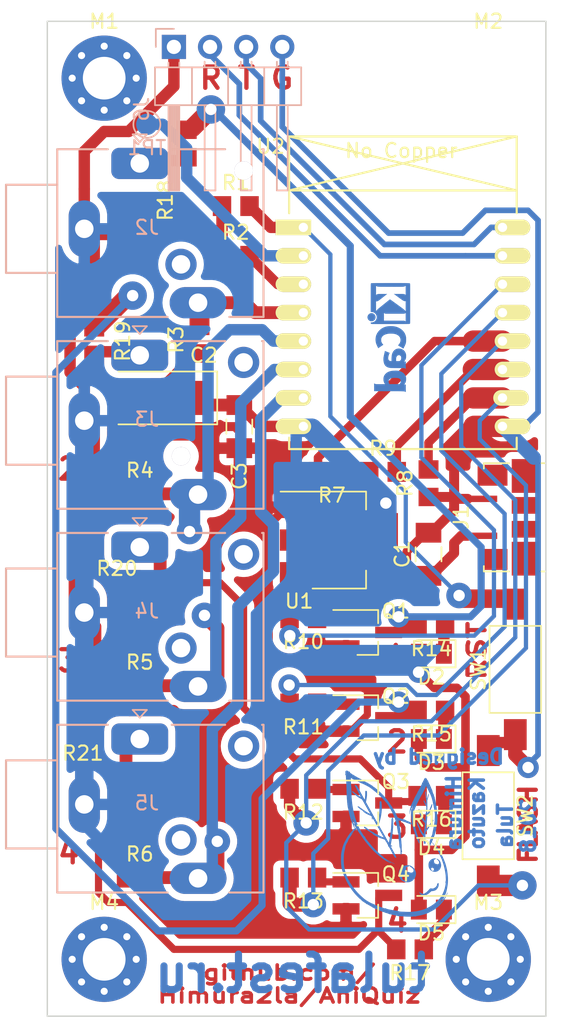
<source format=kicad_pcb>
(kicad_pcb (version 20171130) (host pcbnew "(5.0.0-rc2-100-g6d77e594b)")
  (layers (0 F.Cu signal) (31 B.Cu signal) (34 B.Paste user hide) (35 F.Paste user hide) (36 B.SilkS user hide) (37 F.SilkS user hide) (38 B.Mask user hide) (39 F.Mask user hide) (44 Edge.Cuts user))
  (net 0 "")
  (net 1 GND)
  (net 2 /5V)
  (net 3 +3V3)
  (net 4 "Net-(D2-Pad1)")
  (net 5 "Net-(D3-Pad1)")
  (net 6 "Net-(D4-Pad1)")
  (net 7 "Net-(D5-Pad1)")
  (net 8 /BTN1)
  (net 9 "Net-(J2-PadRN)")
  (net 10 "Net-(J2-PadTN)")
  (net 11 /XLED1)
  (net 12 /XLED2)
  (net 13 "Net-(J3-PadTN)")
  (net 14 "Net-(J3-PadRN)")
  (net 15 /BTN2)
  (net 16 /BTN3)
  (net 17 "Net-(J4-PadRN)")
  (net 18 "Net-(J4-PadTN)")
  (net 19 /XLED3)
  (net 20 /XLED4)
  (net 21 "Net-(J5-PadTN)")
  (net 22 "Net-(J5-PadRN)")
  (net 23 /BTN4)
  (net 24 "Net-(Q1-Pad1)")
  (net 25 /LED1_PWR)
  (net 26 /LED2_PWR)
  (net 27 "Net-(Q2-Pad1)")
  (net 28 "Net-(Q3-Pad1)")
  (net 29 /LED3_PWR)
  (net 30 /LED4_PWR)
  (net 31 "Net-(Q4-Pad1)")
  (net 32 /RESET)
  (net 33 /CHIP_EN)
  (net 34 /LED1_CTL)
  (net 35 /LED2_CTL)
  (net 36 /LED3_CTL)
  (net 37 /LED4_CTL)
  (net 38 /ADC)
  (net 39 /UART_RX)
  (net 40 /UART_TX)
  (net 41 /STATUS_LED)
  (module MountingHole:MountingHole_3mm_Pad_Via (layer F.Cu) (at 36 92.5)
    (fp_text reference M1 (at 0 -4) (layer F.SilkS))
    (fp_text value MountingHole_3mm_Pad_Via hide)
    (pad TL thru_hole circle (at 0 0) (size 6 6) (drill 3) (layers *.Cu *.Mask))
    (pad TL thru_hole circle (at 2.25 0) (size 0.8 0.8) (drill 0.5) (layers *.Cu *.Mask))
    (pad TL thru_hole circle (at 1.59099 1.59099) (size 0.8 0.8) (drill 0.5) (layers *.Cu *.Mask))
    (pad TL thru_hole circle (at 0 2.25) (size 0.8 0.8) (drill 0.5) (layers *.Cu *.Mask))
    (pad TL thru_hole circle (at -1.59099 1.59099) (size 0.8 0.8) (drill 0.5) (layers *.Cu *.Mask))
    (pad TL thru_hole circle (at -2.25 0) (size 0.8 0.8) (drill 0.5) (layers *.Cu *.Mask))
    (pad TL thru_hole circle (at -1.59099 -1.59099) (size 0.8 0.8) (drill 0.5) (layers *.Cu *.Mask))
    (pad TL thru_hole circle (at 0 -2.25) (size 0.8 0.8) (drill 0.5) (layers *.Cu *.Mask))
    (pad TL thru_hole circle (at 1.59099 -1.59099) (size 0.8 0.8) (drill 0.5) (layers *.Cu *.Mask))
  )
  (module Project-Lib:StereoJack_3.5mm_Switch_Ledino_KB3SPRS_Horizontal (layer B.Cu) (at 38.5 112)
    (fp_text reference J3 (at 0.5 4.5) (layer B.SilkS) (effects (justify mirror)))
    (fp_text value EXT2)
    (pad T thru_hole roundrect (at 0 0) (size 4 2.2) (drill 1.3) (layers *.Cu *.Mask) (net 12 /XLED2))
    (pad TN thru_hole oval (at 7.3 0.5 270) (size 2.2 2.2) (drill 1.3) (layers *.Cu *.Mask) (net 13 "Net-(J3-PadTN)"))
    (pad RN thru_hole oval (at 2.9 7.1) (size 1.3 1.3) (drill 1.3) (layers *.Cu *.Mask) (net 14 "Net-(J3-PadRN)") (clearance 0.6))
    (pad R thru_hole oval (at 4.1 9.8) (size 4 2.2) (drill 1.3) (layers *.Cu *.Mask) (net 15 /BTN2))
    (pad S thru_hole oval (at -3.9 4.6) (size 2.2 4) (drill 1.3) (layers *.Cu *.Mask) (net 3 +3V3))
  )
  (module Button_Switch_SMD:SW_SPST_FSMSM (layer F.Cu) (at 63 144.4 270)
    (fp_text reference SW2 (at 0 -2.6 270) (layer F.SilkS))
    (fp_text value FLASH)
    (pad 2 smd rect (at 4.59 0 270) (size 2.18 1.6) (layers F.Cu F.Paste F.Mask) (net 36 /LED3_CTL))
    (pad 1 smd rect (at -4.59 0 270) (size 2.18 1.6) (layers F.Cu F.Paste F.Mask) (net 1 GND))
  )
  (module Capacitor_SMD:C_1206_3216Metric_Pad1.39x1.80mm_HandSolder (layer F.Cu) (at 58.8 126 90)
    (fp_text reference C1 (at 0 -1.85 90) (layer F.SilkS))
    (fp_text value 0.47uF)
    (pad 2 smd rect (at 1.5175 0 90) (size 1.395 1.8) (layers F.Cu F.Paste F.Mask) (net 1 GND))
    (pad 1 smd rect (at -1.5175 0 90) (size 1.395 1.8) (layers F.Cu F.Paste F.Mask) (net 2 /5V))
  )
  (module Connector_USB:USB_Micro-B_Molex_47346-0001 (layer F.Cu) (at 64.4 123.4 90)
    (fp_text reference J1 (at 0 -3.3 270) (layer F.SilkS))
    (fp_text value microUSB)
    (pad 1 smd rect (at -1.3 -1.96 90) (size 0.45 2.38) (layers F.Cu F.Paste F.Mask) (net 2 /5V))
    (pad 5 smd rect (at 1.3 -1.96 90) (size 0.45 2.38) (layers F.Cu F.Paste F.Mask) (net 1 GND))
    (pad 6 smd rect (at -2.9625 -1.1 90) (size 1.475 2.1) (layers F.Cu F.Paste F.Mask))
    (pad 6 smd rect (at 2.9625 -1.1 90) (size 1.475 2.1) (layers F.Cu F.Paste F.Mask))
    (pad 6 smd rect (at -2.91 1.2 90) (size 2.375 1.9) (layers F.Cu F.Paste F.Mask))
    (pad 6 smd rect (at 2.91 1.2 90) (size 2.375 1.9) (layers F.Cu F.Paste F.Mask))
    (pad 6 smd rect (at -0.84 1.2 90) (size 1.175 1.9) (layers F.Cu F.Paste F.Mask))
    (pad 6 smd rect (at 0.84 1.2 90) (size 1.175 1.9) (layers F.Cu F.Paste F.Mask))
  )
  (module MountingHole:MountingHole_3mm (layer F.Cu) (at 63 92.5)
    (fp_text reference M2 (at 0 -4) (layer F.SilkS))
    (fp_text value MountingHole_3mm)
    (pad 1 np_thru_hole circle (at 0 0) (size 3 3) (drill 3) (layers *.Cu *.Mask))
  )
  (module MountingHole:MountingHole_3mm_Pad_Via (layer F.Cu) (at 63 154.5)
    (fp_text reference M3 (at 0 -4) (layer F.SilkS))
    (fp_text value MountingHole_3mm_Pad_Via hide)
    (pad BR thru_hole circle (at 0 0) (size 6 6) (drill 3) (layers *.Cu *.Mask))
    (pad BR thru_hole circle (at 2.25 0) (size 0.8 0.8) (drill 0.5) (layers *.Cu *.Mask))
    (pad BR thru_hole circle (at 1.59099 1.59099) (size 0.8 0.8) (drill 0.5) (layers *.Cu *.Mask))
    (pad BR thru_hole circle (at 0 2.25) (size 0.8 0.8) (drill 0.5) (layers *.Cu *.Mask))
    (pad BR thru_hole circle (at -1.59099 1.59099) (size 0.8 0.8) (drill 0.5) (layers *.Cu *.Mask))
    (pad BR thru_hole circle (at -2.25 0) (size 0.8 0.8) (drill 0.5) (layers *.Cu *.Mask))
    (pad BR thru_hole circle (at -1.59099 -1.59099) (size 0.8 0.8) (drill 0.5) (layers *.Cu *.Mask))
    (pad BR thru_hole circle (at 0 -2.25) (size 0.8 0.8) (drill 0.5) (layers *.Cu *.Mask))
    (pad BR thru_hole circle (at 1.59099 -1.59099) (size 0.8 0.8) (drill 0.5) (layers *.Cu *.Mask))
  )
  (module MountingHole:MountingHole_3mm_Pad_Via (layer F.Cu) (at 36 154.5)
    (fp_text reference M4 (at 0 -4) (layer F.SilkS))
    (fp_text value MountingHole_3mm_Pad_Via hide)
    (pad BL thru_hole circle (at 1.59099 -1.59099) (size 0.8 0.8) (drill 0.5) (layers *.Cu *.Mask))
    (pad BL thru_hole circle (at 0 -2.25) (size 0.8 0.8) (drill 0.5) (layers *.Cu *.Mask))
    (pad BL thru_hole circle (at -1.59099 -1.59099) (size 0.8 0.8) (drill 0.5) (layers *.Cu *.Mask))
    (pad BL thru_hole circle (at -2.25 0) (size 0.8 0.8) (drill 0.5) (layers *.Cu *.Mask))
    (pad BL thru_hole circle (at -1.59099 1.59099) (size 0.8 0.8) (drill 0.5) (layers *.Cu *.Mask))
    (pad BL thru_hole circle (at 0 2.25) (size 0.8 0.8) (drill 0.5) (layers *.Cu *.Mask))
    (pad BL thru_hole circle (at 1.59099 1.59099) (size 0.8 0.8) (drill 0.5) (layers *.Cu *.Mask))
    (pad BL thru_hole circle (at 2.25 0) (size 0.8 0.8) (drill 0.5) (layers *.Cu *.Mask))
    (pad BL thru_hole circle (at 0 0) (size 6 6) (drill 3) (layers *.Cu *.Mask))
  )
  (module Project-Lib:StereoJack_3.5mm_Switch_Ledino_KB3SPRS_Horizontal (layer B.Cu) (at 38.5 98.5)
    (fp_text reference J2 (at 0.5 4.5) (layer B.SilkS) (effects (justify mirror)))
    (fp_text value EXT1)
    (pad S thru_hole oval (at -3.9 4.6) (size 2.2 4) (drill 1.3) (layers *.Cu *.Mask) (net 3 +3V3))
    (pad R thru_hole oval (at 4.1 9.8) (size 4 2.2) (drill 1.3) (layers *.Cu *.Mask) (net 8 /BTN1))
    (pad RN thru_hole oval (at 2.9 7.1) (size 2.2 2.2) (drill 1.3) (layers *.Cu *.Mask) (net 9 "Net-(J2-PadRN)"))
    (pad TN thru_hole oval (at 7.3 0.5 270) (size 1.3 1.3) (drill 1.3) (layers *.Cu *.Mask) (net 10 "Net-(J2-PadTN)") (clearance 0.6))
    (pad T thru_hole roundrect (at 0 0) (size 4 2.2) (drill 1.3) (layers *.Cu *.Mask) (net 11 /XLED1))
  )
  (module Capacitor_Tantalum_SMD:CP_EIA-6032-28_Kemet-C_Pad2.24x2.40mm_HandSolder (layer F.Cu) (at 40 115 180)
    (fp_text reference C2 (at -3 3 180) (layer F.SilkS))
    (fp_text value 33uF)
    (pad 1 smd rect (at -2.5675 0 180) (size 2.235 2.4) (layers F.Cu F.Paste F.Mask) (net 3 +3V3))
    (pad 2 smd rect (at 2.5675 0 180) (size 2.235 2.4) (layers F.Cu F.Paste F.Mask) (net 1 GND))
  )
  (module Capacitor_SMD:C_1206_3216Metric_Pad1.39x1.80mm_HandSolder (layer F.Cu) (at 45.5 117.0175 270)
    (fp_text reference C3 (at 3.4825 0 270) (layer F.SilkS))
    (fp_text value 0.1uF)
    (pad 1 smd rect (at -1.5175 0 270) (size 1.395 1.8) (layers F.Cu F.Paste F.Mask) (net 3 +3V3))
    (pad 2 smd rect (at 1.5175 0 270) (size 1.395 1.8) (layers F.Cu F.Paste F.Mask) (net 1 GND))
  )
  (module LED_SMD:LED_0805_2012Metric_Pad1.12x1.40mm_HandSolder (layer F.Cu) (at 59 133 180)
    (fp_text reference D2 (at 0 -1.65 180) (layer F.SilkS))
    (fp_text value LED1)
    (pad 1 smd rect (at -0.88 0 180) (size 1.12 1.4) (layers F.Cu F.Paste F.Mask) (net 4 "Net-(D2-Pad1)"))
    (pad 2 smd rect (at 0.88 0 180) (size 1.12 1.4) (layers F.Cu F.Paste F.Mask) (net 3 +3V3))
  )
  (module LED_SMD:LED_0805_2012Metric_Pad1.12x1.40mm_HandSolder (layer F.Cu) (at 59 139 180)
    (fp_text reference D3 (at 0 -1.65 180) (layer F.SilkS))
    (fp_text value LED2)
    (pad 2 smd rect (at 0.88 0 180) (size 1.12 1.4) (layers F.Cu F.Paste F.Mask) (net 3 +3V3))
    (pad 1 smd rect (at -0.88 0 180) (size 1.12 1.4) (layers F.Cu F.Paste F.Mask) (net 5 "Net-(D3-Pad1)"))
  )
  (module LED_SMD:LED_0805_2012Metric_Pad1.12x1.40mm_HandSolder (layer F.Cu) (at 59 145 180)
    (fp_text reference D4 (at 0 -1.65 180) (layer F.SilkS))
    (fp_text value LED3)
    (pad 1 smd rect (at -0.88 0 180) (size 1.12 1.4) (layers F.Cu F.Paste F.Mask) (net 6 "Net-(D4-Pad1)"))
    (pad 2 smd rect (at 0.88 0 180) (size 1.12 1.4) (layers F.Cu F.Paste F.Mask) (net 3 +3V3))
  )
  (module LED_SMD:LED_0805_2012Metric_Pad1.12x1.40mm_HandSolder (layer F.Cu) (at 59 151 180)
    (fp_text reference D5 (at 0 -1.65 180) (layer F.SilkS))
    (fp_text value LED4)
    (pad 2 smd rect (at 0.88 0 180) (size 1.12 1.4) (layers F.Cu F.Paste F.Mask) (net 3 +3V3))
    (pad 1 smd rect (at -0.88 0 180) (size 1.12 1.4) (layers F.Cu F.Paste F.Mask) (net 7 "Net-(D5-Pad1)"))
  )
  (module Project-Lib:StereoJack_3.5mm_Switch_Ledino_KB3SPRS_Horizontal (layer B.Cu) (at 38.5 125.5)
    (fp_text reference J4 (at 0.5 4.5) (layer B.SilkS) (effects (justify mirror)))
    (fp_text value EXT3)
    (pad S thru_hole oval (at -3.9 4.6) (size 2.2 4) (drill 1.3) (layers *.Cu *.Mask) (net 3 +3V3))
    (pad R thru_hole oval (at 4.1 9.8) (size 4 2.2) (drill 1.3) (layers *.Cu *.Mask) (net 16 /BTN3))
    (pad RN thru_hole oval (at 2.9 7.1) (size 2.2 2.2) (drill 1.3) (layers *.Cu *.Mask) (net 17 "Net-(J4-PadRN)"))
    (pad TN thru_hole oval (at 7.3 0.5 270) (size 2.2 2.2) (drill 1.3) (layers *.Cu *.Mask) (net 18 "Net-(J4-PadTN)"))
    (pad T thru_hole roundrect (at 0 0) (size 4 2.2) (drill 1.3) (layers *.Cu *.Mask) (net 19 /XLED3))
  )
  (module Project-Lib:StereoJack_3.5mm_Switch_Ledino_KB3SPRS_Horizontal (layer B.Cu) (at 38.5 139)
    (fp_text reference J5 (at 0.5 4.5) (layer B.SilkS) (effects (justify mirror)))
    (fp_text value EXT4)
    (pad T thru_hole roundrect (at 0 0) (size 4 2.2) (drill 1.3) (layers *.Cu *.Mask) (net 20 /XLED4))
    (pad TN thru_hole oval (at 7.3 0.5 270) (size 2.2 2.2) (drill 1.3) (layers *.Cu *.Mask) (net 21 "Net-(J5-PadTN)"))
    (pad RN thru_hole oval (at 2.9 7.1) (size 2.2 2.2) (drill 1.3) (layers *.Cu *.Mask) (net 22 "Net-(J5-PadRN)"))
    (pad R thru_hole oval (at 4.1 9.8) (size 4 2.2) (drill 1.3) (layers *.Cu *.Mask) (net 23 /BTN4))
    (pad S thru_hole oval (at -3.9 4.6) (size 2.2 4) (drill 1.3) (layers *.Cu *.Mask) (net 3 +3V3))
  )
  (module Connector_PinHeader_2.54mm:PinHeader_1x04_P2.54mm_Horizontal (layer B.Cu) (at 40.9 90.3 270)
    (fp_text reference J6 (at 4.385 2.27 270) (layer B.SilkS) (effects (justify mirror)))
    (fp_text value UART)
    (pad 1 thru_hole rect (at 0 0 270) (size 1.7 1.7) (drill 1) (layers *.Cu *.Mask) (net 3 +3V3))
    (pad 2 thru_hole oval (at 0 -2.54 270) (size 1.7 1.7) (drill 1) (layers *.Cu *.Mask) (net 39 /UART_RX))
    (pad 3 thru_hole oval (at 0 -5.08 270) (size 1.7 1.7) (drill 1) (layers *.Cu *.Mask) (net 40 /UART_TX))
    (pad 4 thru_hole oval (at 0 -7.62 270) (size 1.7 1.7) (drill 1) (layers *.Cu *.Mask) (net 1 GND))
  )
  (module Package_TO_SOT_SMD:SOT-23_Handsoldering (layer F.Cu) (at 54.5 131.5)
    (fp_text reference Q1 (at 2 -1.5) (layer F.SilkS))
    (fp_text value BC848B)
    (pad 1 smd rect (at -1.5 -0.95) (size 1.9 0.8) (layers F.Cu F.Paste F.Mask) (net 24 "Net-(Q1-Pad1)"))
    (pad 2 smd rect (at -1.5 0.95) (size 1.9 0.8) (layers F.Cu F.Paste F.Mask) (net 1 GND))
    (pad 3 smd rect (at 1.5 0) (size 1.9 0.8) (layers F.Cu F.Paste F.Mask) (net 25 /LED1_PWR))
  )
  (module Package_TO_SOT_SMD:SOT-23_Handsoldering (layer F.Cu) (at 54.5 137.5)
    (fp_text reference Q2 (at 2 -1.5) (layer F.SilkS))
    (fp_text value BC848B)
    (pad 3 smd rect (at 1.5 0) (size 1.9 0.8) (layers F.Cu F.Paste F.Mask) (net 26 /LED2_PWR))
    (pad 2 smd rect (at -1.5 0.95) (size 1.9 0.8) (layers F.Cu F.Paste F.Mask) (net 1 GND))
    (pad 1 smd rect (at -1.5 -0.95) (size 1.9 0.8) (layers F.Cu F.Paste F.Mask) (net 27 "Net-(Q2-Pad1)"))
  )
  (module Package_TO_SOT_SMD:SOT-23_Handsoldering (layer F.Cu) (at 54.5 143.5)
    (fp_text reference Q3 (at 2 -1.5) (layer F.SilkS))
    (fp_text value BC848B)
    (pad 1 smd rect (at -1.5 -0.95) (size 1.9 0.8) (layers F.Cu F.Paste F.Mask) (net 28 "Net-(Q3-Pad1)"))
    (pad 2 smd rect (at -1.5 0.95) (size 1.9 0.8) (layers F.Cu F.Paste F.Mask) (net 1 GND))
    (pad 3 smd rect (at 1.5 0) (size 1.9 0.8) (layers F.Cu F.Paste F.Mask) (net 29 /LED3_PWR))
  )
  (module Package_TO_SOT_SMD:SOT-23_Handsoldering (layer F.Cu) (at 54.5 150)
    (fp_text reference Q4 (at 2 -1.5) (layer F.SilkS))
    (fp_text value BC848B)
    (pad 3 smd rect (at 1.5 0) (size 1.9 0.8) (layers F.Cu F.Paste F.Mask) (net 30 /LED4_PWR))
    (pad 2 smd rect (at -1.5 0.95) (size 1.9 0.8) (layers F.Cu F.Paste F.Mask) (net 1 GND))
    (pad 1 smd rect (at -1.5 -0.95) (size 1.9 0.8) (layers F.Cu F.Paste F.Mask) (net 31 "Net-(Q4-Pad1)"))
  )
  (module Resistor_SMD:R_0805_2012Metric_Pad1.29x1.40mm_HandSolder (layer F.Cu) (at 45.25 101.5)
    (fp_text reference R1 (at 0 -1.65) (layer F.SilkS))
    (fp_text value 10k)
    (pad 1 smd rect (at -0.9675 0) (size 1.295 1.4) (layers F.Cu F.Paste F.Mask) (net 3 +3V3))
    (pad 2 smd rect (at 0.9675 0) (size 1.295 1.4) (layers F.Cu F.Paste F.Mask) (net 32 /RESET))
  )
  (module Resistor_SMD:R_0805_2012Metric_Pad1.29x1.40mm_HandSolder (layer F.Cu) (at 45.25 105)
    (fp_text reference R2 (at 0 -1.65) (layer F.SilkS))
    (fp_text value 10k)
    (pad 2 smd rect (at 0.9675 0) (size 1.295 1.4) (layers F.Cu F.Paste F.Mask) (net 33 /CHIP_EN))
    (pad 1 smd rect (at -0.9675 0) (size 1.295 1.4) (layers F.Cu F.Paste F.Mask) (net 3 +3V3))
  )
  (module Resistor_SMD:R_0805_2012Metric_Pad1.29x1.40mm_HandSolder (layer F.Cu) (at 42.7 110.9 90)
    (fp_text reference R3 (at 0 -1.65 90) (layer F.SilkS))
    (fp_text value 10k)
    (pad 1 smd rect (at -0.9675 0 90) (size 1.295 1.4) (layers F.Cu F.Paste F.Mask) (net 1 GND))
    (pad 2 smd rect (at 0.9675 0 90) (size 1.295 1.4) (layers F.Cu F.Paste F.Mask) (net 8 /BTN1))
  )
  (module Resistor_SMD:R_0805_2012Metric_Pad1.29x1.40mm_HandSolder (layer F.Cu) (at 38.5 121.75)
    (fp_text reference R4 (at 0 -1.65) (layer F.SilkS))
    (fp_text value 10k)
    (pad 1 smd rect (at -0.9675 0) (size 1.295 1.4) (layers F.Cu F.Paste F.Mask) (net 1 GND))
    (pad 2 smd rect (at 0.9675 0) (size 1.295 1.4) (layers F.Cu F.Paste F.Mask) (net 15 /BTN2))
  )
  (module Resistor_SMD:R_0805_2012Metric_Pad1.29x1.40mm_HandSolder (layer F.Cu) (at 38.5 135.25)
    (fp_text reference R5 (at 0 -1.65) (layer F.SilkS))
    (fp_text value 10k)
    (pad 1 smd rect (at -0.9675 0) (size 1.295 1.4) (layers F.Cu F.Paste F.Mask) (net 1 GND))
    (pad 2 smd rect (at 0.9675 0) (size 1.295 1.4) (layers F.Cu F.Paste F.Mask) (net 16 /BTN3))
  )
  (module Resistor_SMD:R_0805_2012Metric_Pad1.29x1.40mm_HandSolder (layer F.Cu) (at 38.5 148.75)
    (fp_text reference R6 (at 0 -1.65) (layer F.SilkS))
    (fp_text value 10k)
    (pad 1 smd rect (at -0.9675 0) (size 1.295 1.4) (layers F.Cu F.Paste F.Mask) (net 1 GND))
    (pad 2 smd rect (at 0.9675 0) (size 1.295 1.4) (layers F.Cu F.Paste F.Mask) (net 23 /BTN4))
  )
  (module Resistor_SMD:R_0805_2012Metric_Pad1.29x1.40mm_HandSolder (layer F.Cu) (at 52 120.2 180)
    (fp_text reference R7 (at 0 -1.65 180) (layer F.SilkS))
    (fp_text value 10k)
    (pad 2 smd rect (at 0.9675 0 180) (size 1.295 1.4) (layers F.Cu F.Paste F.Mask) (net 36 /LED3_CTL))
    (pad 1 smd rect (at -0.9675 0 180) (size 1.295 1.4) (layers F.Cu F.Paste F.Mask) (net 3 +3V3))
  )
  (module Resistor_SMD:R_0805_2012Metric_Pad1.29x1.40mm_HandSolder (layer F.Cu) (at 58.8 121 90)
    (fp_text reference R8 (at 0 -1.65 90) (layer F.SilkS))
    (fp_text value 10k)
    (pad 2 smd rect (at 0.9675 0 90) (size 1.295 1.4) (layers F.Cu F.Paste F.Mask) (net 37 /LED4_CTL))
    (pad 1 smd rect (at -0.9675 0 90) (size 1.295 1.4) (layers F.Cu F.Paste F.Mask) (net 1 GND))
  )
  (module Resistor_SMD:R_0805_2012Metric_Pad1.29x1.40mm_HandSolder (layer F.Cu) (at 55.6 120.2)
    (fp_text reference R9 (at 0 -1.65) (layer F.SilkS))
    (fp_text value 10k)
    (pad 1 smd rect (at -0.9675 0) (size 1.295 1.4) (layers F.Cu F.Paste F.Mask) (net 3 +3V3))
    (pad 2 smd rect (at 0.9675 0) (size 1.295 1.4) (layers F.Cu F.Paste F.Mask) (net 41 /STATUS_LED))
  )
  (module Resistor_SMD:R_0805_2012Metric_Pad1.29x1.40mm_HandSolder (layer F.Cu) (at 50 130.5 180)
    (fp_text reference R10 (at 0 -1.65 180) (layer F.SilkS))
    (fp_text value 10k)
    (pad 1 smd rect (at -0.9675 0 180) (size 1.295 1.4) (layers F.Cu F.Paste F.Mask) (net 24 "Net-(Q1-Pad1)"))
    (pad 2 smd rect (at 0.9675 0 180) (size 1.295 1.4) (layers F.Cu F.Paste F.Mask) (net 34 /LED1_CTL))
  )
  (module Resistor_SMD:R_0805_2012Metric_Pad1.29x1.40mm_HandSolder (layer F.Cu) (at 50 136.5 180)
    (fp_text reference R11 (at 0 -1.65 180) (layer F.SilkS))
    (fp_text value 10k)
    (pad 2 smd rect (at 0.9675 0 180) (size 1.295 1.4) (layers F.Cu F.Paste F.Mask) (net 35 /LED2_CTL))
    (pad 1 smd rect (at -0.9675 0 180) (size 1.295 1.4) (layers F.Cu F.Paste F.Mask) (net 27 "Net-(Q2-Pad1)"))
  )
  (module Resistor_SMD:R_0805_2012Metric_Pad1.29x1.40mm_HandSolder (layer F.Cu) (at 50 142.5 180)
    (fp_text reference R12 (at 0 -1.65 180) (layer F.SilkS))
    (fp_text value 10k)
    (pad 1 smd rect (at -0.9675 0 180) (size 1.295 1.4) (layers F.Cu F.Paste F.Mask) (net 28 "Net-(Q3-Pad1)"))
    (pad 2 smd rect (at 0.9675 0 180) (size 1.295 1.4) (layers F.Cu F.Paste F.Mask) (net 36 /LED3_CTL))
  )
  (module Resistor_SMD:R_0805_2012Metric_Pad1.29x1.40mm_HandSolder (layer F.Cu) (at 50 148.75 180)
    (fp_text reference R13 (at 0 -1.65 180) (layer F.SilkS))
    (fp_text value 10k)
    (pad 2 smd rect (at 0.9675 0 180) (size 1.295 1.4) (layers F.Cu F.Paste F.Mask) (net 37 /LED4_CTL))
    (pad 1 smd rect (at -0.9675 0 180) (size 1.295 1.4) (layers F.Cu F.Paste F.Mask) (net 31 "Net-(Q4-Pad1)"))
  )
  (module Resistor_SMD:R_0805_2012Metric_Pad1.29x1.40mm_HandSolder (layer F.Cu) (at 59 131 180)
    (fp_text reference R14 (at 0 -1.65 180) (layer F.SilkS))
    (fp_text value 180)
    (pad 2 smd rect (at 0.9675 0 180) (size 1.295 1.4) (layers F.Cu F.Paste F.Mask) (net 25 /LED1_PWR))
    (pad 1 smd rect (at -0.9675 0 180) (size 1.295 1.4) (layers F.Cu F.Paste F.Mask) (net 4 "Net-(D2-Pad1)"))
  )
  (module Resistor_SMD:R_0805_2012Metric_Pad1.29x1.40mm_HandSolder (layer F.Cu) (at 59 137 180)
    (fp_text reference R15 (at 0 -1.65 180) (layer F.SilkS))
    (fp_text value 180)
    (pad 2 smd rect (at 0.9675 0 180) (size 1.295 1.4) (layers F.Cu F.Paste F.Mask) (net 26 /LED2_PWR))
    (pad 1 smd rect (at -0.9675 0 180) (size 1.295 1.4) (layers F.Cu F.Paste F.Mask) (net 5 "Net-(D3-Pad1)"))
  )
  (module Resistor_SMD:R_0805_2012Metric_Pad1.29x1.40mm_HandSolder (layer F.Cu) (at 59 143 180)
    (fp_text reference R16 (at 0 -1.65 180) (layer F.SilkS))
    (fp_text value 180)
    (pad 2 smd rect (at 0.9675 0 180) (size 1.295 1.4) (layers F.Cu F.Paste F.Mask) (net 29 /LED3_PWR))
    (pad 1 smd rect (at -0.9675 0 180) (size 1.295 1.4) (layers F.Cu F.Paste F.Mask) (net 6 "Net-(D4-Pad1)"))
  )
  (module Resistor_SMD:R_0805_2012Metric_Pad1.29x1.40mm_HandSolder (layer F.Cu) (at 57.5 153.8 180)
    (fp_text reference R17 (at 0 -1.65 180) (layer F.SilkS))
    (fp_text value 180)
    (pad 2 smd rect (at 0.9675 0 180) (size 1.295 1.4) (layers F.Cu F.Paste F.Mask) (net 30 /LED4_PWR))
    (pad 1 smd rect (at -0.9675 0 180) (size 1.295 1.4) (layers F.Cu F.Paste F.Mask) (net 7 "Net-(D5-Pad1)"))
  )
  (module Resistor_SMD:R_0805_2012Metric_Pad1.29x1.40mm_HandSolder (layer F.Cu) (at 41.8 97.1 90)
    (fp_text reference R18 (at -4 -1.5 90) (layer F.SilkS))
    (fp_text value 180)
    (pad 2 smd rect (at 0.9675 0 90) (size 1.295 1.4) (layers F.Cu F.Paste F.Mask) (net 25 /LED1_PWR))
    (pad 1 smd rect (at -0.9675 0 90) (size 1.295 1.4) (layers F.Cu F.Paste F.Mask) (net 11 /XLED1))
  )
  (module Resistor_SMD:R_0805_2012Metric_Pad1.29x1.40mm_HandSolder (layer F.Cu) (at 35.3 111 90)
    (fp_text reference R19 (at 0 2 90) (layer F.SilkS))
    (fp_text value 180)
    (pad 1 smd rect (at -0.9675 0 90) (size 1.295 1.4) (layers F.Cu F.Paste F.Mask) (net 12 /XLED2))
    (pad 2 smd rect (at 0.9675 0 90) (size 1.295 1.4) (layers F.Cu F.Paste F.Mask) (net 26 /LED2_PWR))
  )
  (module Resistor_SMD:R_0805_2012Metric_Pad1.29x1.40mm_HandSolder (layer F.Cu) (at 40.9 128)
    (fp_text reference R20 (at -4 -1) (layer F.SilkS))
    (fp_text value 180)
    (pad 1 smd rect (at -0.9675 0) (size 1.295 1.4) (layers F.Cu F.Paste F.Mask) (net 19 /XLED3))
    (pad 2 smd rect (at 0.9675 0) (size 1.295 1.4) (layers F.Cu F.Paste F.Mask) (net 29 /LED3_PWR))
  )
  (module Resistor_SMD:R_0805_2012Metric_Pad1.29x1.40mm_HandSolder (layer F.Cu) (at 38.5 141.5)
    (fp_text reference R21 (at -4 -1.5) (layer F.SilkS))
    (fp_text value 180)
    (pad 1 smd rect (at -0.9675 0) (size 1.295 1.4) (layers F.Cu F.Paste F.Mask) (net 20 /XLED4))
    (pad 2 smd rect (at 0.9675 0) (size 1.295 1.4) (layers F.Cu F.Paste F.Mask) (net 30 /LED4_PWR))
  )
  (module Button_Switch_SMD:SW_SPST_FSMSM (layer F.Cu) (at 64.9 134.1 90)
    (fp_text reference SW1 (at 0 -2.6 90) (layer F.SilkS))
    (fp_text value RESET)
    (pad 1 smd rect (at -4.59 0 90) (size 2.18 1.6) (layers F.Cu F.Paste F.Mask) (net 1 GND))
    (pad 2 smd rect (at 4.59 0 90) (size 2.18 1.6) (layers F.Cu F.Paste F.Mask) (net 32 /RESET))
  )
  (module Package_TO_SOT_SMD:SOT-223-3_TabPin2 (layer F.Cu) (at 52.5 125)
    (fp_text reference U1 (at -2.8 4.3) (layer F.SilkS))
    (fp_text value LM3940)
    (pad 2 smd rect (at 3.15 0) (size 2 3.8) (layers F.Cu F.Paste F.Mask) (net 3 +3V3))
    (pad 2 smd rect (at -3.15 0) (size 2 1.5) (layers F.Cu F.Paste F.Mask))
    (pad 3 smd rect (at -3.15 2.3) (size 2 1.5) (layers F.Cu F.Paste F.Mask) (net 2 /5V))
    (pad 1 smd rect (at -3.15 -2.3) (size 2 1.5) (layers F.Cu F.Paste F.Mask) (net 1 GND))
  )
  (module ESP8266:ESP-07v2 (layer F.Cu) (at 50 103)
    (fp_text reference U2 (at -2.3 -5.7) (layer F.SilkS))
    (fp_text value ESP-07v2)
    (fp_text user "No Copper" (at 6.892 -5.4) (layer F.SilkS))
    (pad 1 thru_hole rect (at 0 0) (size 2.5 1.1) (drill 0.65 (offset -0.7 0)) (layers *.Cu *.Mask F.Paste F.SilkS) (net 32 /RESET))
    (pad 2 thru_hole oval (at 0 2) (size 2.5 1.1) (drill 0.65 (offset -0.7 0)) (layers *.Cu *.Mask F.Paste F.SilkS) (net 38 /ADC))
    (pad 3 thru_hole oval (at 0 4) (size 2.5 1.1) (drill 0.65 (offset -0.7 0)) (layers *.Cu *.Mask F.Paste F.SilkS) (net 33 /CHIP_EN))
    (pad 4 thru_hole oval (at 0 6) (size 2.5 1.1) (drill 0.65 (offset -0.7 0)) (layers *.Cu *.Mask F.Paste F.SilkS) (net 8 /BTN1))
    (pad 5 thru_hole oval (at 0 8) (size 2.5 1.1) (drill 0.65 (offset -0.7 0)) (layers *.Cu *.Mask F.Paste F.SilkS) (net 15 /BTN2))
    (pad 6 thru_hole oval (at 0 10) (size 2.5 1.1) (drill 0.65 (offset -0.7 0)) (layers *.Cu *.Mask F.Paste F.SilkS) (net 16 /BTN3))
    (pad 7 thru_hole oval (at 0 12) (size 2.5 1.1) (drill 0.65 (offset -0.7 0)) (layers *.Cu *.Mask F.Paste F.SilkS) (net 23 /BTN4))
    (pad 8 thru_hole oval (at 0 14) (size 2.5 1.1) (drill 0.65 (offset -0.7 0)) (layers *.Cu *.Mask F.Paste F.SilkS) (net 3 +3V3))
    (pad 9 thru_hole oval (at 14 14) (size 2.5 1.1) (drill 0.65 (offset 0.7 0)) (layers *.Cu *.Mask F.Paste F.SilkS) (net 1 GND))
    (pad 10 thru_hole oval (at 14 12) (size 2.5 1.1) (drill 0.65 (offset 0.6 0)) (layers *.Cu *.Mask F.Paste F.SilkS) (net 37 /LED4_CTL))
    (pad 11 thru_hole oval (at 14 10) (size 2.5 1.1) (drill 0.65 (offset 0.7 0)) (layers *.Cu *.Mask F.Paste F.SilkS) (net 41 /STATUS_LED))
    (pad 12 thru_hole oval (at 14 8) (size 2.5 1.1) (drill 0.65 (offset 0.7 0)) (layers *.Cu *.Mask F.Paste F.SilkS) (net 36 /LED3_CTL))
    (pad 13 thru_hole oval (at 14 6) (size 2.5 1.1) (drill 0.65 (offset 0.7 0)) (layers *.Cu *.Mask F.Paste F.SilkS) (net 35 /LED2_CTL))
    (pad 14 thru_hole oval (at 14 4) (size 2.5 1.1) (drill 0.65 (offset 0.7 0)) (layers *.Cu *.Mask F.Paste F.SilkS) (net 34 /LED1_CTL))
    (pad 15 thru_hole oval (at 14 2) (size 2.5 1.1) (drill 0.65 (offset 0.7 0)) (layers *.Cu *.Mask F.Paste F.SilkS) (net 39 /UART_RX))
    (pad 16 thru_hole oval (at 14 0) (size 2.5 1.1) (drill 0.65 (offset 0.7 0)) (layers *.Cu *.Mask F.Paste F.SilkS) (net 40 /UART_TX))
  )
  (module TestPoint:TestPoint_Pad_D1.5mm (layer B.Cu) (at 39 95.75)
    (fp_text reference TP1 (at 0 1.648) (layer B.SilkS) (effects (justify mirror)))
    (fp_text value ADC)
    (pad 1 smd circle (at 0 0) (size 1.5 1.5) (layers B.Cu B.Mask) (net 38 /ADC))
  )
  (module Project-Lib:KiCad-Logo_3mm_Copper (layer B.Cu) (at 56 110.75 270)
    (fp_text reference REF** hide)
    (fp_text value KiCad-Logo_6mm_SilkScreen hide)
    (fp_poly (pts (xy -2.977872 1.263156) (xy -2.84561 1.263138) (xy -2.784044 1.263135) (xy -1.798595 1.263135) (xy -1.798595 1.205045) (xy -1.792394 1.134354) (xy -1.773682 1.069158) (xy -1.742288 1.009069) (xy -1.698047 0.953699) (xy -1.683078 0.938744) (xy -1.629233 0.896326) (xy -1.569862 0.86539) (xy -1.50673 0.84592) (xy -1.441599 0.837905) (xy -1.376232 0.841329) (xy -1.312394 0.856178) (xy -1.251848 0.88244) (xy -1.196356 0.920099) (xy -1.171434 0.942819) (xy -1.124991 0.998524) (xy -1.090936 1.059783) (xy -1.069565 1.125892) (xy -1.061173 1.196154) (xy -1.061062 1.203067) (xy -1.060622 1.263133) (xy -1.034221 1.263134) (xy -1.010802 1.259956) (xy -0.989409 1.252222) (xy -0.987994 1.251423) (xy -0.983163 1.248916) (xy -0.978726 1.246963) (xy -0.974668 1.244997) (xy -0.970971 1.242447) (xy -0.967623 1.238746) (xy -0.964604 1.233324) (xy -0.961901 1.225614) (xy -0.959495 1.215046) (xy -0.957372 1.201051) (xy -0.955516 1.183061) (xy -0.95391 1.160507) (xy -0.952539 1.13282) (xy -0.951386 1.099431) (xy -0.950435 1.059773) (xy -0.949671 1.013276) (xy -0.949077 0.959372) (xy -0.948637 0.89749) (xy -0.948335 0.827064) (xy -0.948156 0.747525) (xy -0.948083 0.658303) (xy -0.948099 0.558829) (xy -0.94819 0.448535) (xy -0.948338 0.326854) (xy -0.94853 0.193214) (xy -0.948746 0.047049) (xy -0.948972 -0.112212) (xy -0.948999 -0.131615) (xy -0.949202 -0.291891) (xy -0.949375 -0.439006) (xy -0.949534 -0.573528) (xy -0.9497 -0.696026) (xy -0.94989 -0.807068) (xy -0.950121 -0.907223) (xy -0.950414 -0.997059) (xy -0.950785 -1.077145) (xy -0.951253 -1.148049) (xy -0.951836 -1.210339) (xy -0.952554 -1.264585) (xy -0.953422 -1.311354) (xy -0.954461 -1.351214) (xy -0.955688 -1.384736) (xy -0.957122 -1.412486) (xy -0.958781 -1.435034) (xy -0.960682 -1.452948) (xy -0.962845 -1.466795) (xy -0.965287 -1.477146) (xy -0.968028 -1.484568) (xy -0.971084 -1.48963) (xy -0.974475 -1.4929) (xy -0.978218 -1.494946) (xy -0.982333 -1.496338) (xy -0.986837 -1.497643) (xy -0.991748 -1.499431) (xy -0.992947 -1.499975) (xy -0.996718 -1.501198) (xy -1.003028 -1.502321) (xy -1.01243 -1.503349) (xy -1.025473 -1.504286) (xy -1.042711 -1.505135) (xy -1.064693 -1.505902) (xy -1.09197 -1.506589) (xy -1.125093 -1.5072) (xy -1.164613 -1.50774) (xy -1.211081 -1.508214) (xy -1.265049 -1.508623) (xy -1.327068 -1.508973) (xy -1.397688 -1.509269) (xy -1.477461 -1.509513) (xy -1.566936 -1.50971) (xy -1.666666 -1.509863) (xy -1.777202 -1.509977) (xy -1.899094 -1.510055) (xy -2.032894 -1.510102) (xy -2.179152 -1.510123) (xy -2.33842 -1.510119) (xy -2.39001 -1.510114) (xy -2.552811 -1.510088) (xy -2.70244 -1.510045) (xy -2.839454 -1.509982) (xy -2.964412 -1.509893) (xy -3.07787 -1.509774) (xy -3.180387 -1.509621) (xy -3.272519 -1.50943) (xy -3.354825 -1.509196) (xy -3.427862 -1.508915) (xy -3.492188 -1.508582) (xy -3.54836 -1.508194) (xy -3.596937 -1.507745) (xy -3.638475 -1.507232) (xy -3.673532 -1.50665) (xy -3.702666 -1.505996) (xy -3.726434 -1.505262) (xy -3.745395 -1.504448) (xy -3.760105 -1.503546) (xy -3.771123 -1.502555) (xy -3.779005 -1.501468) (xy -3.78431 -1.500282) (xy -3.787202 -1.499195) (xy -3.792342 -1.497028) (xy -3.797061 -1.495429) (xy -3.801378 -1.493832) (xy -3.805309 -1.491669) (xy -3.808874 -1.488372) (xy -3.812089 -1.483373) (xy -3.814973 -1.476106) (xy -3.817544 -1.466001) (xy -3.81982 -1.452492) (xy -3.821817 -1.435012) (xy -3.823555 -1.412991) (xy -3.825051 -1.385862) (xy -3.826323 -1.353058) (xy -3.827389 -1.314012) (xy -3.828266 -1.268155) (xy -3.828972 -1.21492) (xy -3.829157 -1.194487) (xy -3.645942 -1.194487) (xy -2.998367 -1.194487) (xy -3.010827 -1.175609) (xy -3.023223 -1.156208) (xy -3.03372 -1.137735) (xy -3.042467 -1.118894) (xy -3.049615 -1.098394) (xy -3.055312 -1.074941) (xy -3.059706 -1.047243) (xy -3.062949 -1.014008) (xy -3.065189 -0.973942) (xy -3.066575 -0.925751) (xy -3.067257 -0.868144) (xy -3.067384 -0.799829) (xy -3.067105 -0.71951) (xy -3.066946 -0.689691) (xy -3.065163 -0.37002) (xy -2.862649 -0.645725) (xy -2.805277 -0.723938) (xy -2.755571 -0.792044) (xy -2.712995 -0.850945) (xy -2.677011 -0.901542) (xy -2.647083 -0.944739) (xy -2.622674 -0.981437) (xy -2.603248 -1.012539) (xy -2.588267 -1.038946) (xy -2.577196 -1.061562) (xy -2.569497 -1.081289) (xy -2.564633 -1.099029) (xy -2.562069 -1.115684) (xy -2.561266 -1.132157) (xy -2.561689 -1.149349) (xy -2.561797 -1.151509) (xy -2.564027 -1.194516) (xy -1.854346 -1.194487) (xy -1.907132 -1.141261) (xy -1.921456 -1.126703) (xy -1.935045 -1.112538) (xy -1.948495 -1.097984) (xy -1.962401 -1.08226) (xy -1.977362 -1.064585) (xy -1.993973 -1.044177) (xy -2.012831 -1.020255) (xy -2.03453 -0.992039) (xy -2.059669 -0.958747) (xy -2.088844 -0.919597) (xy -2.12265 -0.87381) (xy -2.161684 -0.820602) (xy -2.206544 -0.759193) (xy -2.257824 -0.688802) (xy -2.316121 -0.608649) (xy -2.363904 -0.542899) (xy -2.423875 -0.460298) (xy -2.47619 -0.388076) (xy -2.521324 -0.325547) (xy -2.559751 -0.272026) (xy -2.591946 -0.226827) (xy -2.618381 -0.189265) (xy -2.63953 -0.158652) (xy -2.655868 -0.134305) (xy -2.667869 -0.115537) (xy -2.676007 -0.101663) (xy -2.680754 -0.091996) (xy -2.682587 -0.085851) (xy -2.682036 -0.082621) (xy -2.675362 -0.074024) (xy -2.660933 -0.055828) (xy -2.63962 -0.029112) (xy -2.612293 0.00504) (xy -2.579822 0.045548) (xy -2.543079 0.09133) (xy -2.502934 0.141304) (xy -2.460257 0.194388) (xy -2.41592 0.249501) (xy -2.370793 0.305562) (xy -2.345972 0.336378) (xy -1.729686 0.336378) (xy -1.704073 0.29004) (xy -1.678459 0.243702) (xy -1.678459 -1.101811) (xy -1.704073 -1.148149) (xy -1.729686 -1.194487) (xy -1.426698 -1.194487) (xy -1.354367 -1.194465) (xy -1.294622 -1.194371) (xy -1.246321 -1.194154) (xy -1.208321 -1.193768) (xy -1.179479 -1.193165) (xy -1.158651 -1.192297) (xy -1.144694 -1.191116) (xy -1.136467 -1.189575) (xy -1.132826 -1.187626) (xy -1.132627 -1.18522) (xy -1.134729 -1.182311) (xy -1.13475 -1.182287) (xy -1.143406 -1.169766) (xy -1.154868 -1.149407) (xy -1.164991 -1.129084) (xy -1.18419 -1.088081) (xy -1.188106 0.336378) (xy -1.729686 0.336378) (xy -2.345972 0.336378) (xy -2.325747 0.361488) (xy -2.281651 0.416198) (xy -2.239377 0.468611) (xy -2.199796 0.517644) (xy -2.163778 0.562217) (xy -2.132194 0.601248) (xy -2.105914 0.633654) (xy -2.085809 0.658355) (xy -2.074 0.672756) (xy -2.028145 0.726611) (xy -1.98403 0.77521) (xy -1.943202 0.816962) (xy -1.907205 0.850276) (xy -1.88166 0.8707) (xy -1.851454 0.892432) (xy -2.546149 0.892432) (xy -2.545954 0.851667) (xy -2.547896 0.821697) (xy -2.555195 0.793911) (xy -2.566494 0.767572) (xy -2.573839 0.752692) (xy -2.581736 0.737949) (xy -2.590907 0.722362) (xy -2.602072 0.704954) (xy -2.615954 0.684745) (xy -2.633275 0.660757) (xy -2.654753 0.632011) (xy -2.681113 0.597529) (xy -2.713075 0.55633) (xy -2.751361 0.507438) (xy -2.79669 0.449873) (xy -2.849787 0.382655) (xy -2.855784 0.37507) (xy -3.065163 0.110294) (xy -3.067189 0.403539) (xy -3.067598 0.491374) (xy -3.067511 0.565734) (xy -3.066924 0.626862) (xy -3.065834 0.675006) (xy -3.064237 0.710408) (xy -3.062128 0.733316) (xy -3.061419 0.737661) (xy -3.050295 0.783432) (xy -3.035722 0.824696) (xy -3.019091 0.857873) (xy -3.0091 0.871945) (xy -2.991861 0.892432) (xy -3.318957 0.892432) (xy -3.396984 0.892366) (xy -3.462233 0.892149) (xy -3.515655 0.891756) (xy -3.558199 0.891162) (xy -3.590817 0.890342) (xy -3.61446 0.88927) (xy -3.630079 0.887921) (xy -3.638623 0.886269) (xy -3.641044 0.884289) (xy -3.640877 0.883851) (xy -3.633942 0.873385) (xy -3.622366 0.856794) (xy -3.616377 0.848403) (xy -3.610184 0.84003) (xy -3.604618 0.832542) (xy -3.599644 0.825203) (xy -3.595226 0.817276) (xy -3.591328 0.808022) (xy -3.587918 0.796708) (xy -3.584958 0.782594) (xy -3.582415 0.764943) (xy -3.580252 0.743021) (xy -3.578435 0.716089) (xy -3.57693 0.68341) (xy -3.5757 0.644248) (xy -3.574711 0.597866) (xy -3.573929 0.543527) (xy -3.573317 0.480494) (xy -3.57284 0.408029) (xy -3.572465 0.325397) (xy -3.572156 0.23186) (xy -3.571876 0.126683) (xy -3.571592 0.009126) (xy -3.571328 -0.098871) (xy -3.571077 -0.219268) (xy -3.570947 -0.334137) (xy -3.570934 -0.442746) (xy -3.571033 -0.544361) (xy -3.571243 -0.638248) (xy -3.571559 -0.723673) (xy -3.571978 -0.799902) (xy -3.572496 -0.866201) (xy -3.57311 -0.921838) (xy -3.573816 -0.966078) (xy -3.574613 -0.998188) (xy -3.575493 -1.017432) (xy -3.575661 -1.019467) (xy -3.581733 -1.066124) (xy -3.591213 -1.103595) (xy -3.605651 -1.136297) (xy -3.626595 -1.168646) (xy -3.629214 -1.172176) (xy -3.645942 -1.194487) (xy -3.829157 -1.194487) (xy -3.829527 -1.153739) (xy -3.829947 -1.084045) (xy -3.830249 -1.00527) (xy -3.830452 -0.916845) (xy -3.830575 -0.818205) (xy -3.830633 -0.70878) (xy -3.830647 -0.588004) (xy -3.830633 -0.455307) (xy -3.83061 -0.310125) (xy -3.830595 -0.151887) (xy -3.830595 -0.120473) (xy -3.830586 0.039432) (xy -3.830556 0.186169) (xy -3.830501 0.320305) (xy -3.830417 0.442401) (xy -3.830299 0.553022) (xy -3.830142 0.65273) (xy -3.829943 0.74209) (xy -3.829696 0.821665) (xy -3.829398 0.892017) (xy -3.829045 0.953712) (xy -3.828632 1.007312) (xy -3.828153 1.053381) (xy -3.827606 1.092483) (xy -3.826986 1.125179) (xy -3.826289 1.152036) (xy -3.825509 1.173615) (xy -3.824643 1.190481) (xy -3.823686 1.203197) (xy -3.822634 1.212327) (xy -3.821483 1.218433) (xy -3.820228 1.222079) (xy -3.820181 1.222171) (xy -3.817596 1.227741) (xy -3.815443 1.232784) (xy -3.813061 1.237327) (xy -3.809789 1.241394) (xy -3.804968 1.245012) (xy -3.797935 1.248207) (xy -3.788032 1.251005) (xy -3.774596 1.253434) (xy -3.756966 1.255517) (xy -3.734484 1.257282) (xy -3.706487 1.258754) (xy -3.672315 1.259961) (xy -3.631307 1.260928) (xy -3.582803 1.261681) (xy -3.526141 1.262246) (xy -3.460662 1.262649) (xy -3.385703 1.262917) (xy -3.300607 1.263076) (xy -3.204709 1.263151) (xy -3.097351 1.263168) (xy -2.977872 1.263156)) (layer B.Cu) (width 0.005))
    (fp_poly (pts (xy 0.219981 0.919751) (xy 0.294007 0.911647) (xy 0.365726 0.897141) (xy 0.438055 0.875478) (xy 0.513912 0.8459) (xy 0.596214 0.80765) (xy 0.611035 0.800242) (xy 0.645049 0.783485) (xy 0.677128 0.768396) (xy 0.704107 0.756417) (xy 0.72282 0.748988) (xy 0.725695 0.748053) (xy 0.753243 0.739799) (xy 0.629926 0.5604) (xy 0.599776 0.516553) (xy 0.572211 0.476494) (xy 0.548168 0.441582) (xy 0.528584 0.413177) (xy 0.514397 0.392639) (xy 0.506544 0.381327) (xy 0.505268 0.379536) (xy 0.500085 0.383281) (xy 0.48733 0.394541) (xy 0.469282 0.41127) (xy 0.459321 0.420725) (xy 0.402886 0.465611) (xy 0.339507 0.499719) (xy 0.284892 0.518402) (xy 0.252107 0.52427) (xy 0.211058 0.527846) (xy 0.166572 0.529063) (xy 0.123478 0.527856) (xy 0.086602 0.524158) (xy 0.071888 0.521327) (xy 0.005567 0.498509) (xy -0.054197 0.463668) (xy -0.107358 0.41687) (xy -0.153873 0.358175) (xy -0.193697 0.28765) (xy -0.226787 0.205357) (xy -0.253097 0.11136) (xy -0.268734 0.030891) (xy -0.272813 -0.004632) (xy -0.275593 -0.050523) (xy -0.277099 -0.103484) (xy -0.277359 -0.160217) (xy -0.2764 -0.217424) (xy -0.274249 -0.271809) (xy -0.270931 -0.320072) (xy -0.266475 -0.358915) (xy -0.26551 -0.364909) (xy -0.244251 -0.461446) (xy -0.215283 -0.546887) (xy -0.178433 -0.621612) (xy -0.133524 -0.686006) (xy -0.101647 -0.720819) (xy -0.044357 -0.768087) (xy 0.018471 -0.803123) (xy 0.085778 -0.825739) (xy 0.156505 -0.835742) (xy 0.229592 -0.832943) (xy 0.303978 -0.81715) (xy 0.347955 -0.801697) (xy 0.408815 -0.770753) (xy 0.47154 -0.726364) (xy 0.506676 -0.696347) (xy 0.526405 -0.678974) (xy 0.541906 -0.666227) (xy 0.550729 -0.660085) (xy 0.551824 -0.659898) (xy 0.555762 -0.666173) (xy 0.565966 -0.682758) (xy 0.581566 -0.708229) (xy 0.601693 -0.741166) (xy 0.625479 -0.780145) (xy 0.652052 -0.823745) (xy 0.666844 -0.848033) (xy 0.779824 -1.033608) (xy 0.638764 -1.10332) (xy 0.587761 -1.128359) (xy 0.546444 -1.148105) (xy 0.512289 -1.163536) (xy 0.482768 -1.175634) (xy 0.455357 -1.185379) (xy 0.42753 -1.193752) (xy 0.396761 -1.201733) (xy 0.36727 -1.208741) (xy 0.341058 -1.214165) (xy 0.313644 -1.218263) (xy 0.282286 -1.221264) (xy 0.244238 -1.223395) (xy 0.196758 -1.224884) (xy 0.164757 -1.225526) (xy 0.119096 -1.225965) (xy 0.075314 -1.225744) (xy 0.036306 -1.224926) (xy 0.004971 -1.223575) (xy -0.015793 -1.221753) (xy -0.017024 -1.221571) (xy -0.124849 -1.198244) (xy -0.226104 -1.162864) (xy -0.320752 -1.115457) (xy -0.408761 -1.056045) (xy -0.490092 -0.98465) (xy -0.564711 -0.901297) (xy -0.618752 -0.827217) (xy -0.676283 -0.730251) (xy -0.722788 -0.627849) (xy -0.758494 -0.519192) (xy -0.783622 -0.403456) (xy -0.7984 -0.279822) (xy -0.803056 -0.15428) (xy -0.799226 -0.032835) (xy -0.787193 0.079215) (xy -0.766574 0.183761) (xy -0.736986 0.282693) (xy -0.698048 0.377902) (xy -0.693399 0.387766) (xy -0.642176 0.479971) (xy -0.579264 0.567712) (xy -0.506444 0.649175) (xy -0.425499 0.722543) (xy -0.338212 0.785999) (xy -0.256878 0.832547) (xy -0.174713 0.869004) (xy -0.092374 0.895413) (xy -0.006674 0.912493) (xy 0.085576 0.920961) (xy 0.14073 0.92221) (xy 0.219981 0.919751)) (layer B.Cu) (width 0.005))
    (fp_poly (pts (xy 1.583752 0.367885) (xy 1.617765 0.365311) (xy 1.715081 0.352363) (xy 1.801265 0.331713) (xy 1.876735 0.303073) (xy 1.941912 0.266163) (xy 1.997217 0.220696) (xy 2.043067 0.166389) (xy 2.079885 0.102957) (xy 2.106769 0.034324) (xy 2.113593 0.012431) (xy 2.119537 -0.00807) (xy 2.124667 -0.028285) (xy 2.129056 -0.049315) (xy 2.132774 -0.072265) (xy 2.13589 -0.09824) (xy 2.138475 -0.128342) (xy 2.140598 -0.163676) (xy 2.14233 -0.205345) (xy 2.14374 -0.254453) (xy 2.1449 -0.312103) (xy 2.145878 -0.3794) (xy 2.146746 -0.457446) (xy 2.147572 -0.547347) (xy 2.148162 -0.617838) (xy 2.152135 -1.101811) (xy 2.177878 -1.148385) (xy 2.190069 -1.170823) (xy 2.19914 -1.188251) (xy 2.203467 -1.197527) (xy 2.203622 -1.198155) (xy 2.197007 -1.198875) (xy 2.178163 -1.199537) (xy 2.148592 -1.200125) (xy 2.109793 -1.200619) (xy 2.063268 -1.200999) (xy 2.010518 -1.20125) (xy 1.953042 -1.20135) (xy 1.946189 -1.201351) (xy 1.688756 -1.201351) (xy 1.688756 -1.143) (xy 1.688317 -1.11663) (xy 1.687146 -1.096463) (xy 1.685461 -1.08565) (xy 1.684716 -1.084649) (xy 1.677902 -1.088842) (xy 1.663879 -1.099846) (xy 1.645652 -1.115301) (xy 1.645242 -1.115658) (xy 1.611981 -1.140421) (xy 1.569974 -1.165288) (xy 1.523969 -1.187813) (xy 1.478711 -1.205555) (xy 1.458784 -1.211618) (xy 1.419128 -1.219318) (xy 1.370467 -1.224233) (xy 1.317258 -1.22629) (xy 1.263953 -1.225421) (xy 1.215008 -1.221554) (xy 1.180756 -1.21599) (xy 1.09676 -1.191324) (xy 1.021141 -1.156171) (xy 0.954391 -1.110966) (xy 0.897003 -1.056148) (xy 0.849468 -0.99215) (xy 0.81228 -0.919409) (xy 0.796237 -0.87527) (xy 0.786183 -0.832369) (xy 0.779519 -0.780868) (xy 0.776436 -0.725517) (xy 0.776537 -0.717463) (xy 1.240824 -0.717463) (xy 1.244674 -0.758592) (xy 1.257494 -0.792773) (xy 1.281189 -0.824485) (xy 1.29029 -0.833784) (xy 1.322641 -0.858923) (xy 1.360033 -0.875028) (xy 1.404831 -0.882824) (xy 1.452006 -0.883398) (xy 1.496751 -0.879608) (xy 1.531009 -0.872194) (xy 1.545888 -0.866626) (xy 1.572704 -0.851452) (xy 1.601117 -0.83011) (xy 1.627041 -0.806159) (xy 1.646389 -0.78315) (xy 1.651527 -0.77471) (xy 1.655521 -0.762891) (xy 1.65836 -0.744084) (xy 1.660178 -0.716492) (xy 1.661105 -0.67832) (xy 1.661297 -0.641991) (xy 1.661167 -0.599635) (xy 1.660643 -0.569009) (xy 1.659523 -0.548114) (xy 1.657603 -0.534949) (xy 1.654683 -0.527517) (xy 1.650559 -0.523819) (xy 1.649283 -0.523231) (xy 1.6382 -0.521416) (xy 1.61634 -0.519933) (xy 1.586655 -0.518914) (xy 1.552098 -0.518491) (xy 1.544595 -0.518491) (xy 1.498403 -0.519228) (xy 1.462716 -0.521421) (xy 1.43436 -0.525369) (xy 1.410936 -0.531135) (xy 1.352834 -0.553107) (xy 1.307271 -0.580121) (xy 1.273853 -0.61261) (xy 1.252182 -0.651003) (xy 1.241867 -0.695734) (xy 1.240824 -0.717463) (xy 0.776537 -0.717463) (xy 0.777122 -0.671067) (xy 0.781766 -0.622268) (xy 0.785389 -0.602553) (xy 0.808519 -0.52935) (xy 0.843692 -0.461998) (xy 0.890242 -0.40114) (xy 0.947506 -0.347423) (xy 1.01482 -0.301494) (xy 1.09152 -0.263998) (xy 1.156729 -0.241229) (xy 1.200311 -0.229267) (xy 1.241998 -0.219971) (xy 1.284488 -0.213042) (xy 1.330483 -0.208176) (xy 1.382681 -0.20507) (xy 1.443784 -0.203426) (xy 1.499027 -0.202962) (xy 1.662839 -0.202514) (xy 1.659701 -0.153274) (xy 1.650789 -0.099848) (xy 1.631833 -0.053926) (xy 1.60364 -0.016655) (xy 1.567015 0.010818) (xy 1.534768 0.024224) (xy 1.488562 0.032673) (xy 1.433555 0.033886) (xy 1.372328 0.028311) (xy 1.307457 0.016395) (xy 1.241521 -0.001415) (xy 1.177099 -0.024671) (xy 1.130283 -0.045942) (xy 1.107759 -0.056864) (xy 1.090578 -0.064492) (xy 1.08184 -0.067469) (xy 1.081366 -0.067373) (xy 1.078351 -0.060706) (xy 1.070823 -0.043034) (xy 1.059489 -0.01605) (xy 1.045057 0.018552) (xy 1.028239 0.05908) (xy 1.011142 0.100441) (xy 0.942793 0.266099) (xy 0.99141 0.274083) (xy 1.012482 0.27809) (xy 1.044159 0.28482) (xy 1.083729 0.29366) (xy 1.128475 0.304002) (xy 1.175687 0.315234) (xy 1.194487 0.319798) (xy 1.275818 0.338663) (xy 1.347025 0.352806) (xy 1.410764 0.362514) (xy 1.469692 0.368073) (xy 1.526469 0.369768) (xy 1.583752 0.367885)) (layer B.Cu) (width 0.005))
    (fp_poly (pts (xy 3.421135 1.021588) (xy 3.479521 1.021348) (xy 3.499364 1.021227) (xy 3.772243 1.019432) (xy 3.775676 -0.02746) (xy 3.776129 -0.169421) (xy 3.776531 -0.29832) (xy 3.776908 -0.414823) (xy 3.777284 -0.519597) (xy 3.777687 -0.613309) (xy 3.778142 -0.696625) (xy 3.778675 -0.770212) (xy 3.779312 -0.834739) (xy 3.780078 -0.890869) (xy 3.780999 -0.939272) (xy 3.782102 -0.980613) (xy 3.783411 -1.015559) (xy 3.784953 -1.044779) (xy 3.786754 -1.068936) (xy 3.788839 -1.0887) (xy 3.791234 -1.104737) (xy 3.793966 -1.117712) (xy 3.797059 -1.128294) (xy 3.80054 -1.13715) (xy 3.804435 -1.144945) (xy 3.808768 -1.152346) (xy 3.813567 -1.160022) (xy 3.818858 -1.168638) (xy 3.819942 -1.170473) (xy 3.838134 -1.201515) (xy 3.575216 -1.199717) (xy 3.312297 -1.197919) (xy 3.308864 -1.140165) (xy 3.306996 -1.11245) (xy 3.305048 -1.096426) (xy 3.302405 -1.090067) (xy 3.298452 -1.091348) (xy 3.295135 -1.095012) (xy 3.280687 -1.108357) (xy 3.25714 -1.125511) (xy 3.22781 -1.144423) (xy 3.196016 -1.163045) (xy 3.165074 -1.179326) (xy 3.141317 -1.190038) (xy 3.085658 -1.207642) (xy 3.021798 -1.220111) (xy 2.954451 -1.22697) (xy 2.888332 -1.227743) (xy 2.828154 -1.221953) (xy 2.827163 -1.221787) (xy 2.74482 -1.201125) (xy 2.66774 -1.168206) (xy 2.596664 -1.123737) (xy 2.532338 -1.068426) (xy 2.475503 -1.002981) (xy 2.426905 -0.928108) (xy 2.387286 -0.844517) (xy 2.365715 -0.782595) (xy 2.35149 -0.730791) (xy 2.34094 -0.680626) (xy 2.333744 -0.629054) (xy 2.329579 -0.573029) (xy 2.328123 -0.509501) (xy 2.328768 -0.457626) (xy 2.835325 -0.457626) (xy 2.837722 -0.544611) (xy 2.845284 -0.619448) (xy 2.858242 -0.682798) (xy 2.876832 -0.735329) (xy 2.901283 -0.777703) (xy 2.931829 -0.810585) (xy 2.967089 -0.83383) (xy 2.985435 -0.842507) (xy 3.001348 -0.84771) (xy 3.019089 -0.85009) (xy 3.042921 -0.850301) (xy 3.068595 -0.849374) (xy 3.119085 -0.84492) (xy 3.159018 -0.836199) (xy 3.171568 -0.831831) (xy 3.200224 -0.818928) (xy 3.230449 -0.802727) (xy 3.243648 -0.794616) (xy 3.277973 -0.772103) (xy 3.277973 -0.058491) (xy 3.240216 -0.035859) (xy 3.187561 -0.010286) (xy 3.133763 0.004838) (xy 3.08079 0.009602) (xy 3.030612 0.004097) (xy 2.985193 -0.011591) (xy 2.946503 -0.03737) (xy 2.934019 -0.049744) (xy 2.903928 -0.090288) (xy 2.879573 -0.139367) (xy 2.860749 -0.197822) (xy 2.847256 -0.266493) (xy 2.838887 -0.346222) (xy 2.835441 -0.43785) (xy 2.835325 -0.457626) (xy 2.328768 -0.457626) (xy 2.329036 -0.436034) (xy 2.334824 -0.323026) (xy 2.34646 -0.221096) (xy 2.364252 -0.128756) (xy 2.388507 -0.044524) (xy 2.41953 0.033087) (xy 2.430601 0.056096) (xy 2.475192 0.131131) (xy 2.529079 0.197812) (xy 2.590995 0.255061) (xy 2.659671 0.301806) (xy 2.733842 0.336966) (xy 2.778302 0.35147) (xy 2.821966 0.36008) (xy 2.874506 0.365203) (xy 2.931515 0.366841) (xy 2.988589 0.364995) (xy 3.041324 0.35967) (xy 3.083667 0.351315) (xy 3.134064 0.33493) (xy 3.182911 0.31386) (xy 3.225648 0.290241) (xy 3.248394 0.274209) (xy 3.264085 0.262289) (xy 3.275071 0.25503) (xy 3.27757 0.254) (xy 3.278345 0.260641) (xy 3.279068 0.279668) (xy 3.279721 0.30974) (xy 3.280292 0.349513) (xy 3.28076 0.397645) (xy 3.281113 0.45279) (xy 3.281334 0.51361) (xy 3.281405 0.575558) (xy 3.281365 0.654902) (xy 3.281168 0.721796) (xy 3.280698 0.77752) (xy 3.27984 0.823353) (xy 3.278478 0.860573) (xy 3.276499 0.890463) (xy 3.273785 0.914299) (xy 3.270221 0.933363) (xy 3.265692 0.948933) (xy 3.260083 0.96229) (xy 3.253279 0.974711) (xy 3.245164 0.987479) (xy 3.24412 0.989059) (xy 3.233653 1.005595) (xy 3.227333 1.016965) (xy 3.226487 1.019364) (xy 3.233108 1.02012) (xy 3.252001 1.020736) (xy 3.281708 1.0212) (xy 3.320771 1.021504) (xy 3.367732 1.021637) (xy 3.421135 1.021588)) (layer B.Cu) (width 0.005))
    (fp_poly (pts (xy -1.363039 1.481755) (xy -1.311486 1.463881) (xy -1.263489 1.435747) (xy -1.220624 1.397356) (xy -1.184465 1.348713) (xy -1.168222 1.318054) (xy -1.154166 1.27517) (xy -1.147352 1.225661) (xy -1.148107 1.174764) (xy -1.156484 1.128643) (xy -1.179382 1.072284) (xy -1.212584 1.023397) (xy -1.254404 0.982943) (xy -1.303156 0.951884) (xy -1.35715 0.931183) (xy -1.414699 0.921802) (xy -1.474117 0.924701) (xy -1.503405 0.930897) (xy -1.560486 0.953102) (xy -1.611182 0.986984) (xy -1.654273 1.0315) (xy -1.688533 1.085605) (xy -1.691432 1.091514) (xy -1.701452 1.113686) (xy -1.707744 1.13236) (xy -1.711159 1.15206) (xy -1.712552 1.17731) (xy -1.712784 1.204784) (xy -1.712401 1.237793) (xy -1.710676 1.261656) (xy -1.706738 1.280949) (xy -1.699722 1.300247) (xy -1.69106 1.319287) (xy -1.658753 1.373336) (xy -1.618967 1.417099) (xy -1.57328 1.450579) (xy -1.523268 1.473782) (xy -1.470506 1.486709) (xy -1.416571 1.489366) (xy -1.363039 1.481755)) (layer B.Cu) (width 0.005))
  )
  (module Project-Lib:krol (layer B.Cu) (at 56.4 146 180)
    (fp_text reference G*** hide)
    (fp_text value LOGO hide)
    (fp_poly (pts (xy -0.935567 -2.32791) (xy -0.94107 -2.333414) (xy -0.946574 -2.32791) (xy -0.94107 -2.322406) (xy -0.935567 -2.32791)) (layer B.Cu) (width 0.0065))
    (fp_poly (pts (xy -2.193814 2.88581) (xy -2.192503 2.868609) (xy -2.194683 2.864714) (xy -2.199686 2.867997) (xy -2.200465 2.879161) (xy -2.197777 2.890905) (xy -2.193814 2.88581)) (layer B.Cu) (width 0.0065))
    (fp_poly (pts (xy -1.258248 2.566617) (xy -1.256936 2.549415) (xy -1.259117 2.545521) (xy -1.264119 2.548803) (xy -1.264898 2.559967) (xy -1.26221 2.571712) (xy -1.258248 2.566617)) (layer B.Cu) (width 0.0065))
    (fp_poly (pts (xy -2.57556 2.338916) (xy -2.581064 2.333414) (xy -2.586566 2.338916) (xy -2.581064 2.34442) (xy -2.57556 2.338916)) (layer B.Cu) (width 0.0065))
    (fp_poly (pts (xy -1.794086 1.96469) (xy -1.79959 1.959186) (xy -1.805094 1.96469) (xy -1.79959 1.970194) (xy -1.794086 1.96469)) (layer B.Cu) (width 0.0065))
    (fp_poly (pts (xy -2.322524 1.928423) (xy -2.318427 1.920664) (xy -2.317639 1.906462) (xy -2.321574 1.904154) (xy -2.333297 1.912904) (xy -2.337394 1.920664) (xy -2.338182 1.934864) (xy -2.334246 1.937174) (xy -2.322524 1.928423)) (layer B.Cu) (width 0.0065))
    (fp_poly (pts (xy -2.322855 1.852137) (xy -2.322406 1.84912) (xy -2.326162 1.8384) (xy -2.327261 1.838114) (xy -2.336658 1.845826) (xy -2.338916 1.84912) (xy -2.338044 1.859263) (xy -2.334063 1.860126) (xy -2.322855 1.852137)) (layer B.Cu) (width 0.0065))
    (fp_poly (pts (xy -2.799181 1.851184) (xy -2.797869 1.833981) (xy -2.80005 1.830088) (xy -2.805053 1.833371) (xy -2.805831 1.844534) (xy -2.803143 1.856278) (xy -2.799181 1.851184)) (layer B.Cu) (width 0.0065))
    (fp_poly (pts (xy -0.124742 1.790418) (xy -0.126253 1.783874) (xy -0.13208 1.78308) (xy -0.14114 1.787107) (xy -0.139418 1.790418) (xy -0.126355 1.791735) (xy -0.124742 1.790418)) (layer B.Cu) (width 0.0065))
    (fp_poly (pts (xy -1.159188 1.752124) (xy -1.157876 1.734922) (xy -1.160057 1.731028) (xy -1.165059 1.734311) (xy -1.165838 1.745474) (xy -1.16315 1.757218) (xy -1.159188 1.752124)) (layer B.Cu) (width 0.0065))
    (fp_poly (pts (xy -1.104336 1.339144) (xy -1.103018 1.326082) (xy -1.104336 1.324469) (xy -1.110879 1.32598) (xy -1.111674 1.331807) (xy -1.107646 1.340867) (xy -1.104336 1.339144)) (layer B.Cu) (width 0.0065))
    (fp_poly (pts (xy -1.18872 1.27127) (xy -1.194224 1.265767) (xy -1.199727 1.27127) (xy -1.194224 1.276774) (xy -1.18872 1.27127)) (layer B.Cu) (width 0.0065))
    (fp_poly (pts (xy -0.308186 1.249257) (xy -0.31369 1.243754) (xy -0.319194 1.249257) (xy -0.31369 1.25476) (xy -0.308186 1.249257)) (layer B.Cu) (width 0.0065))
    (fp_poly (pts (xy -1.212434 1.085208) (xy -1.200618 1.074125) (xy -1.203042 1.067754) (xy -1.204581 1.067647) (xy -1.21389 1.075465) (xy -1.217288 1.080354) (xy -1.218585 1.087886) (xy -1.212434 1.085208)) (layer B.Cu) (width 0.0065))
    (fp_poly (pts (xy -1.662006 1.062144) (xy -1.66751 1.05664) (xy -1.673014 1.062144) (xy -1.66751 1.067647) (xy -1.662006 1.062144)) (layer B.Cu) (width 0.0065))
    (fp_poly (pts (xy 3.027302 0.488539) (xy 3.041488 0.47392) (xy 3.047921 0.459939) (xy 3.046679 0.456443) (xy 3.036448 0.459597) (xy 3.021391 0.473219) (xy 3.010539 0.489016) (xy 3.012773 0.4953) (xy 3.027302 0.488539)) (layer B.Cu) (width 0.0065))
    (fp_poly (pts (xy -2.174402 3.205692) (xy -2.179263 3.157914) (xy -2.186748 3.097522) (xy -2.195684 3.033587) (xy -2.201813 2.993814) (xy -2.209083 2.941989) (xy -2.216451 2.877628) (xy -2.223599 2.805) (xy -2.230205 2.728373) (xy -2.235951 2.652019) (xy -2.240515 2.580206) (xy -2.243579 2.517205) (xy -2.244822 2.467284) (xy -2.243925 2.434712) (xy -2.243797 2.433415) (xy -2.24153 2.417392) (xy -2.237709 2.411637) (xy -2.230376 2.418305) (xy -2.21757 2.439551) (xy -2.197332 2.477532) (xy -2.188767 2.493952) (xy -2.166007 2.538772) (xy -2.146635 2.578959) (xy -2.133363 2.608785) (xy -2.12953 2.619074) (xy -2.114094 2.651219) (xy -2.093515 2.669417) (xy -2.074474 2.670532) (xy -2.061326 2.658272) (xy -2.060443 2.634687) (xy -2.072139 2.597488) (xy -2.08995 2.558056) (xy -2.108593 2.518066) (xy -2.124604 2.480701) (xy -2.132868 2.458776) (xy -2.152716 2.415499) (xy -2.188771 2.357364) (xy -2.219255 2.313871) (xy -2.232855 2.289232) (xy -2.24227 2.256861) (xy -2.247755 2.213789) (xy -2.249563 2.157047) (xy -2.24795 2.083665) (xy -2.244698 2.016791) (xy -2.239901 1.942184) (xy -2.234837 1.886745) (xy -2.229118 1.847632) (xy -2.22236 1.821999) (xy -2.216713 1.810416) (xy -2.206935 1.790324) (xy -2.211074 1.78308) (xy -2.222761 1.775425) (xy -2.223346 1.772074) (xy -2.214533 1.762084) (xy -2.208185 1.761066) (xy -2.188895 1.753302) (xy -2.17932 1.744556) (xy -2.17264 1.732595) (xy -2.183039 1.728373) (xy -2.194483 1.728046) (xy -2.21762 1.722534) (xy -2.223346 1.711536) (xy -2.214477 1.695961) (xy -2.189444 1.693448) (xy -2.187575 1.693723) (xy -2.179221 1.689399) (xy -2.183205 1.676904) (xy -2.19694 1.664248) (xy -2.197146 1.664131) (xy -2.203239 1.659135) (xy -2.207252 1.65011) (xy -2.209177 1.63403) (xy -2.209004 1.607869) (xy -2.206723 1.568604) (xy -2.202327 1.513208) (xy -2.196477 1.446203) (xy -2.190544 1.380535) (xy -2.185106 1.3223) (xy -2.180516 1.275093) (xy -2.177122 1.242511) (xy -2.175273 1.228148) (xy -2.175243 1.228029) (xy -2.167729 1.228365) (xy -2.151163 1.244703) (xy -2.127533 1.273999) (xy -2.098831 1.313215) (xy -2.067045 1.359307) (xy -2.034166 1.409233) (xy -2.002184 1.459953) (xy -1.973089 1.508423) (xy -1.94887 1.551604) (xy -1.937742 1.573954) (xy -1.860126 1.573954) (xy -1.8561 1.564894) (xy -1.852789 1.566616) (xy -1.851472 1.579678) (xy -1.852789 1.581291) (xy -1.859332 1.57978) (xy -1.860126 1.573954) (xy -1.937742 1.573954) (xy -1.931518 1.586452) (xy -1.923022 1.609927) (xy -1.922498 1.614361) (xy -1.917549 1.627777) (xy -1.914288 1.628987) (xy -1.906733 1.638454) (xy -1.894743 1.662851) (xy -1.880679 1.69617) (xy -1.866901 1.732401) (xy -1.855769 1.765535) (xy -1.849645 1.789565) (xy -1.84912 1.79487) (xy -1.843193 1.816655) (xy -1.83933 1.822154) (xy -1.830926 1.837299) (xy -1.818343 1.866903) (xy -1.804451 1.904154) (xy -1.790694 1.941804) (xy -1.77883 1.971499) (xy -1.771485 1.986704) (xy -1.763831 2.004519) (xy -1.756194 2.032397) (xy -1.75596 2.033481) (xy -1.744626 2.060449) (xy -1.728544 2.068431) (xy -1.71146 2.056246) (xy -1.706936 2.048926) (xy -1.702429 2.025683) (xy -1.707858 2.016798) (xy -1.715169 1.999013) (xy -1.718898 1.969178) (xy -1.719029 1.959308) (xy -1.72365 1.917256) (xy -1.737269 1.861407) (xy -1.758145 1.797176) (xy -1.784532 1.729979) (xy -1.811962 1.670624) (xy -1.830813 1.630171) (xy -1.837715 1.607737) (xy -1.832787 1.602929) (xy -1.832553 1.603015) (xy -1.827442 1.598) (xy -1.831758 1.577224) (xy -1.843936 1.543994) (xy -1.862413 1.501623) (xy -1.885621 1.453421) (xy -1.912 1.402698) (xy -1.939982 1.352764) (xy -1.968004 1.306929) (xy -1.983333 1.283994) (xy -2.002569 1.258397) (xy -2.030616 1.223481) (xy -2.061701 1.186419) (xy -2.064455 1.183217) (xy -2.094429 1.146681) (xy -2.120531 1.111727) (xy -2.137588 1.085323) (xy -2.138716 1.083189) (xy -2.143118 1.074156) (xy -2.14651 1.064729) (xy -2.14876 1.052778) (xy -2.149733 1.036172) (xy -2.149297 1.012782) (xy -2.147318 0.980477) (xy -2.143662 0.937127) (xy -2.138196 0.880602) (xy -2.130788 0.808772) (xy -2.121302 0.719508) (xy -2.109606 0.610677) (xy -2.108441 0.599864) (xy -2.105417 0.57106) (xy -2.100857 0.526789) (xy -2.09542 0.473486) (xy -2.090667 0.426509) (xy -2.085347 0.376197) (xy -2.080519 0.335026) (xy -2.076716 0.307264) (xy -2.074485 0.29718) (xy -2.063445 0.306168) (xy -2.043768 0.330885) (xy -2.017538 0.367959) (xy -1.986839 0.414019) (xy -1.953757 0.465695) (xy -1.920376 0.519615) (xy -1.88878 0.572408) (xy -1.861055 0.620703) (xy -1.839285 0.661129) (xy -1.825554 0.690314) (xy -1.821947 0.704889) (xy -1.822128 0.705275) (xy -1.821585 0.714839) (xy -1.818682 0.715434) (xy -1.809642 0.724716) (xy -1.795188 0.749082) (xy -1.778409 0.783309) (xy -1.777996 0.784225) (xy -1.733885 0.881665) (xy -1.697916 0.959894) (xy -1.670205 1.018674) (xy -1.650865 1.057761) (xy -1.64001 1.076915) (xy -1.638392 1.078763) (xy -1.63034 1.092596) (xy -1.623137 1.11464) (xy -1.612213 1.143252) (xy -1.596862 1.152739) (xy -1.582285 1.149759) (xy -1.569461 1.135549) (xy -1.566917 1.11461) (xy -1.574895 1.100464) (xy -1.581416 1.086907) (xy -1.587487 1.059701) (xy -1.589179 1.047766) (xy -1.594112 1.015904) (xy -1.601892 0.984217) (xy -1.613997 0.948923) (xy -1.631906 0.906244) (xy -1.657098 0.852396) (xy -1.69105 0.783602) (xy -1.69764 0.770467) (xy -1.72169 0.721648) (xy -1.739746 0.683071) (xy -1.750683 0.657314) (xy -1.753377 0.646958) (xy -1.750421 0.649394) (xy -1.734973 0.666589) (xy -1.729653 0.666418) (xy -1.734597 0.648442) (xy -1.74994 0.612225) (xy -1.775819 0.557329) (xy -1.784629 0.53925) (xy -1.854112 0.409506) (xy -1.925074 0.301041) (xy -1.967043 0.24765) (xy -2.002945 0.204181) (xy -2.02845 0.168688) (xy -2.045405 0.135719) (xy -2.055662 0.09982) (xy -2.06107 0.05554) (xy -2.06348 -0.002573) (xy -2.064137 -0.038524) (xy -2.066708 -0.140303) (xy -2.070966 -0.222927) (xy -2.076843 -0.285769) (xy -2.084272 -0.328202) (xy -2.093185 -0.349598) (xy -2.098064 -0.352214) (xy -2.11186 -0.358591) (xy -2.11328 -0.36322) (xy -2.121329 -0.372993) (xy -2.141094 -0.371667) (xy -2.166001 -0.360395) (xy -2.177686 -0.35193) (xy -2.192285 -0.338244) (xy -2.1981 -0.324512) (xy -2.196149 -0.303405) (xy -2.188708 -0.272498) (xy -2.183568 -0.239808) (xy -2.179635 -0.189135) (xy -2.176912 -0.124474) (xy -2.175402 -0.049822) (xy -2.175107 0.030826) (xy -2.176029 0.113472) (xy -2.178171 0.194121) (xy -2.181535 0.268776) (xy -2.186125 0.333441) (xy -2.188325 0.355814) (xy -2.194304 0.406435) (xy -2.20044 0.441156) (xy -2.208805 0.466012) (xy -2.221474 0.487032) (xy -2.240519 0.510249) (xy -2.241989 0.511935) (xy -2.260532 0.533345) (xy -2.277181 0.553262) (xy -2.293771 0.574242) (xy -2.312136 0.598839) (xy -2.334112 0.629611) (xy -2.361531 0.669111) (xy -2.396228 0.719896) (xy -2.440037 0.784521) (xy -2.478897 0.84201) (xy -2.523926 0.909369) (xy -2.567668 0.976095) (xy -2.60762 1.038273) (xy -2.641281 1.091991) (xy -2.666151 1.133335) (xy -2.674126 1.147445) (xy -2.695744 1.185497) (xy -2.714047 1.214803) (xy -2.726205 1.230949) (xy -2.728865 1.232747) (xy -2.734672 1.242441) (xy -2.738284 1.26627) (xy -2.738542 1.27127) (xy -2.737948 1.287131) (xy -2.729654 1.287131) (xy -2.72291 1.280557) (xy -2.718646 1.282277) (xy -2.708459 1.282459) (xy -2.70764 1.279257) (xy -2.69872 1.270513) (xy -2.691305 1.269436) (xy -2.681034 1.273141) (xy -2.687149 1.284111) (xy -2.704486 1.296285) (xy -2.721652 1.297626) (xy -2.729649 1.287496) (xy -2.729654 1.287131) (xy -2.737948 1.287131) (xy -2.737569 1.297267) (xy -2.729119 1.307942) (xy -2.713138 1.309794) (xy -2.684448 1.299568) (xy -2.662793 1.278018) (xy -2.638852 1.251803) (xy -2.613549 1.232467) (xy -2.612884 1.232105) (xy -2.594015 1.217826) (xy -2.588282 1.206095) (xy -2.584451 1.182792) (xy -2.567855 1.144125) (xy -2.538124 1.089287) (xy -2.523804 1.064877) (xy -2.499818 1.023909) (xy -2.477539 0.984643) (xy -2.462181 0.95632) (xy -2.441581 0.922362) (xy -2.415659 0.886884) (xy -2.409925 0.879959) (xy -2.39038 0.855248) (xy -2.378813 0.837068) (xy -2.377466 0.832919) (xy -2.371044 0.820226) (xy -2.353915 0.794708) (xy -2.329241 0.760635) (xy -2.300185 0.722274) (xy -2.269911 0.683896) (xy -2.242874 0.651275) (xy -2.223953 0.630151) (xy -2.215884 0.625039) (xy -2.215812 0.634728) (xy -2.216907 0.640268) (xy -2.219933 0.659996) (xy -2.224609 0.697028) (xy -2.230392 0.746767) (xy -2.236734 0.804613) (xy -2.239517 0.831004) (xy -2.253025 0.960813) (xy -2.264455 1.070718) (xy -2.274009 1.162709) (xy -2.281893 1.238775) (xy -2.288312 1.300906) (xy -2.29347 1.351093) (xy -2.297573 1.391324) (xy -2.297768 1.393261) (xy -2.266504 1.393261) (xy -2.264481 1.378985) (xy -2.260723 1.378814) (xy -2.258096 1.393545) (xy -2.259854 1.399911) (xy -2.264742 1.40408) (xy -2.266504 1.393261) (xy -2.297768 1.393261) (xy -2.300825 1.42359) (xy -2.303432 1.449882) (xy -2.305597 1.472187) (xy -2.306382 1.480397) (xy -2.308788 1.496907) (xy -2.27838 1.496907) (xy -2.274353 1.487847) (xy -2.271042 1.489569) (xy -2.269725 1.502632) (xy -2.271042 1.504244) (xy -2.277586 1.502734) (xy -2.27838 1.496907) (xy -2.308788 1.496907) (xy -2.315156 1.540585) (xy -2.330882 1.588686) (xy -2.357489 1.634342) (xy -2.382671 1.66751) (xy -2.418296 1.718198) (xy -2.432535 1.742632) (xy -2.310585 1.742632) (xy -2.304537 1.722969) (xy -2.296379 1.710293) (xy -2.292521 1.710236) (xy -2.293131 1.722546) (xy -2.29905 1.735476) (xy -2.308782 1.748407) (xy -2.310585 1.742632) (xy -2.432535 1.742632) (xy -2.456431 1.783633) (xy -2.493582 1.857387) (xy -2.524279 1.928044) (xy -2.542154 1.974603) (xy -2.550967 2.002317) (xy -2.550898 2.012317) (xy -2.542129 2.005739) (xy -2.535424 1.99771) (xy -2.526725 1.987031) (xy -2.522864 1.983969) (xy -2.524812 1.991088) (xy -2.533543 2.010951) (xy -2.550032 2.046119) (xy -2.568875 2.085764) (xy -2.60451 2.162904) (xy -2.629638 2.22286) (xy -2.644885 2.267437) (xy -2.650881 2.298439) (xy -2.648978 2.315988) (xy -2.649499 2.335952) (xy -2.657529 2.35802) (xy -2.664247 2.384103) (xy -2.660245 2.407817) (xy -2.647409 2.420851) (xy -2.643116 2.421466) (xy -2.633986 2.411931) (xy -2.618713 2.38304) (xy -2.597104 2.334366) (xy -2.568965 2.265487) (xy -2.546237 2.207494) (xy -2.520478 2.141222) (xy -2.500122 2.09007) (xy -2.482715 2.048597) (xy -2.465808 2.011359) (xy -2.446948 1.972912) (xy -2.423685 1.927813) (xy -2.400098 1.882987) (xy -2.373947 1.835113) (xy -2.351599 1.797364) (xy -2.334863 1.772557) (xy -2.325546 1.763513) (xy -2.324325 1.7648) (xy -2.31664 1.777497) (xy -2.310567 1.777062) (xy -2.302906 1.781199) (xy -2.300562 1.796189) (xy -2.302288 1.81265) (xy -2.308651 1.809125) (xy -2.3114 1.805094) (xy -2.320236 1.796632) (xy -2.322238 1.801692) (xy -2.314228 1.819077) (xy -2.310079 1.82242) (xy -2.304658 1.834182) (xy -2.302591 1.86207) (xy -2.303821 1.908176) (xy -2.306615 1.952398) (xy -2.309171 1.997644) (xy -2.311337 2.055455) (xy -2.313104 2.122791) (xy -2.314463 2.196608) (xy -2.315405 2.273867) (xy -2.315921 2.351525) (xy -2.316002 2.426542) (xy -2.315641 2.495875) (xy -2.314827 2.556484) (xy -2.313553 2.605326) (xy -2.311809 2.639361) (xy -2.309587 2.655547) (xy -2.308649 2.656408) (xy -2.300899 2.656519) (xy -2.305408 2.672886) (xy -2.313531 2.689102) (xy -2.324201 2.714459) (xy -2.327462 2.729654) (xy -2.330868 2.747906) (xy -2.339082 2.780389) (xy -2.350378 2.820314) (xy -2.351239 2.82321) (xy -2.372486 2.898132) (xy -2.390103 2.967572) (xy -2.403474 3.028444) (xy -2.411988 3.077658) (xy -2.415031 3.112127) (xy -2.411991 3.128761) (xy -2.4119 3.128857) (xy -2.404186 3.13559) (xy -2.398092 3.135497) (xy -2.392025 3.125314) (xy -2.384386 3.101775) (xy -2.37358 3.061614) (xy -2.367412 3.03784) (xy -2.35247 2.981317) (xy -2.335785 2.920051) (xy -2.320766 2.866536) (xy -2.319635 2.862605) (xy -2.29607 2.780926) (xy -2.282595 2.857101) (xy -2.265117 2.956492) (xy -2.251298 3.036657) (xy -2.240784 3.100012) (xy -2.233223 3.148974) (xy -2.228262 3.185961) (xy -2.225549 3.213391) (xy -2.224729 3.233681) (xy -2.225414 3.248861) (xy -2.226746 3.276202) (xy -2.220931 3.28811) (xy -2.20389 3.290953) (xy -2.198414 3.290994) (xy -2.167396 3.290994) (xy -2.174402 3.205692)) (layer B.Cu) (width 0.0065))
    (fp_poly (pts (xy -2.70764 -0.401744) (xy -2.69714 -0.411634) (xy -2.696634 -0.413399) (xy -2.705149 -0.418127) (xy -2.70764 -0.418254) (xy -2.718224 -0.409792) (xy -2.718646 -0.406597) (xy -2.711904 -0.400024) (xy -2.70764 -0.401744)) (layer B.Cu) (width 0.0065))
    (fp_poly (pts (xy -2.16387 4.25336) (xy -2.147852 4.247909) (xy -2.133923 4.23839) (xy -2.120028 4.221691) (xy -2.104114 4.1947) (xy -2.084126 4.154304) (xy -2.05801 4.097392) (xy -2.051746 4.083474) (xy -2.030427 4.037426) (xy -2.01164 3.999417) (xy -1.997523 3.973613) (xy -1.99051 3.964234) (xy -1.982737 3.951648) (xy -1.9812 3.939469) (xy -1.974567 3.922123) (xy -1.965868 3.918374) (xy -1.949077 3.909459) (xy -1.943854 3.900963) (xy -1.93766 3.880531) (xy -1.942218 3.876731) (xy -1.947742 3.87958) (xy -1.950185 3.874825) (xy -1.942316 3.85151) (xy -1.924459 3.810345) (xy -1.89694 3.752042) (xy -1.860082 3.677312) (xy -1.814212 3.586867) (xy -1.813304 3.585097) (xy -1.783567 3.528569) (xy -1.757403 3.481631) (xy -1.736399 3.446927) (xy -1.722143 3.427102) (xy -1.716514 3.423924) (xy -1.706852 3.429808) (xy -1.699957 3.422147) (xy -1.698608 3.407374) (xy -1.703876 3.403614) (xy -1.708449 3.392538) (xy -1.699368 3.366046) (xy -1.693745 3.354521) (xy -1.678301 3.327932) (xy -1.667672 3.319887) (xy -1.661102 3.3251) (xy -1.652513 3.333008) (xy -1.65041 3.329517) (xy -1.647342 3.306982) (xy -1.641064 3.282789) (xy -1.63023 3.253991) (xy -1.613494 3.21764) (xy -1.589513 3.170792) (xy -1.556942 3.110499) (xy -1.519919 3.043648) (xy -1.484862 2.980183) (xy -1.453739 2.922737) (xy -1.428079 2.874221) (xy -1.409408 2.837546) (xy -1.399254 2.815621) (xy -1.397847 2.811033) (xy -1.393309 2.796445) (xy -1.3809 2.76626) (xy -1.362425 2.724651) (xy -1.339692 2.675791) (xy -1.335608 2.66722) (xy -1.292422 2.57679) (xy -1.257792 2.503986) (xy -1.230714 2.4466) (xy -1.210188 2.402428) (xy -1.195212 2.369263) (xy -1.184784 2.3449) (xy -1.177903 2.327131) (xy -1.173567 2.313754) (xy -1.171528 2.305896) (xy -1.165523 2.282558) (xy -1.154939 2.243531) (xy -1.141275 2.194286) (xy -1.126271 2.141126) (xy -1.111487 2.088063) (xy -1.100393 2.044116) (xy -1.092107 2.003775) (xy -1.08575 1.961532) (xy -1.08044 1.911877) (xy -1.075297 1.849304) (xy -1.071661 1.79959) (xy -1.06871 1.747998) (xy -1.068621 1.718001) (xy -1.071158 1.709675) (xy -1.076089 1.723094) (xy -1.08318 1.758331) (xy -1.089008 1.794086) (xy -1.098516 1.850471) (xy -1.109672 1.907861) (xy -1.121533 1.962358) (xy -1.133161 2.010061) (xy -1.143615 2.047068) (xy -1.151955 2.069478) (xy -1.156539 2.074238) (xy -1.159356 2.061379) (xy -1.155684 2.036193) (xy -1.154101 2.030025) (xy -1.147805 1.998815) (xy -1.146707 1.974283) (xy -1.14701 1.972327) (xy -1.151079 1.973901) (xy -1.159029 1.993271) (xy -1.169538 2.026849) (xy -1.176631 2.052744) (xy -1.192939 2.112516) (xy -1.205244 2.151492) (xy -1.213924 2.170449) (xy -1.219358 2.170163) (xy -1.221921 2.151414) (xy -1.222103 2.1463) (xy -1.223373 2.122459) (xy -1.226472 2.118579) (xy -1.233105 2.13261) (xy -1.233229 2.13292) (xy -1.240206 2.158757) (xy -1.246344 2.195487) (xy -1.248399 2.21391) (xy -1.253636 2.254855) (xy -1.260422 2.27556) (xy -1.269454 2.277784) (xy -1.272646 2.27517) (xy -1.277282 2.265137) (xy -1.278035 2.246004) (xy -1.274553 2.214835) (xy -1.266487 2.1687) (xy -1.253486 2.104662) (xy -1.25065 2.091266) (xy -1.240328 2.045639) (xy -1.231647 2.012737) (xy -1.225465 1.995425) (xy -1.222644 1.996572) (xy -1.222583 1.99771) (xy -1.218788 2.0359) (xy -1.211315 2.065151) (xy -1.201803 2.079631) (xy -1.199382 2.08026) (xy -1.192947 2.069825) (xy -1.187194 2.040792) (xy -1.182259 1.996569) (xy -1.178275 1.940565) (xy -1.175377 1.876189) (xy -1.1737 1.806847) (xy -1.173377 1.735951) (xy -1.174545 1.666907) (xy -1.177335 1.603124) (xy -1.179408 1.573954) (xy -1.186474 1.495932) (xy -1.195045 1.413479) (xy -1.204681 1.329784) (xy -1.214943 1.24804) (xy -1.22539 1.171436) (xy -1.235582 1.103163) (xy -1.245081 1.046412) (xy -1.253444 1.004374) (xy -1.260234 0.980238) (xy -1.261666 0.977324) (xy -1.265955 0.964245) (xy -1.274337 0.933808) (xy -1.285744 0.890052) (xy -1.299108 0.837021) (xy -1.304571 0.814901) (xy -1.319287 0.755593) (xy -1.332711 0.703448) (xy -1.345897 0.655138) (xy -1.359902 0.607332) (xy -1.375782 0.556701) (xy -1.394593 0.499915) (xy -1.417392 0.433644) (xy -1.445233 0.354558) (xy -1.479174 0.259329) (xy -1.493204 0.220134) (xy -1.523095 0.138644) (xy -1.55456 0.056347) (xy -1.586535 -0.024302) (xy -1.617961 -0.100846) (xy -1.647773 -0.17083) (xy -1.674912 -0.231797) (xy -1.698313 -0.281291) (xy -1.716917 -0.316854) (xy -1.729659 -0.336031) (xy -1.734633 -0.33829) (xy -1.734747 -0.325595) (xy -1.728046 -0.302684) (xy -1.72122 -0.279535) (xy -1.721225 -0.267313) (xy -1.727543 -0.273293) (xy -1.737321 -0.29411) (xy -1.740254 -0.301859) (xy -1.751452 -0.327185) (xy -1.761349 -0.340575) (xy -1.763117 -0.341206) (xy -1.76412 -0.332043) (xy -1.757807 -0.308327) (xy -1.748736 -0.283421) (xy -1.734953 -0.24844) (xy -1.732533 -0.242146) (xy -1.71704 -0.242146) (xy -1.713013 -0.251206) (xy -1.709702 -0.249484) (xy -1.708385 -0.236422) (xy -1.709702 -0.234809) (xy -1.716246 -0.23632) (xy -1.71704 -0.242146) (xy -1.732533 -0.242146) (xy -1.724102 -0.220228) (xy -1.720025 -0.209126) (xy -1.713721 -0.192035) (xy -1.701552 -0.159937) (xy -1.685618 -0.118349) (xy -1.676622 -0.095014) (xy -1.660754 -0.052634) (xy -1.649006 -0.01871) (xy -1.642943 0.002098) (xy -1.642636 0.006312) (xy -1.648375 -0.001478) (xy -1.661026 -0.025452) (xy -1.678589 -0.061664) (xy -1.694835 -0.096793) (xy -1.742206 -0.200492) (xy -1.783167 -0.288707) (xy -1.8173 -0.360584) (xy -1.844188 -0.415263) (xy -1.863415 -0.45189) (xy -1.874563 -0.469606) (xy -1.877035 -0.471054) (xy -1.874922 -0.459481) (xy -1.865215 -0.431602) (xy -1.849351 -0.391184) (xy -1.828768 -0.341996) (xy -1.820748 -0.323482) (xy -1.783393 -0.237047) (xy -1.749043 -0.155757) (xy -1.71835 -0.081336) (xy -1.691969 -0.01551) (xy -1.675367 0.027516) (xy -1.639994 0.027516) (xy -1.63449 0.022014) (xy -1.628987 0.027516) (xy -1.63449 0.03302) (xy -1.639994 0.027516) (xy -1.675367 0.027516) (xy -1.670551 0.039996) (xy -1.663085 0.060536) (xy -1.628987 0.060536) (xy -1.623484 0.055034) (xy -1.61798 0.060536) (xy -1.623484 0.06604) (xy -1.628987 0.060536) (xy -1.663085 0.060536) (xy -1.654752 0.083459) (xy -1.645224 0.113153) (xy -1.642621 0.127353) (xy -1.647596 0.124335) (xy -1.656504 0.110066) (xy -1.668456 0.091755) (xy -1.671943 0.093292) (xy -1.667075 0.114252) (xy -1.653961 0.15421) (xy -1.632713 0.21274) (xy -1.623484 0.23725) (xy -1.604613 0.288345) (xy -1.589054 0.333061) (xy -1.578334 0.366818) (xy -1.573981 0.385035) (xy -1.573954 0.385705) (xy -1.570767 0.402968) (xy -1.56212 0.43616) (xy -1.549387 0.480286) (xy -1.536031 0.523751) (xy -1.520283 0.574619) (xy -1.506753 0.620133) (xy -1.497044 0.65479) (xy -1.493027 0.671407) (xy -1.489005 0.68974) (xy -1.480521 0.726014) (xy -1.468398 0.776804) (xy -1.453456 0.838681) (xy -1.436516 0.908216) (xy -1.427113 0.946574) (xy -1.40591 1.034581) (xy -1.390122 1.104446) (xy -1.379191 1.159215) (xy -1.372562 1.201931) (xy -1.369677 1.235642) (xy -1.369794 1.260264) (xy -1.371141 1.292069) (xy -1.370567 1.302639) (xy -1.367954 1.29268) (xy -1.366179 1.282277) (xy -1.362072 1.26827) (xy -1.357808 1.273251) (xy -1.353572 1.294195) (xy -1.349546 1.328079) (xy -1.345912 1.371878) (xy -1.342854 1.422571) (xy -1.340554 1.477132) (xy -1.339196 1.532539) (xy -1.338962 1.585767) (xy -1.340035 1.633793) (xy -1.342542 1.673014) (xy -1.351264 1.752028) (xy -1.361021 1.819555) (xy -1.371287 1.872755) (xy -1.381541 1.908786) (xy -1.388419 1.922257) (xy -1.396275 1.939334) (xy -1.396166 1.94427) (xy -1.396192 1.963125) (xy -1.400676 1.9921) (xy -1.407711 2.022508) (xy -1.415389 2.045662) (xy -1.420015 2.052839) (xy -1.429014 2.066208) (xy -1.439733 2.092188) (xy -1.442213 2.099675) (xy -1.455791 2.136627) (xy -1.477866 2.189236) (xy -1.507145 2.25491) (xy -1.53071 2.305896) (xy -1.28778 2.305896) (xy -1.282277 2.300394) (xy -1.276774 2.305896) (xy -1.282277 2.3114) (xy -1.28778 2.305896) (xy -1.53071 2.305896) (xy -1.542338 2.331055) (xy -1.549733 2.346661) (xy -1.314425 2.346661) (xy -1.312982 2.333414) (xy -1.306593 2.315632) (xy -1.303006 2.3114) (xy -1.299572 2.320663) (xy -1.298787 2.333414) (xy -1.302969 2.351305) (xy -1.308763 2.355426) (xy -1.314425 2.346661) (xy -1.549733 2.346661) (xy -1.582153 2.415078) (xy -1.625302 2.504386) (xy -1.670492 2.596387) (xy -1.716432 2.688489) (xy -1.761833 2.778097) (xy -1.805402 2.86262) (xy -1.845851 2.939464) (xy -1.881887 3.006037) (xy -1.912219 3.059746) (xy -1.935558 3.097999) (xy -1.947615 3.114886) (xy -1.966328 3.143549) (xy -1.97714 3.16992) (xy -1.98563 3.191997) (xy -2.002355 3.22654) (xy -2.024169 3.267171) (xy -2.031461 3.279987) (xy -2.058827 3.329834) (xy -2.089309 3.389131) (xy -2.117396 3.44707) (xy -2.124089 3.461597) (xy -2.160742 3.541625) (xy -2.18968 3.603055) (xy -2.211791 3.647552) (xy -2.227959 3.676784) (xy -2.239071 3.692415) (xy -2.246013 3.69611) (xy -2.247943 3.694434) (xy -2.254234 3.674234) (xy -2.256198 3.653146) (xy -2.263526 3.624232) (xy -2.279508 3.598113) (xy -2.299039 3.57062) (xy -2.324116 3.527974) (xy -2.352111 3.475467) (xy -2.380399 3.418384) (xy -2.406353 3.362016) (xy -2.427348 3.311651) (xy -2.44022 3.274484) (xy -2.452444 3.248946) (xy -2.465818 3.230457) (xy -2.491217 3.193698) (xy -2.519886 3.138982) (xy -2.550471 3.069876) (xy -2.581619 2.989945) (xy -2.611977 2.902756) (xy -2.64019 2.811875) (xy -2.664906 2.720868) (xy -2.674688 2.680124) (xy -2.6998 2.567928) (xy -2.725332 2.449051) (xy -2.750377 2.328063) (xy -2.774023 2.209538) (xy -2.795362 2.098047) (xy -2.813483 1.998162) (xy -2.827477 1.914455) (xy -2.829075 1.904154) (xy -2.837491 1.846623) (xy -2.843529 1.796864) (xy -2.847424 1.749695) (xy -2.849408 1.699938) (xy -2.849716 1.642412) (xy -2.84858 1.571937) (xy -2.846933 1.507914) (xy -2.844363 1.431756) (xy -2.841053 1.357415) (xy -2.837279 1.289727) (xy -2.833315 1.233528) (xy -2.829436 1.193656) (xy -2.828787 1.18872) (xy -2.807855 1.047534) (xy -2.784995 0.908864) (xy -2.761151 0.777975) (xy -2.737267 0.660132) (xy -2.721181 0.588857) (xy -2.707196 0.527718) (xy -2.695139 0.470618) (xy -2.686003 0.422602) (xy -2.680784 0.388719) (xy -2.67999 0.37973) (xy -2.676197 0.350455) (xy -2.667956 0.312909) (xy -2.656898 0.272332) (xy -2.644653 0.233958) (xy -2.632851 0.203024) (xy -2.623123 0.184768) (xy -2.618518 0.18227) (xy -2.610941 0.176064) (xy -2.600835 0.154946) (xy -2.590421 0.125501) (xy -2.58192 0.094312) (xy -2.577554 0.067963) (xy -2.577444 0.060536) (xy -2.573962 0.04258) (xy -2.563471 0.00878) (xy -2.547488 -0.036408) (xy -2.527527 -0.088532) (xy -2.522146 -0.101991) (xy -2.501364 -0.154913) (xy -2.484008 -0.201732) (xy -2.471624 -0.238076) (xy -2.46576 -0.259574) (xy -2.465494 -0.262138) (xy -2.459033 -0.285888) (xy -2.453249 -0.294015) (xy -2.445078 -0.313199) (xy -2.44603 -0.320982) (xy -2.45302 -0.319996) (xy -2.466274 -0.302848) (xy -2.481152 -0.27658) (xy -2.501304 -0.241619) (xy -2.51582 -0.227243) (xy -2.522456 -0.228667) (xy -2.523422 -0.243503) (xy -2.512761 -0.275057) (xy -2.490225 -0.32399) (xy -2.477567 -0.349091) (xy -2.455038 -0.393604) (xy -2.436827 -0.430831) (xy -2.424987 -0.456491) (xy -2.421466 -0.466032) (xy -2.415872 -0.479062) (xy -2.401693 -0.503259) (xy -2.39285 -0.517001) (xy -2.376788 -0.545555) (xy -2.368982 -0.568194) (xy -2.369113 -0.57455) (xy -2.375265 -0.577275) (xy -2.382422 -0.562637) (xy -2.390315 -0.545715) (xy -2.398438 -0.548651) (xy -2.400488 -0.55163) (xy -2.408541 -0.560153) (xy -2.410292 -0.553085) (xy -2.417858 -0.542972) (xy -2.433593 -0.545043) (xy -2.445159 -0.55475) (xy -2.453639 -0.551756) (xy -2.467509 -0.533272) (xy -2.477062 -0.516227) (xy -2.492102 -0.488725) (xy -2.501242 -0.478953) (xy -2.507427 -0.484484) (xy -2.509427 -0.489551) (xy -2.515804 -0.503856) (xy -2.522513 -0.500226) (xy -2.530795 -0.485674) (xy -2.539297 -0.45784) (xy -2.539271 -0.456776) (xy -2.491004 -0.456776) (xy -2.470372 -0.492549) (xy -2.453939 -0.516333) (xy -2.44007 -0.528724) (xy -2.432792 -0.526446) (xy -2.432474 -0.523384) (xy -2.439309 -0.51302) (xy -2.456276 -0.493455) (xy -2.461739 -0.487612) (xy -2.491004 -0.456776) (xy -2.539271 -0.456776) (xy -2.538795 -0.438142) (xy -2.540075 -0.417203) (xy -2.549537 -0.391097) (xy -2.563224 -0.367494) (xy -2.577179 -0.354067) (xy -2.582522 -0.353396) (xy -2.591727 -0.346653) (xy -2.595414 -0.33492) (xy -2.596236 -0.321029) (xy -2.589476 -0.327153) (xy -2.587327 -0.3302) (xy -2.578727 -0.339077) (xy -2.575875 -0.328574) (xy -2.575728 -0.321945) (xy -2.578679 -0.30317) (xy -2.583815 -0.298483) (xy -2.607663 -0.296226) (xy -2.621722 -0.28067) (xy -2.597574 -0.28067) (xy -2.59207 -0.286174) (xy -2.586566 -0.28067) (xy -2.59207 -0.275166) (xy -2.597574 -0.28067) (xy -2.621722 -0.28067) (xy -2.624685 -0.277392) (xy -2.629239 -0.268241) (xy -2.636944 -0.245692) (xy -2.636655 -0.233532) (xy -2.637956 -0.221365) (xy -2.648558 -0.198759) (xy -2.651534 -0.19368) (xy -2.665179 -0.166392) (xy -2.681881 -0.126268) (xy -2.698245 -0.081518) (xy -2.699752 -0.077046) (xy -2.718395 -0.024744) (xy -2.741491 0.035146) (xy -2.764251 0.090235) (xy -2.765693 0.093556) (xy -2.788564 0.14859) (xy -2.619586 0.14859) (xy -2.614084 0.143086) (xy -2.60858 0.14859) (xy -2.614084 0.154094) (xy -2.619586 0.14859) (xy -2.788564 0.14859) (xy -2.793006 0.15928) (xy -2.817345 0.225211) (xy -2.840646 0.297204) (xy -2.864844 0.381113) (xy -2.882223 0.44577) (xy -2.897169 0.501934) (xy -2.908803 0.54483) (xy -2.74066 0.54483) (xy -2.735156 0.539327) (xy -2.729654 0.54483) (xy -2.735156 0.550334) (xy -2.74066 0.54483) (xy -2.908803 0.54483) (xy -2.912153 0.557183) (xy -2.925109 0.603945) (xy -2.931807 0.62738) (xy -2.941974 0.668916) (xy -2.948501 0.708599) (xy -2.949771 0.72644) (xy -2.952078 0.752353) (xy -2.95816 0.793902) (xy -2.967078 0.845224) (xy -2.977185 0.897044) (xy -2.989391 0.964517) (xy -3.000996 1.042909) (xy -3.01047 1.121143) (xy -3.015193 1.17221) (xy -3.018824 1.230939) (xy -3.021416 1.295027) (xy -3.022973 1.360577) (xy -3.023495 1.423694) (xy -3.02298 1.480478) (xy -3.021431 1.527037) (xy -3.018846 1.55947) (xy -3.015228 1.573882) (xy -3.015152 1.573954) (xy -3.012788 1.586078) (xy -3.00961 1.616958) (xy -3.00587 1.663362) (xy -3.001818 1.722059) (xy -2.997704 1.789815) (xy -2.995944 1.821604) (xy -2.990249 1.909918) (xy -2.982606 2.003115) (xy -2.97369 2.094229) (xy -2.964172 2.176296) (xy -2.956016 2.234354) (xy -2.940105 2.331821) (xy -2.923642 2.426401) (xy -2.907178 2.515393) (xy -2.891266 2.596095) (xy -2.876456 2.665807) (xy -2.863301 2.721829) (xy -2.85235 2.761459) (xy -2.844228 2.781886) (xy -2.833665 2.815093) (xy -2.835209 2.834252) (xy -2.835153 2.865834) (xy -2.825273 2.897589) (xy -2.810872 2.932784) (xy -2.800305 2.966296) (xy -2.788247 3.000379) (xy -2.774923 3.025994) (xy -2.764789 3.048017) (xy -2.769993 3.05679) (xy -2.777551 3.06842) (xy -2.775732 3.081866) (xy -2.762674 3.081866) (xy -2.758646 3.072807) (xy -2.755336 3.074529) (xy -2.754018 3.087592) (xy -2.755336 3.089204) (xy -2.761879 3.087694) (xy -2.762674 3.081866) (xy -2.775732 3.081866) (xy -2.775038 3.086995) (xy -2.765173 3.101544) (xy -2.758326 3.10388) (xy -2.749578 3.11359) (xy -2.736529 3.139299) (xy -2.721059 3.175882) (xy -2.705046 3.21821) (xy -2.690372 3.261155) (xy -2.678915 3.299589) (xy -2.672553 3.328385) (xy -2.672021 3.339363) (xy -2.668652 3.357751) (xy -2.657238 3.390411) (xy -2.639773 3.432027) (xy -2.62657 3.460436) (xy -2.6017 3.513744) (xy -2.572902 3.578183) (xy -2.544307 3.644399) (xy -2.526491 3.68712) (xy -2.506057 3.735919) (xy -2.487997 3.776917) (xy -2.47419 3.805989) (xy -2.466518 3.819006) (xy -2.466274 3.8192) (xy -2.452598 3.835174) (xy -2.441175 3.858634) (xy -2.436471 3.879307) (xy -2.437712 3.884925) (xy -2.435515 3.899228) (xy -2.433523 3.901864) (xy -1.970194 3.901864) (xy -1.96469 3.89636) (xy -1.959186 3.901864) (xy -1.96469 3.907366) (xy -1.970194 3.901864) (xy -2.433523 3.901864) (xy -2.423623 3.914966) (xy -2.402273 3.943833) (xy -2.386214 3.979617) (xy -2.379071 4.013017) (xy -2.380132 4.026536) (xy -2.375157 4.048774) (xy -2.354209 4.067782) (xy -2.330388 4.092098) (xy -2.305025 4.131981) (xy -2.290463 4.161505) (xy -2.262153 4.213232) (xy -2.231728 4.244437) (xy -2.197133 4.256613) (xy -2.16387 4.25336)) (layer B.Cu) (width 0.0065))
    (fp_poly (pts (xy -2.854649 -0.454689) (xy -2.857594 -0.465613) (xy -2.870271 -0.488189) (xy -2.888802 -0.516771) (xy -2.909304 -0.545713) (xy -2.927895 -0.569369) (xy -2.940697 -0.582093) (xy -2.942798 -0.582934) (xy -2.94418 -0.57533) (xy -2.935 -0.556173) (xy -2.933086 -0.553085) (xy -2.907725 -0.515155) (xy -2.884211 -0.483428) (xy -2.865688 -0.461848) (xy -2.8553 -0.454362) (xy -2.854649 -0.454689)) (layer B.Cu) (width 0.0065))
    (fp_poly (pts (xy 2.77793 3.759728) (xy 2.784686 3.747415) (xy 2.779769 3.73484) (xy 2.765893 3.705353) (xy 2.744379 3.661514) (xy 2.716544 3.605881) (xy 2.683708 3.54101) (xy 2.647188 3.46946) (xy 2.608304 3.393787) (xy 2.568373 3.31655) (xy 2.528714 3.240307) (xy 2.490646 3.167614) (xy 2.455487 3.10103) (xy 2.424556 3.043113) (xy 2.399171 2.996419) (xy 2.38065 2.963506) (xy 2.379983 2.962363) (xy 2.35195 2.914404) (xy 2.386974 2.932515) (xy 2.419264 2.951054) (xy 2.463735 2.979009) (xy 2.514886 3.012687) (xy 2.567214 3.048395) (xy 2.615217 3.082442) (xy 2.65339 3.111133) (xy 2.654878 3.11231) (xy 2.743282 3.181971) (xy 2.814973 3.23741) (xy 2.870008 3.27867) (xy 2.908442 3.305791) (xy 2.930331 3.318816) (xy 2.935693 3.319763) (xy 2.948385 3.319954) (xy 2.956546 3.325057) (xy 2.975023 3.331647) (xy 2.982694 3.329587) (xy 2.984051 3.317153) (xy 2.969179 3.29369) (xy 2.962435 3.285679) (xy 2.941913 3.261269) (xy 2.928434 3.243315) (xy 2.926294 3.239606) (xy 2.915802 3.227605) (xy 2.892136 3.205704) (xy 2.85955 3.177457) (xy 2.822296 3.146415) (xy 2.784627 3.116131) (xy 2.750797 3.090157) (xy 2.727823 3.073845) (xy 2.704029 3.055731) (xy 2.691669 3.04155) (xy 2.691275 3.037606) (xy 2.686958 3.026002) (xy 2.669892 3.006747) (xy 2.659896 2.997674) (xy 2.617733 2.961758) (xy 2.589277 2.938016) (xy 2.571644 2.924154) (xy 2.56195 2.917878) (xy 2.558232 2.916766) (xy 2.546327 2.910755) (xy 2.524288 2.89579) (xy 2.517041 2.890441) (xy 2.490851 2.873192) (xy 2.451999 2.850461) (xy 2.407622 2.826372) (xy 2.39395 2.819319) (xy 2.351259 2.796762) (xy 2.313752 2.775445) (xy 2.287611 2.758935) (xy 2.282157 2.75484) (xy 2.269829 2.73952) (xy 2.249021 2.708025) (xy 2.22169 2.663562) (xy 2.189793 2.609337) (xy 2.155289 2.548558) (xy 2.145831 2.531534) (xy 2.087543 2.426662) (xy 2.024549 2.314293) (xy 1.959588 2.199246) (xy 1.895396 2.086343) (xy 1.83471 1.980405) (xy 1.780266 1.886252) (xy 1.753267 1.840033) (xy 1.7292 1.798042) (xy 1.710516 1.76354) (xy 1.699334 1.740565) (xy 1.69724 1.733171) (xy 1.709841 1.734832) (xy 1.737539 1.746244) (xy 1.776808 1.765418) (xy 1.824126 1.790364) (xy 1.875965 1.819094) (xy 1.928803 1.849618) (xy 1.979114 1.879946) (xy 2.023374 1.908091) (xy 2.058059 1.932061) (xy 2.077509 1.947791) (xy 2.094562 1.962316) (xy 2.102239 1.965906) (xy 2.102274 1.965654) (xy 2.110712 1.968873) (xy 2.133328 1.982009) (xy 2.166063 2.002642) (xy 2.184824 2.014924) (xy 2.221536 2.041048) (xy 2.249855 2.064649) (xy 2.265554 2.082043) (xy 2.267374 2.086849) (xy 2.274121 2.099307) (xy 2.281131 2.099263) (xy 2.296506 2.102928) (xy 2.323554 2.117021) (xy 2.356947 2.137989) (xy 2.391355 2.162276) (xy 2.421451 2.186328) (xy 2.441744 2.206393) (xy 2.480858 2.238776) (xy 2.530611 2.257275) (xy 2.546841 2.259459) (xy 2.573903 2.256196) (xy 2.583772 2.243314) (xy 2.574234 2.224117) (xy 2.572019 2.221873) (xy 2.546446 2.19803) (xy 2.512279 2.167378) (xy 2.474328 2.134089) (xy 2.437406 2.102335) (xy 2.406321 2.076287) (xy 2.385885 2.060115) (xy 2.383744 2.0586) (xy 2.364166 2.045408) (xy 2.331534 2.023578) (xy 2.291135 1.996642) (xy 2.264672 1.979037) (xy 2.216651 1.94621) (xy 2.182353 1.920852) (xy 2.163021 1.904037) (xy 2.159893 1.896838) (xy 2.173245 1.899954) (xy 2.187886 1.902965) (xy 2.190326 1.90115) (xy 2.181655 1.89117) (xy 2.158104 1.872026) (xy 2.123369 1.84637) (xy 2.081144 1.816851) (xy 2.035125 1.786121) (xy 1.989916 1.757391) (xy 1.951994 1.735528) (xy 1.904656 1.710493) (xy 1.852248 1.68432) (xy 1.799117 1.659046) (xy 1.74961 1.636707) (xy 1.708077 1.619338) (xy 1.678862 1.608976) (xy 1.66867 1.60696) (xy 1.649958 1.599933) (xy 1.628374 1.583079) (xy 1.610123 1.562684) (xy 1.601409 1.545036) (xy 1.602257 1.539659) (xy 1.603533 1.530831) (xy 1.592133 1.533266) (xy 1.579754 1.53494) (xy 1.578333 1.522684) (xy 1.580932 1.510372) (xy 1.590137 1.477357) (xy 1.597578 1.454915) (xy 1.606301 1.424937) (xy 1.603697 1.413333) (xy 1.590464 1.41986) (xy 1.578251 1.440409) (xy 1.573954 1.465235) (xy 1.570704 1.487831) (xy 1.563156 1.496907) (xy 1.553089 1.48766) (xy 1.545014 1.466908) (xy 1.541938 1.44514) (xy 1.545115 1.434023) (xy 1.550651 1.437885) (xy 1.553242 1.453797) (xy 1.554725 1.46956) (xy 1.557863 1.465918) (xy 1.562946 1.447377) (xy 1.568693 1.413529) (xy 1.571592 1.374615) (xy 1.571658 1.37033) (xy 1.571968 1.326304) (xy 1.561088 1.364202) (xy 1.549282 1.396603) (xy 1.535709 1.422788) (xy 1.5352 1.423528) (xy 1.527102 1.432948) (xy 1.52335 1.429116) (xy 1.523223 1.408919) (xy 1.525151 1.380126) (xy 1.530108 1.315297) (xy 1.501472 1.40335) (xy 1.389123 1.205744) (xy 1.355155 1.144848) (xy 1.32531 1.089143) (xy 1.301242 1.041897) (xy 1.284605 1.006381) (xy 1.277052 0.985862) (xy 1.276774 0.983645) (xy 1.26768 0.953883) (xy 1.245747 0.928839) (xy 1.235219 0.922791) (xy 1.228495 0.913006) (xy 1.212218 0.886475) (xy 1.187759 0.845565) (xy 1.156486 0.792644) (xy 1.119771 0.730077) (xy 1.078982 0.660232) (xy 1.035491 0.585474) (xy 0.990666 0.508171) (xy 0.945879 0.430689) (xy 0.902499 0.355396) (xy 0.861897 0.284657) (xy 0.825441 0.22084) (xy 0.794502 0.166312) (xy 0.770451 0.123438) (xy 0.754657 0.094585) (xy 0.74849 0.082121) (xy 0.748454 0.081901) (xy 0.757822 0.079254) (xy 0.783155 0.084266) (xy 0.82029 0.095675) (xy 0.865067 0.112221) (xy 0.90805 0.130279) (xy 0.957581 0.153112) (xy 1.018731 0.182527) (xy 1.08727 0.216364) (xy 1.158971 0.252469) (xy 1.229607 0.288685) (xy 1.29495 0.322854) (xy 1.350773 0.352821) (xy 1.392847 0.376428) (xy 1.406101 0.38436) (xy 1.43647 0.404953) (xy 1.457399 0.422562) (xy 1.463886 0.432039) (xy 1.468354 0.438715) (xy 1.470753 0.43707) (xy 1.483726 0.437512) (xy 1.508743 0.446488) (xy 1.523035 0.453231) (xy 1.555031 0.470319) (xy 1.594344 0.492562) (xy 1.636665 0.517356) (xy 1.677686 0.542099) (xy 1.713098 0.564184) (xy 1.738593 0.581009) (xy 1.749862 0.589968) (xy 1.75006 0.590458) (xy 1.742765 0.590652) (xy 1.737353 0.587806) (xy 1.729785 0.586516) (xy 1.732202 0.592179) (xy 1.747452 0.599676) (xy 1.755916 0.598205) (xy 1.769835 0.59888) (xy 1.772074 0.604189) (xy 1.777846 0.613853) (xy 1.780617 0.613622) (xy 1.793637 0.618472) (xy 1.818957 0.634234) (xy 1.852146 0.657515) (xy 1.888773 0.68492) (xy 1.924405 0.713057) (xy 1.954611 0.738533) (xy 1.974961 0.757952) (xy 1.9812 0.767228) (xy 1.986121 0.778736) (xy 1.989455 0.778929) (xy 2.003231 0.781962) (xy 2.029666 0.79249) (xy 2.050217 0.802034) (xy 2.082881 0.815468) (xy 2.10931 0.821923) (xy 2.119008 0.821433) (xy 2.132232 0.806348) (xy 2.134217 0.782144) (xy 2.12458 0.758852) (xy 2.121535 0.755485) (xy 2.095437 0.733014) (xy 2.053955 0.700896) (xy 2.000255 0.661338) (xy 1.937504 0.616546) (xy 1.868867 0.568729) (xy 1.79751 0.52009) (xy 1.726598 0.472839) (xy 1.659298 0.429181) (xy 1.60147 0.39297) (xy 1.563447 0.368834) (xy 1.529244 0.345632) (xy 1.507914 0.329685) (xy 1.480396 0.306807) (xy 1.507914 0.31357) (xy 1.524626 0.317075) (xy 1.525618 0.313747) (xy 1.510087 0.300755) (xy 1.502667 0.294999) (xy 1.458614 0.264365) (xy 1.399412 0.228056) (xy 1.330243 0.188835) (xy 1.25629 0.149471) (xy 1.182734 0.112728) (xy 1.114757 0.081372) (xy 1.062144 0.059862) (xy 1.024711 0.045191) (xy 0.991588 0.030987) (xy 0.979594 0.02526) (xy 0.954079 0.014685) (xy 0.937415 0.011075) (xy 0.919666 0.007556) (xy 0.887551 -0.001545) (xy 0.847346 -0.014165) (xy 0.805327 -0.028243) (xy 0.767772 -0.041713) (xy 0.740956 -0.052514) (xy 0.734845 -0.055513) (xy 0.711007 -0.064518) (xy 0.70025 -0.06604) (xy 0.683662 -0.075012) (xy 0.677496 -0.084993) (xy 0.670067 -0.097574) (xy 0.661255 -0.089732) (xy 0.659976 -0.087745) (xy 0.652185 -0.079395) (xy 0.649643 -0.090882) (xy 0.649562 -0.095408) (xy 0.646086 -0.125053) (xy 0.637813 -0.144743) (xy 0.627275 -0.148519) (xy 0.627019 -0.148367) (xy 0.617415 -0.151679) (xy 0.610379 -0.167938) (xy 0.608559 -0.188079) (xy 0.611965 -0.199892) (xy 0.61268 -0.208465) (xy 0.603907 -0.206698) (xy 0.593813 -0.210352) (xy 0.578282 -0.228322) (xy 0.556221 -0.262214) (xy 0.526535 -0.313631) (xy 0.507811 -0.347664) (xy 0.479995 -0.400278) (xy 0.456654 -0.447237) (xy 0.439606 -0.484661) (xy 0.430667 -0.508668) (xy 0.429793 -0.514312) (xy 0.430147 -0.545318) (xy 0.420774 -0.562606) (xy 0.404495 -0.571322) (xy 0.388523 -0.584986) (xy 0.365177 -0.616931) (xy 0.334043 -0.667795) (xy 0.294701 -0.738219) (xy 0.291676 -0.743809) (xy 0.26177 -0.799521) (xy 0.235162 -0.849713) (xy 0.213806 -0.890653) (xy 0.199654 -0.918609) (xy 0.195077 -0.928461) (xy 0.187268 -0.944527) (xy 0.17058 -0.976483) (xy 0.146809 -1.020967) (xy 0.117752 -1.07462) (xy 0.085208 -1.134078) (xy 0.082126 -1.139678) (xy 0.042893 -1.209866) (xy 0.012113 -1.262313) (xy -0.011532 -1.299004) (xy -0.029354 -1.321924) (xy -0.042668 -1.333061) (xy -0.046911 -1.334637) (xy -0.074324 -1.341653) (xy -0.088054 -1.346029) (xy -0.11108 -1.348286) (xy -0.118321 -1.346527) (xy -0.130164 -1.332157) (xy -0.13208 -1.321501) (xy -0.127273 -1.304207) (xy -0.114013 -1.271115) (xy -0.094041 -1.225933) (xy -0.069096 -1.172374) (xy -0.04092 -1.114149) (xy -0.011253 -1.05497) (xy 0.018165 -0.998546) (xy 0.02765 -0.980927) (xy 0.079926 -0.884359) (xy 0.127477 -0.795806) (xy 0.1694 -0.716997) (xy 0.204789 -0.649656) (xy 0.232742 -0.595512) (xy 0.252354 -0.55629) (xy 0.262722 -0.533718) (xy 0.26416 -0.529117) (xy 0.256115 -0.522661) (xy 0.247713 -0.524315) (xy 0.237275 -0.535971) (xy 0.238819 -0.543232) (xy 0.238922 -0.548415) (xy 0.229094 -0.541847) (xy 0.21478 -0.534351) (xy 0.207172 -0.54589) (xy 0.205998 -0.550102) (xy 0.196239 -0.568521) (xy 0.185507 -0.570861) (xy 0.180837 -0.557222) (xy 0.181721 -0.549757) (xy 0.181561 -0.533664) (xy 0.168129 -0.532499) (xy 0.161827 -0.534154) (xy 0.148842 -0.536597) (xy 0.151286 -0.530571) (xy 0.170183 -0.513644) (xy 0.170604 -0.513289) (xy 0.200942 -0.492702) (xy 0.231527 -0.47914) (xy 0.234814 -0.478285) (xy 0.256512 -0.470317) (xy 0.261433 -0.456011) (xy 0.259047 -0.443409) (xy 0.251427 -0.409515) (xy 0.247014 -0.386701) (xy 0.243434 -0.366905) (xy 0.236565 -0.329471) (xy 0.227145 -0.278402) (xy 0.215912 -0.217702) (xy 0.20411 -0.154094) (xy 0.180369 -0.015473) (xy 0.158469 0.133593) (xy 0.138684 0.289694) (xy 0.121289 0.449424) (xy 0.106558 0.609374) (xy 0.094764 0.766136) (xy 0.086182 0.916302) (xy 0.081087 1.056463) (xy 0.079751 1.183212) (xy 0.08245 1.293139) (xy 0.08467 1.330919) (xy 0.090219 1.393958) (xy 0.095769 1.430867) (xy 0.09906 1.430867) (xy 0.103087 1.421807) (xy 0.106398 1.423529) (xy 0.107715 1.436592) (xy 0.106398 1.438204) (xy 0.099854 1.436694) (xy 0.09906 1.430867) (xy 0.095769 1.430867) (xy 0.096528 1.43591) (xy 0.103757 1.457696) (xy 0.107659 1.461279) (xy 0.119401 1.460257) (xy 0.120114 1.456664) (xy 0.119754 1.440804) (xy 0.12078 1.411746) (xy 0.121564 1.397847) (xy 0.124662 1.348317) (xy 0.131123 1.407999) (xy 0.137057 1.441874) (xy 0.143086 1.441874) (xy 0.147114 1.432814) (xy 0.150424 1.434536) (xy 0.151742 1.447598) (xy 0.150424 1.449211) (xy 0.143881 1.4477) (xy 0.143086 1.441874) (xy 0.137057 1.441874) (xy 0.137247 1.44296) (xy 0.145898 1.466388) (xy 0.151685 1.472319) (xy 0.16343 1.471264) (xy 0.164141 1.46767) (xy 0.163645 1.451533) (xy 0.164463 1.422988) (xy 0.164893 1.414357) (xy 0.166878 1.388249) (xy 0.169738 1.382127) (xy 0.174845 1.393972) (xy 0.176106 1.397847) (xy 0.18292 1.414253) (xy 0.1868 1.40989) (xy 0.187392 1.406102) (xy 0.190775 1.380486) (xy 0.194014 1.356572) (xy 0.195351 1.345521) (xy 0.196724 1.330777) (xy 0.198251 1.310242) (xy 0.200044 1.281816) (xy 0.202221 1.243402) (xy 0.204898 1.1929) (xy 0.208189 1.128212) (xy 0.21221 1.047239) (xy 0.217078 0.947884) (xy 0.22116 0.864024) (xy 0.225076 0.791196) (xy 0.229325 0.725531) (xy 0.233636 0.670293) (xy 0.23774 0.628745) (xy 0.241368 0.604149) (xy 0.243051 0.599045) (xy 0.24856 0.582877) (xy 0.25419 0.551217) (xy 0.258816 0.51055) (xy 0.259241 0.505488) (xy 0.26397 0.458326) (xy 0.271635 0.395161) (xy 0.281603 0.320198) (xy 0.293243 0.237643) (xy 0.305919 0.1517) (xy 0.319 0.066574) (xy 0.331852 -0.013527) (xy 0.34384 -0.084401) (xy 0.354334 -0.141841) (xy 0.362692 -0.18161) (xy 0.373059 -0.225632) (xy 0.381651 -0.263489) (xy 0.386934 -0.288384) (xy 0.387539 -0.291676) (xy 0.393598 -0.292921) (xy 0.408345 -0.275381) (xy 0.432012 -0.23872) (xy 0.464833 -0.182599) (xy 0.474713 -0.1651) (xy 0.496248 -0.126576) (xy 0.62738 -0.126576) (xy 0.632884 -0.13208) (xy 0.638386 -0.126576) (xy 0.632884 -0.121074) (xy 0.62738 -0.126576) (xy 0.496248 -0.126576) (xy 0.505038 -0.110851) (xy 0.532719 -0.0609) (xy 0.555391 -0.019543) (xy 0.570691 0.008922) (xy 0.574606 0.01651) (xy 0.583652 0.03333) (xy 0.602293 0.066962) (xy 0.629223 0.115097) (xy 0.663133 0.175422) (xy 0.702716 0.245628) (xy 0.746665 0.323403) (xy 0.793673 0.406436) (xy 0.842432 0.492417) (xy 0.891634 0.579035) (xy 0.939973 0.663979) (xy 0.98614 0.744938) (xy 1.028828 0.819601) (xy 1.040311 0.83964) (xy 1.114672 0.96935) (xy 1.096817 1.010244) (xy 1.078823 1.05712) (xy 1.057755 1.121289) (xy 1.034787 1.198441) (xy 1.011095 1.284269) (xy 0.987851 1.374464) (xy 0.966232 1.464718) (xy 0.947412 1.550725) (xy 0.941619 1.579457) (xy 0.928299 1.656912) (xy 0.915371 1.749724) (xy 0.903571 1.851238) (xy 0.893636 1.954802) (xy 0.886304 2.053761) (xy 0.883715 2.102274) (xy 0.882489 2.15835) (xy 0.883131 2.223221) (xy 0.885379 2.293058) (xy 0.888969 2.364034) (xy 0.893638 2.432321) (xy 0.899025 2.49301) (xy 1.012614 2.49301) (xy 1.018116 2.487506) (xy 1.02362 2.49301) (xy 1.018116 2.498514) (xy 1.012614 2.49301) (xy 0.899025 2.49301) (xy 0.899122 2.494094) (xy 0.905157 2.545522) (xy 0.911482 2.582779) (xy 0.917832 2.602038) (xy 0.918137 2.602449) (xy 0.935204 2.614084) (xy 0.979594 2.614084) (xy 0.985096 2.60858) (xy 0.9906 2.614084) (xy 0.985096 2.619586) (xy 0.979594 2.614084) (xy 0.935204 2.614084) (xy 0.936806 2.615175) (xy 0.965132 2.624785) (xy 0.965509 2.624864) (xy 0.990201 2.627483) (xy 1.00653 2.619161) (xy 1.023252 2.595625) (xy 1.036315 2.570614) (xy 1.044339 2.548795) (xy 1.046445 2.534765) (xy 1.041753 2.533123) (xy 1.03342 2.54254) (xy 1.025722 2.551505) (xy 1.027815 2.541754) (xy 1.02948 2.537036) (xy 1.031694 2.520585) (xy 1.033969 2.485176) (xy 1.036192 2.433867) (xy 1.038252 2.369713) (xy 1.040037 2.295771) (xy 1.041436 2.215096) (xy 1.04155 2.206836) (xy 1.043079 2.120128) (xy 1.045256 2.034828) (xy 1.047923 1.955129) (xy 1.050923 1.885229) (xy 1.054099 1.829322) (xy 1.057016 1.794086) (xy 1.066539 1.725894) (xy 1.081445 1.642961) (xy 1.100338 1.551495) (xy 1.121822 1.4577) (xy 1.144503 1.367781) (xy 1.166986 1.287945) (xy 1.180096 1.246582) (xy 1.196232 1.200128) (xy 1.207714 1.171978) (xy 1.216137 1.159329) (xy 1.223095 1.159376) (xy 1.227032 1.164032) (xy 1.235547 1.178398) (xy 1.253179 1.209303) (xy 1.278401 1.254013) (xy 1.309688 1.309799) (xy 1.345515 1.373926) (xy 1.384355 1.443664) (xy 1.424684 1.516281) (xy 1.464976 1.589045) (xy 1.503705 1.659223) (xy 1.515246 1.68019) (xy 1.527237 1.701929) (xy 1.548592 1.740578) (xy 1.578011 1.793789) (xy 1.614197 1.859213) (xy 1.655849 1.934503) (xy 1.701669 2.017308) (xy 1.750359 2.105282) (xy 1.774603 2.149081) (xy 2.00277 2.561265) (xy 1.975599 2.694942) (xy 1.947687 2.855824) (xy 1.930899 3.007778) (xy 1.925453 3.147735) (xy 1.931565 3.272623) (xy 1.9334 3.289098) (xy 1.938592 3.3231) (xy 1.945111 3.339689) (xy 1.94738 3.340524) (xy 1.992206 3.340524) (xy 1.99771 3.33502) (xy 2.003214 3.340524) (xy 1.99771 3.346027) (xy 1.992206 3.340524) (xy 1.94738 3.340524) (xy 1.955314 3.343443) (xy 1.960821 3.34241) (xy 1.977484 3.342303) (xy 1.9812 3.347057) (xy 1.989024 3.356533) (xy 2.006772 3.355871) (xy 2.02586 3.346847) (xy 2.035846 3.335743) (xy 2.039974 3.317202) (xy 2.043389 3.28077) (xy 2.045846 3.230572) (xy 2.047096 3.170725) (xy 2.047204 3.145878) (xy 2.048421 3.080737) (xy 2.051814 3.01164) (xy 2.056961 2.94256) (xy 2.063436 2.877461) (xy 2.070817 2.820312) (xy 2.078681 2.775082) (xy 2.086602 2.745738) (xy 2.090771 2.737875) (xy 2.097662 2.74487) (xy 2.113323 2.768873) (xy 2.136301 2.807398) (xy 2.165144 2.857957) (xy 2.198401 2.918063) (xy 2.228905 2.974519) (xy 2.270333 3.051567) (xy 2.313563 3.131211) (xy 2.355878 3.208499) (xy 2.394562 3.278482) (xy 2.426899 3.336208) (xy 2.438751 3.357034) (xy 2.472123 3.416078) (xy 2.506091 3.477607) (xy 2.536867 3.534672) (xy 2.560659 3.580323) (xy 2.562355 3.583686) (xy 2.585215 3.626697) (xy 2.597573 3.626697) (xy 2.603076 3.621194) (xy 2.60858 3.626697) (xy 2.603076 3.6322) (xy 2.597573 3.626697) (xy 2.585215 3.626697) (xy 2.586195 3.628539) (xy 2.610471 3.669899) (xy 2.630959 3.70069) (xy 2.633353 3.703744) (xy 2.74066 3.703744) (xy 2.746163 3.69824) (xy 2.751666 3.703744) (xy 2.746163 3.709247) (xy 2.74066 3.703744) (xy 2.633353 3.703744) (xy 2.636054 3.707189) (xy 2.661589 3.729711) (xy 2.674242 3.736764) (xy 2.751666 3.736764) (xy 2.754021 3.722078) (xy 2.755992 3.720254) (xy 2.76309 3.72886) (xy 2.766653 3.736764) (xy 2.766882 3.750936) (xy 2.762328 3.753274) (xy 2.752868 3.744353) (xy 2.751666 3.736764) (xy 2.674242 3.736764) (xy 2.693746 3.747634) (xy 2.727321 3.759549) (xy 2.757117 3.764049) (xy 2.77793 3.759728)) (layer B.Cu) (width 0.0065))
    (fp_poly (pts (xy 3.751802 -2.056783) (xy 3.752499 -2.072005) (xy 3.749615 -2.093952) (xy 3.742266 -2.102274) (xy 3.732175 -2.096017) (xy 3.732034 -2.094019) (xy 3.736612 -2.078123) (xy 3.742266 -2.06375) (xy 3.749025 -2.050703) (xy 3.751802 -2.056783)) (layer B.Cu) (width 0.0065))
    (fp_poly (pts (xy -2.769597 -1.404889) (xy -2.697457 -1.425802) (xy -2.628272 -1.457141) (xy -2.567999 -1.496984) (xy -2.546909 -1.51566) (xy -2.481918 -1.588976) (xy -2.436953 -1.663997) (xy -2.410175 -1.744969) (xy -2.399741 -1.836141) (xy -2.399454 -1.856047) (xy -2.407767 -1.964014) (xy -2.433239 -2.059255) (xy -2.476664 -2.143772) (xy -2.538839 -2.219562) (xy -2.547322 -2.227901) (xy -2.613011 -2.277115) (xy -2.691784 -2.313599) (xy -2.777719 -2.335726) (xy -2.864895 -2.341871) (xy -2.933276 -2.333817) (xy -2.985553 -2.320033) (xy -3.028902 -2.301722) (xy -3.073231 -2.27426) (xy -3.095834 -2.25791) (xy -3.143046 -2.220774) (xy -3.176779 -2.187999) (xy -3.183256 -2.179186) (xy -2.784686 -2.179186) (xy -2.782549 -2.214497) (xy -2.77343 -2.237775) (xy -2.753276 -2.258808) (xy -2.750822 -2.260892) (xy -2.726134 -2.280509) (xy -2.708441 -2.287834) (xy -2.688022 -2.284897) (xy -2.668008 -2.278212) (xy -2.633156 -2.255561) (xy -2.60383 -2.217049) (xy -2.584234 -2.168785) (xy -2.580488 -2.150948) (xy -2.578087 -2.117744) (xy -2.586127 -2.093503) (xy -2.599985 -2.075106) (xy -2.618543 -2.056317) (xy -2.63675 -2.048827) (xy -2.663856 -2.049861) (xy -2.677665 -2.051799) (xy -2.728622 -2.06821) (xy -2.763412 -2.09952) (xy -2.78173 -2.145368) (xy -2.784686 -2.179186) (xy -3.183256 -2.179186) (xy -3.202586 -2.152888) (xy -3.226022 -2.10874) (xy -3.234184 -2.091042) (xy -3.263689 -2.015795) (xy -3.273195 -1.975696) (xy -2.77368 -1.975696) (xy -2.768176 -1.9812) (xy -2.762674 -1.975696) (xy -2.768176 -1.970194) (xy -2.77368 -1.975696) (xy -3.273195 -1.975696) (xy -3.280152 -1.946352) (xy -3.283678 -1.877216) (xy -3.274372 -1.802886) (xy -3.252341 -1.717863) (xy -3.241965 -1.685525) (xy -3.223761 -1.63546) (xy -3.205323 -1.59842) (xy -3.181571 -1.565959) (xy -3.14943 -1.531638) (xy -3.111391 -1.49733) (xy -3.070013 -1.466293) (xy -3.029981 -1.441401) (xy -2.99598 -1.42553) (xy -2.972698 -1.421554) (xy -2.970774 -1.422036) (xy -2.969863 -1.431112) (xy -2.981939 -1.449416) (xy -3.002862 -1.472346) (xy -3.028492 -1.495298) (xy -3.051474 -1.511752) (xy -3.081551 -1.539308) (xy -3.110304 -1.580646) (xy -3.133369 -1.627746) (xy -3.146383 -1.672586) (xy -3.147804 -1.688842) (xy -3.13957 -1.734148) (xy -3.117666 -1.775675) (xy -3.086613 -1.806174) (xy -3.06913 -1.815003) (xy -3.027463 -1.819558) (xy -2.977198 -1.80946) (xy -2.924859 -1.786054) (xy -2.922775 -1.784836) (xy -2.896691 -1.772612) (xy -2.880038 -1.770893) (xy -2.877902 -1.772626) (xy -2.863658 -1.782747) (xy -2.848054 -1.772148) (xy -2.837384 -1.752811) (xy -2.820732 -1.721945) (xy -2.805068 -1.700319) (xy -2.792444 -1.676326) (xy -2.785056 -1.637227) (xy -2.782612 -1.601259) (xy -2.781995 -1.557936) (xy -2.785368 -1.528867) (xy -2.794339 -1.506424) (xy -2.806396 -1.488424) (xy -2.838133 -1.458304) (xy -2.874299 -1.445851) (xy -2.905302 -1.436837) (xy -2.920618 -1.424233) (xy -2.918385 -1.411353) (xy -2.898921 -1.402031) (xy -2.838737 -1.396324) (xy -2.769597 -1.404889)) (layer B.Cu) (width 0.0065))
    (fp_poly (pts (xy 3.174711 -2.950909) (xy 3.173562 -2.963053) (xy 3.164653 -2.978107) (xy 3.152677 -2.990202) (xy 3.148425 -2.98831) (xy 3.153062 -2.970888) (xy 3.163422 -2.95525) (xy 3.173416 -2.95006) (xy 3.174711 -2.950909)) (layer B.Cu) (width 0.0065))
    (fp_poly (pts (xy -0.919357 -1.880958) (xy -0.884495 -1.895098) (xy -0.883285 -1.896021) (xy -0.871195 -1.900823) (xy -0.869527 -1.895997) (xy -0.860327 -1.888537) (xy -0.844762 -1.887741) (xy -0.825424 -1.890578) (xy -0.819997 -1.892485) (xy -0.810454 -1.895457) (xy -0.787452 -1.899466) (xy -0.759427 -1.903294) (xy -0.734817 -1.905716) (xy -0.72644 -1.90602) (xy -0.702077 -1.911744) (xy -0.66652 -1.926975) (xy -0.626355 -1.94824) (xy -0.588168 -1.972069) (xy -0.559772 -1.993873) (xy -0.529989 -2.018275) (xy -0.501324 -2.038091) (xy -0.49474 -2.041839) (xy -0.474453 -2.058109) (xy -0.447957 -2.086804) (xy -0.420893 -2.121798) (xy -0.420194 -2.122791) (xy -0.362833 -2.223014) (xy -0.325763 -2.329795) (xy -0.309146 -2.440775) (xy -0.313147 -2.553598) (xy -0.337928 -2.665905) (xy -0.376087 -2.760492) (xy -0.397344 -2.796711) (xy -0.426514 -2.837496) (xy -0.460066 -2.878882) (xy -0.494465 -2.916908) (xy -0.526178 -2.94761) (xy -0.551671 -2.967027) (xy -0.564515 -2.9718) (xy -0.582863 -2.979486) (xy -0.587071 -2.985558) (xy -0.592035 -2.992454) (xy -0.593491 -2.984074) (xy -0.599481 -2.980478) (xy -0.614104 -2.994032) (xy -0.616964 -2.997567) (xy -0.642225 -3.019067) (xy -0.676727 -3.036577) (xy -0.685755 -3.039561) (xy -0.717911 -3.048806) (xy -0.736008 -3.054245) (xy -0.747129 -3.05821) (xy -0.758356 -3.063031) (xy -0.762212 -3.064733) (xy -0.786318 -3.069119) (xy -0.796907 -3.067293) (xy -0.814314 -3.065475) (xy -0.818553 -3.067581) (xy -0.834828 -3.072814) (xy -0.867231 -3.075983) (xy -0.909976 -3.077149) (xy -0.957281 -3.076367) (xy -1.003361 -3.073699) (xy -1.042434 -3.069202) (xy -1.062105 -3.065113) (xy -1.109239 -3.050259) (xy -1.150767 -3.034138) (xy -1.182033 -3.018847) (xy -1.198387 -3.00648) (xy -1.199727 -3.003148) (xy -1.206807 -2.995026) (xy -1.207982 -2.995117) (xy -1.223626 -2.995019) (xy -1.240891 -2.988057) (xy -1.263201 -2.971796) (xy -1.293981 -2.943803) (xy -1.329814 -2.908511) (xy -1.389484 -2.843772) (xy -1.404226 -2.823448) (xy -0.847514 -2.823448) (xy -0.837792 -2.872679) (xy -0.810854 -2.911308) (xy -0.770043 -2.936608) (xy -0.718699 -2.945847) (xy -0.698924 -2.944789) (xy -0.669149 -2.941554) (xy -0.649513 -2.93955) (xy -0.64705 -2.939339) (xy -0.635738 -2.931697) (xy -0.614665 -2.912528) (xy -0.595488 -2.893285) (xy -0.561894 -2.847939) (xy -0.54336 -2.800181) (xy -0.540129 -2.754293) (xy -0.552442 -2.714554) (xy -0.580542 -2.685245) (xy -0.583601 -2.68341) (xy -0.618043 -2.672383) (xy -0.663839 -2.668584) (xy -0.711597 -2.67188) (xy -0.751925 -2.682141) (xy -0.759925 -2.685875) (xy -0.805356 -2.721011) (xy -0.835642 -2.767394) (xy -0.847463 -2.81981) (xy -0.847514 -2.823448) (xy -1.404226 -2.823448) (xy -1.433691 -2.782829) (xy -1.466349 -2.719033) (xy -1.491372 -2.645731) (xy -1.497148 -2.624149) (xy -1.50454 -2.579229) (xy -0.832838 -2.579229) (xy -0.831327 -2.585772) (xy -0.8255 -2.586566) (xy -0.81644 -2.58254) (xy -0.818162 -2.579229) (xy -0.831225 -2.577912) (xy -0.832838 -2.579229) (xy -1.50454 -2.579229) (xy -1.507862 -2.55905) (xy -0.85852 -2.55905) (xy -0.853017 -2.564554) (xy -0.847514 -2.55905) (xy -0.853017 -2.553546) (xy -0.85852 -2.55905) (xy -1.507862 -2.55905) (xy -1.515494 -2.512675) (xy -0.889766 -2.512675) (xy -0.887087 -2.518826) (xy -0.876005 -2.530642) (xy -0.869634 -2.528218) (xy -0.869527 -2.526679) (xy -0.877345 -2.51737) (xy -0.882234 -2.513972) (xy -0.889766 -2.512675) (xy -1.515494 -2.512675) (xy -1.515653 -2.511715) (xy -1.512601 -2.402082) (xy -1.487841 -2.293848) (xy -1.457856 -2.22101) (xy -1.352983 -2.22101) (xy -1.351711 -2.256028) (xy -1.351499 -2.258992) (xy -1.346171 -2.30077) (xy -1.335278 -2.329831) (xy -1.315347 -2.355373) (xy -1.314931 -2.355809) (xy -1.265948 -2.391837) (xy -1.207668 -2.409059) (xy -1.142955 -2.40702) (xy -1.08966 -2.391687) (xy -1.066558 -2.383992) (xy -1.059869 -2.382325) (xy -1.041455 -2.375757) (xy -1.014586 -2.363555) (xy -1.012256 -2.362402) (xy -0.983858 -2.351858) (xy -0.963127 -2.354881) (xy -0.957892 -2.357786) (xy -0.938785 -2.363934) (xy -0.920321 -2.352711) (xy -0.918061 -2.350499) (xy -0.902008 -2.327306) (xy -0.896763 -2.310341) (xy -0.887508 -2.289523) (xy -0.867356 -2.268028) (xy -0.867316 -2.267997) (xy -0.847514 -2.24544) (xy -0.835613 -2.212029) (xy -0.831468 -2.187903) (xy -0.825021 -2.131351) (xy -0.824335 -2.090893) (xy -0.830311 -2.061148) (xy -0.843852 -2.036739) (xy -0.859892 -2.018307) (xy -0.887584 -1.99455) (xy -0.919082 -1.979567) (xy -0.961577 -1.970549) (xy -0.9906 -1.967267) (xy -1.016012 -1.957717) (xy -1.02733 -1.939087) (xy -1.020912 -1.917911) (xy -1.016035 -1.905874) (xy -1.02069 -1.904154) (xy -1.035869 -1.910596) (xy -1.060425 -1.926778) (xy -1.088355 -1.947983) (xy -1.113655 -1.969492) (xy -1.130322 -1.986589) (xy -1.133687 -1.992947) (xy -1.142679 -2.004553) (xy -1.163955 -2.017105) (xy -1.236678 -2.059962) (xy -1.298844 -2.120276) (xy -1.313094 -2.138336) (xy -1.336512 -2.171077) (xy -1.348862 -2.195664) (xy -1.352983 -2.22101) (xy -1.457856 -2.22101) (xy -1.451835 -2.206382) (xy -1.414029 -2.145831) (xy -1.360806 -2.082653) (xy -1.297418 -2.021804) (xy -1.229112 -1.96824) (xy -1.161139 -1.926919) (xy -1.150197 -1.921563) (xy -1.088655 -1.897783) (xy -1.026376 -1.882773) (xy -0.968297 -1.877008) (xy -0.919357 -1.880958)) (layer B.Cu) (width 0.0065))
    (fp_poly (pts (xy -2.645269 -3.514796) (xy -2.64678 -3.521339) (xy -2.652606 -3.522133) (xy -2.661667 -3.518106) (xy -2.659944 -3.514796) (xy -2.646882 -3.513478) (xy -2.645269 -3.514796)) (layer B.Cu) (width 0.0065))
    (fp_poly (pts (xy -3.060541 -3.145809) (xy -3.039647 -3.161656) (xy -3.031048 -3.17664) (xy -3.022378 -3.196671) (xy -3.014151 -3.20294) (xy -3.006044 -3.211359) (xy -3.006106 -3.216698) (xy -3.00322 -3.257115) (xy -2.985297 -3.304749) (xy -2.955726 -3.354764) (xy -2.91789 -3.402325) (xy -2.875176 -3.442596) (xy -2.830969 -3.470741) (xy -2.826981 -3.472537) (xy -2.793857 -3.488478) (xy -2.767027 -3.504104) (xy -2.760356 -3.509002) (xy -2.733974 -3.519602) (xy -2.708074 -3.519849) (xy -2.684869 -3.519004) (xy -2.674644 -3.523699) (xy -2.67462 -3.524039) (xy -2.665385 -3.531438) (xy -2.652606 -3.53314) (xy -2.634721 -3.528531) (xy -2.630594 -3.522133) (xy -2.620647 -3.516079) (xy -2.595015 -3.512081) (xy -2.570681 -3.511126) (xy -2.532378 -3.513013) (xy -2.509288 -3.519957) (xy -2.49531 -3.533195) (xy -2.482469 -3.54855) (xy -2.457284 -3.576292) (xy -2.422839 -3.613108) (xy -2.382218 -3.655684) (xy -2.359644 -3.679034) (xy -2.306574 -3.732418) (xy -2.264822 -3.771272) (xy -2.231575 -3.79795) (xy -2.204021 -3.814802) (xy -2.190115 -3.820792) (xy -2.161802 -3.833461) (xy -2.145228 -3.845464) (xy -2.143279 -3.850253) (xy -2.135836 -3.862513) (xy -2.112532 -3.874868) (xy -2.079435 -3.88548) (xy -2.04261 -3.892511) (xy -2.008125 -3.894125) (xy -2.000591 -3.893468) (xy -1.933788 -3.876993) (xy -1.868443 -3.846398) (xy -1.812706 -3.805953) (xy -1.791442 -3.783918) (xy -1.772973 -3.762934) (xy -1.764848 -3.758107) (xy -1.764028 -3.768119) (xy -1.764535 -3.772251) (xy -1.770293 -3.795039) (xy -1.775459 -3.804354) (xy -1.782109 -3.8209) (xy -1.78308 -3.831263) (xy -1.789835 -3.85918) (xy -1.806373 -3.889572) (xy -1.827104 -3.913753) (xy -1.841828 -3.922534) (xy -1.855394 -3.931883) (xy -1.854913 -3.939918) (xy -1.853387 -3.949516) (xy -1.856557 -3.949745) (xy -1.873518 -3.951702) (xy -1.893861 -3.960837) (xy -1.910379 -3.97271) (xy -1.91587 -3.982881) (xy -1.913985 -3.985139) (xy -1.909502 -3.994919) (xy -1.923361 -4.00507) (xy -1.951951 -4.014355) (xy -1.991662 -4.021541) (xy -2.030666 -4.025035) (xy -2.088945 -4.02484) (xy -2.138087 -4.016355) (xy -2.168116 -4.006621) (xy -2.179692 -4.001542) (xy -2.044957 -4.001542) (xy -2.031728 -4.003366) (xy -2.019724 -4.003651) (xy -1.997071 -4.002765) (xy -1.991224 -4.000271) (xy -1.99483 -3.998864) (xy -2.021262 -3.996814) (xy -2.038857 -3.998642) (xy -2.044957 -4.001542) (xy -2.179692 -4.001542) (xy -2.196507 -3.994164) (xy -2.208614 -3.988082) (xy -1.955518 -3.988082) (xy -1.954007 -3.994626) (xy -1.94818 -3.99542) (xy -1.93912 -3.991393) (xy -1.940842 -3.988082) (xy -1.953905 -3.986765) (xy -1.955518 -3.988082) (xy -2.208614 -3.988082) (xy -2.235702 -3.974474) (xy -2.280743 -3.950342) (xy -2.326672 -3.92456) (xy -2.36853 -3.89992) (xy -2.40136 -3.879215) (xy -2.420205 -3.865235) (xy -2.421466 -3.86395) (xy -2.431658 -3.854538) (xy -2.454651 -3.83416) (xy -2.486578 -3.806223) (xy -2.50952 -3.786293) (xy -2.545097 -3.755296) (xy -2.57417 -3.72964) (xy -2.592868 -3.712758) (xy -2.597574 -3.708178) (xy -2.610387 -3.704349) (xy -2.63959 -3.699993) (xy -2.679595 -3.695894) (xy -2.692558 -3.694854) (xy -2.763819 -3.68446) (xy -2.831401 -3.6654) (xy -2.889408 -3.639815) (xy -2.931941 -3.609845) (xy -2.934888 -3.606924) (xy -2.958875 -3.58326) (xy -2.987813 -3.555922) (xy -2.993275 -3.550901) (xy -3.013475 -3.528199) (xy -3.022694 -3.509132) (xy -3.022393 -3.504424) (xy -3.024787 -3.492268) (xy -2.826939 -3.492268) (xy -2.824261 -3.498419) (xy -2.813179 -3.510235) (xy -2.806807 -3.507811) (xy -2.8067 -3.506273) (xy -2.807245 -3.505623) (xy -2.795694 -3.505623) (xy -2.79019 -3.511126) (xy -2.784686 -3.505623) (xy -2.79019 -3.50012) (xy -2.795694 -3.505623) (xy -2.807245 -3.505623) (xy -2.814518 -3.496963) (xy -2.819408 -3.493565) (xy -2.826939 -3.492268) (xy -3.024787 -3.492268) (xy -3.025769 -3.487286) (xy -3.036821 -3.475656) (xy -3.053691 -3.461175) (xy -3.058892 -3.45357) (xy -3.064315 -3.439731) (xy -3.076029 -3.413019) (xy -3.085136 -3.393034) (xy -3.098315 -3.358743) (xy -3.105818 -3.321907) (xy -3.108899 -3.274799) (xy -3.109172 -3.244921) (xy -3.108348 -3.201101) (xy -3.106331 -3.166153) (xy -3.103491 -3.145557) (xy -3.102216 -3.142574) (xy -3.084312 -3.138052) (xy -3.060541 -3.145809)) (layer B.Cu) (width 0.0065))
    (fp_poly (pts (xy -2.881438 -4.960288) (xy -2.866451 -4.968724) (xy -2.852532 -4.982756) (xy -2.851547 -4.99051) (xy -2.864042 -4.989738) (xy -2.879029 -4.981303) (xy -2.892949 -4.96727) (xy -2.893933 -4.959517) (xy -2.881438 -4.960288)) (layer B.Cu) (width 0.0065))
    (fp_poly (pts (xy 3.405338 4.761322) (xy 3.426573 4.741525) (xy 3.437721 4.724197) (xy 3.443228 4.7061) (xy 3.443746 4.680849) (xy 3.439922 4.642056) (xy 3.438147 4.627776) (xy 3.43319 4.584837) (xy 3.432141 4.558246) (xy 3.435607 4.542584) (xy 3.444195 4.532432) (xy 3.449245 4.52867) (xy 3.462969 4.517431) (xy 3.461905 4.507884) (xy 3.444754 4.492823) (xy 3.442445 4.491005) (xy 3.429871 4.47963) (xy 3.421143 4.465907) (xy 3.4151 4.445309) (xy 3.410578 4.413311) (xy 3.406415 4.365386) (xy 3.404885 4.344809) (xy 3.401247 4.283419) (xy 3.398832 4.219323) (xy 3.397939 4.162026) (xy 3.398249 4.135235) (xy 3.398262 4.090282) (xy 3.395473 4.063195) (xy 3.390091 4.055948) (xy 3.389844 4.056086) (xy 3.38339 4.050359) (xy 3.379648 4.025999) (xy 3.378993 4.004325) (xy 3.378569 3.972727) (xy 3.377416 3.922585) (xy 3.375647 3.857353) (xy 3.373377 3.780485) (xy 3.37072 3.695434) (xy 3.367792 3.605653) (xy 3.364705 3.514597) (xy 3.361576 3.425718) (xy 3.358519 3.342471) (xy 3.355648 3.268308) (xy 3.353078 3.206683) (xy 3.351181 3.166069) (xy 3.348901 3.104345) (xy 3.349353 3.063508) (xy 3.352524 3.043929) (xy 3.355598 3.042457) (xy 3.361292 3.039181) (xy 3.357254 3.016627) (xy 3.356668 3.014551) (xy 3.352667 2.992146) (xy 3.347934 2.95224) (xy 3.342906 2.899316) (xy 3.33802 2.837856) (xy 3.334876 2.791454) (xy 3.329084 2.708064) (xy 3.322109 2.621899) (xy 3.314263 2.535617) (xy 3.305856 2.451874) (xy 3.297202 2.373329) (xy 3.288611 2.302638) (xy 3.280395 2.24246) (xy 3.272866 2.19545) (xy 3.266336 2.164267) (xy 3.261116 2.151568) (xy 3.25984 2.151771) (xy 3.255568 2.144335) (xy 3.248912 2.119235) (xy 3.240835 2.080563) (xy 3.233463 2.039448) (xy 3.223016 1.982495) (xy 3.209157 1.91491) (xy 3.192636 1.83967) (xy 3.174207 1.759753) (xy 3.154621 1.678139) (xy 3.13463 1.597803) (xy 3.114985 1.521724) (xy 3.096438 1.45288) (xy 3.079741 1.394249) (xy 3.065646 1.348809) (xy 3.054904 1.319537) (xy 3.049271 1.309794) (xy 3.043 1.297993) (xy 3.030773 1.269449) (xy 3.014197 1.228094) (xy 2.994876 1.177859) (xy 2.989072 1.162412) (xy 2.962775 1.093622) (xy 2.93547 1.02493) (xy 2.908545 0.959554) (xy 2.883384 0.900711) (xy 2.861375 0.85162) (xy 2.843904 0.815495) (xy 2.832356 0.795556) (xy 2.829886 0.792941) (xy 2.819697 0.780199) (xy 2.804699 0.754968) (xy 2.797776 0.741822) (xy 2.774888 0.696666) (xy 2.806859 0.67303) (xy 2.833464 0.655207) (xy 2.846563 0.650369) (xy 2.844622 0.658607) (xy 2.834216 0.671406) (xy 2.823467 0.687167) (xy 2.825867 0.69342) (xy 2.840265 0.685374) (xy 2.861191 0.665605) (xy 2.882904 0.640665) (xy 2.89966 0.617108) (xy 2.905764 0.602232) (xy 2.912811 0.588349) (xy 2.931514 0.563406) (xy 2.958223 0.532165) (xy 2.966094 0.523527) (xy 2.993401 0.492717) (xy 3.012884 0.468331) (xy 3.021324 0.454484) (xy 3.021218 0.452996) (xy 3.021127 0.4415) (xy 3.033535 0.429792) (xy 3.050066 0.424639) (xy 3.055155 0.425589) (xy 3.068792 0.424663) (xy 3.07086 0.419431) (xy 3.078917 0.407816) (xy 3.082394 0.407247) (xy 3.097602 0.399123) (xy 3.117811 0.379718) (xy 3.136455 0.356478) (xy 3.146969 0.33685) (xy 3.147559 0.333335) (xy 3.154531 0.317329) (xy 3.171602 0.293179) (xy 3.179419 0.283805) (xy 3.20449 0.251708) (xy 3.236434 0.20603) (xy 3.271543 0.152491) (xy 3.306102 0.096808) (xy 3.336399 0.044702) (xy 3.345763 0.027516) (xy 3.362626 -0.003801) (xy 3.38691 -0.048435) (xy 3.415372 -0.100443) (xy 3.444771 -0.153886) (xy 3.444885 -0.154094) (xy 3.474048 -0.207869) (xy 3.501823 -0.260697) (xy 3.525064 -0.306502) (xy 3.540623 -0.339188) (xy 3.555103 -0.374301) (xy 3.572774 -0.420649) (xy 3.591603 -0.47246) (xy 3.609555 -0.523962) (xy 3.624598 -0.569381) (xy 3.634697 -0.602945) (xy 3.637255 -0.613469) (xy 3.641658 -0.632607) (xy 3.650061 -0.666812) (xy 3.660924 -0.709847) (xy 3.665176 -0.72644) (xy 3.689467 -0.822942) (xy 3.708823 -0.906092) (xy 3.723797 -0.980521) (xy 3.734947 -1.050863) (xy 3.742825 -1.121751) (xy 3.747988 -1.197815) (xy 3.750989 -1.283688) (xy 3.752385 -1.384003) (xy 3.75269 -1.45697) (xy 3.751528 -1.605289) (xy 3.74702 -1.73621) (xy 3.738498 -1.854185) (xy 3.725301 -1.963665) (xy 3.706761 -2.069101) (xy 3.682217 -2.174946) (xy 3.651002 -2.28565) (xy 3.612452 -2.405665) (xy 3.609962 -2.413049) (xy 3.591041 -2.469984) (xy 3.574948 -2.520218) (xy 3.562912 -2.559765) (xy 3.556164 -2.584638) (xy 3.555153 -2.590559) (xy 3.547394 -2.61039) (xy 3.54009 -2.618386) (xy 3.529676 -2.633533) (xy 3.51391 -2.664115) (xy 3.495319 -2.705009) (xy 3.483783 -2.732552) (xy 3.377217 -2.973719) (xy 3.257352 -3.20347) (xy 3.122101 -3.425198) (xy 2.969377 -3.642298) (xy 2.797094 -3.858162) (xy 2.777411 -3.881331) (xy 2.734715 -3.929985) (xy 2.686509 -3.982721) (xy 2.635096 -4.037249) (xy 2.58278 -4.09128) (xy 2.531862 -4.142521) (xy 2.484646 -4.188684) (xy 2.443436 -4.227475) (xy 2.410535 -4.256606) (xy 2.388247 -4.273785) (xy 2.379326 -4.277255) (xy 2.366227 -4.280942) (xy 2.345416 -4.298812) (xy 2.321126 -4.326557) (xy 2.297591 -4.359869) (xy 2.296641 -4.361391) (xy 2.2804 -4.382348) (xy 2.266781 -4.391634) (xy 2.266284 -4.39166) (xy 2.252387 -4.397968) (xy 2.226667 -4.414576) (xy 2.194471 -4.43801) (xy 2.191681 -4.440147) (xy 2.144406 -4.475037) (xy 2.099489 -4.504285) (xy 2.047991 -4.533491) (xy 2.014741 -4.550987) (xy 1.991844 -4.565519) (xy 1.988789 -4.575823) (xy 1.992206 -4.578773) (xy 1.996179 -4.58798) (xy 1.980789 -4.600553) (xy 1.971796 -4.605461) (xy 1.946298 -4.615632) (xy 1.937195 -4.611339) (xy 1.937174 -4.610728) (xy 1.932247 -4.603965) (xy 1.923415 -4.609397) (xy 1.909749 -4.618291) (xy 1.880262 -4.636039) (xy 1.838299 -4.660674) (xy 1.78721 -4.690228) (xy 1.736536 -4.719211) (xy 1.681713 -4.750849) (xy 1.634634 -4.778866) (xy 1.598206 -4.801463) (xy 1.575335 -4.816839) (xy 1.56881 -4.823114) (xy 1.561267 -4.829094) (xy 1.538082 -4.842159) (xy 1.503605 -4.860174) (xy 1.462187 -4.88101) (xy 1.418176 -4.902533) (xy 1.375923 -4.922611) (xy 1.339777 -4.939113) (xy 1.314088 -4.949905) (xy 1.303832 -4.953) (xy 1.28979 -4.957113) (xy 1.265098 -4.967154) (xy 1.261927 -4.968564) (xy 1.166794 -5.01087) (xy 1.077301 -5.049925) (xy 0.995497 -5.08489) (xy 0.923434 -5.114924) (xy 0.863161 -5.139185) (xy 0.81673 -5.156832) (xy 0.786191 -5.167024) (xy 0.773594 -5.16892) (xy 0.773555 -5.168884) (xy 0.760416 -5.168946) (xy 0.735014 -5.176462) (xy 0.704553 -5.1886) (xy 0.676231 -5.20253) (xy 0.65888 -5.213956) (xy 0.633346 -5.226777) (xy 0.614853 -5.230102) (xy 0.588576 -5.234154) (xy 0.549918 -5.243894) (xy 0.505262 -5.257257) (xy 0.460988 -5.272179) (xy 0.423479 -5.286593) (xy 0.399114 -5.298437) (xy 0.395413 -5.301102) (xy 0.371769 -5.312802) (xy 0.345883 -5.31766) (xy 0.324279 -5.320728) (xy 0.285854 -5.328193) (xy 0.235143 -5.339099) (xy 0.176676 -5.352488) (xy 0.143086 -5.360507) (xy 0.077162 -5.376128) (xy 0.011575 -5.391052) (xy -0.047487 -5.403912) (xy -0.093834 -5.413341) (xy -0.107315 -5.415827) (xy -0.145863 -5.42392) (xy -0.174183 -5.432417) (xy -0.186887 -5.439651) (xy -0.187114 -5.440496) (xy -0.196685 -5.4461) (xy -0.220997 -5.445596) (xy -0.226212 -5.444836) (xy -0.256305 -5.443316) (xy -0.270399 -5.452059) (xy -0.271206 -5.453854) (xy -0.280924 -5.462308) (xy -0.304304 -5.466588) (xy -0.345045 -5.467268) (xy -0.355932 -5.467014) (xy -0.396286 -5.467179) (xy -0.451944 -5.469166) (xy -0.516303 -5.472659) (xy -0.582758 -5.477341) (xy -0.599864 -5.478739) (xy -0.647336 -5.482097) (xy -0.705869 -5.485219) (xy -0.772632 -5.488055) (xy -0.844797 -5.490557) (xy -0.919531 -5.492672) (xy -0.994006 -5.494351) (xy -1.065391 -5.495544) (xy -1.130856 -5.496201) (xy -1.187571 -5.496273) (xy -1.232706 -5.495708) (xy -1.26343 -5.494458) (xy -1.276913 -5.492472) (xy -1.27478 -5.490672) (xy -1.261542 -5.48591) (xy -1.267388 -5.483418) (xy -1.28778 -5.482339) (xy -1.318981 -5.480808) (xy -1.362198 -5.477978) (xy -1.40335 -5.474839) (xy -1.443681 -5.472355) (xy -1.464109 -5.47337) (xy -1.466494 -5.478051) (xy -1.463887 -5.480252) (xy -1.453655 -5.489583) (xy -1.463437 -5.492105) (xy -1.466639 -5.492158) (xy -1.48298 -5.487934) (xy -1.4859 -5.483078) (xy -1.488217 -5.479034) (xy -1.49672 -5.474602) (xy -1.513734 -5.469237) (xy -1.541585 -5.462398) (xy -1.571058 -5.456034) (xy -0.334335 -5.456034) (xy -0.319194 -5.457568) (xy -0.303568 -5.455839) (xy -0.305435 -5.452017) (xy -0.32797 -5.450563) (xy -0.332951 -5.452017) (xy -0.334335 -5.456034) (xy -1.571058 -5.456034) (xy -1.582601 -5.453542) (xy -1.639107 -5.442126) (xy -1.713431 -5.427607) (xy -1.772074 -5.41631) (xy -1.844807 -5.401304) (xy -1.923172 -5.383405) (xy -1.998619 -5.364667) (xy -2.062598 -5.347144) (xy -2.073122 -5.344009) (xy -2.138592 -5.323232) (xy -2.206294 -5.300133) (xy -2.272362 -5.276198) (xy -2.332933 -5.252913) (xy -2.384145 -5.231763) (xy -2.422133 -5.214234) (xy -2.443036 -5.201812) (xy -2.443171 -5.201696) (xy -2.458804 -5.191581) (xy -2.490002 -5.173876) (xy -2.53264 -5.150841) (xy -2.582597 -5.124734) (xy -2.597574 -5.11706) (xy -2.648621 -5.090573) (xy -2.693276 -5.066565) (xy -2.727499 -5.047273) (xy -2.747249 -5.034929) (xy -2.749702 -5.032958) (xy -2.766088 -5.021049) (xy -2.772391 -5.01904) (xy -2.785777 -5.012318) (xy -2.801873 -4.999322) (xy -2.823059 -4.98189) (xy -2.854081 -4.958723) (xy -2.888557 -4.934311) (xy -2.920106 -4.91314) (xy -2.942348 -4.899701) (xy -2.945962 -4.897966) (xy -2.959694 -4.889164) (xy -2.986344 -4.869761) (xy -3.021647 -4.842919) (xy -3.049618 -4.821087) (xy -3.116584 -4.763483) (xy -3.188916 -4.692916) (xy -3.222961 -4.656513) (xy -3.064915 -4.656513) (xy -3.05468 -4.674074) (xy -3.045786 -4.686088) (xy -3.032075 -4.697148) (xy -3.019119 -4.700235) (xy -3.015826 -4.696262) (xy -3.023098 -4.687281) (xy -3.041004 -4.669777) (xy -3.045118 -4.665994) (xy -3.06171 -4.65329) (xy -3.064915 -4.656513) (xy -3.222961 -4.656513) (xy -3.263741 -4.612909) (xy -3.338191 -4.526986) (xy -3.409396 -4.438671) (xy -3.474487 -4.351486) (xy -3.530593 -4.268956) (xy -3.574845 -4.194602) (xy -3.597751 -4.148117) (xy -3.61248 -4.115021) (xy -3.632736 -4.070435) (xy -3.654679 -4.02279) (xy -3.659698 -4.011994) (xy -3.682399 -3.962143) (xy -3.703843 -3.91309) (xy -3.722161 -3.86933) (xy -3.735484 -3.835358) (xy -3.741942 -3.815671) (xy -3.742267 -3.813402) (xy -3.734104 -3.808312) (xy -3.733709 -3.808306) (xy -3.725583 -3.817685) (xy -3.712046 -3.842434) (xy -3.695837 -3.877477) (xy -3.693643 -3.882601) (xy -3.670249 -3.934225) (xy -3.641235 -3.992793) (xy -3.608378 -4.05527) (xy -3.573455 -4.11862) (xy -3.538241 -4.179808) (xy -3.504513 -4.235797) (xy -3.474047 -4.283551) (xy -3.44862 -4.320036) (xy -3.430008 -4.342214) (xy -3.421532 -4.347633) (xy -3.422004 -4.339405) (xy -3.432888 -4.317741) (xy -3.451876 -4.287174) (xy -3.453767 -4.284345) (xy -3.481375 -4.243007) (xy -3.498349 -4.21656) (xy -3.50645 -4.201701) (xy -3.507438 -4.195132) (xy -3.503077 -4.193551) (xy -3.502232 -4.19354) (xy -3.490888 -4.202033) (xy -3.473139 -4.223729) (xy -3.461721 -4.240318) (xy -3.434671 -4.280442) (xy -3.403772 -4.323735) (xy -3.371647 -4.366846) (xy -3.340916 -4.406425) (xy -3.314198 -4.439117) (xy -3.294116 -4.461573) (xy -3.283288 -4.47044) (xy -3.282219 -4.469898) (xy -3.285796 -4.454577) (xy -3.299341 -4.430837) (xy -3.303236 -4.425363) (xy -3.31767 -4.402408) (xy -3.322473 -4.387403) (xy -3.321763 -4.38574) (xy -3.313194 -4.390998) (xy -3.296104 -4.409616) (xy -3.274226 -4.436663) (xy -3.251286 -4.46721) (xy -3.231018 -4.496326) (xy -3.217151 -4.519083) (xy -3.213178 -4.529243) (xy -3.204342 -4.546953) (xy -3.182466 -4.571914) (xy -3.152603 -4.59884) (xy -3.131396 -4.614824) (xy -3.098376 -4.637716) (xy -3.123141 -4.610287) (xy -3.140118 -4.588537) (xy -3.14786 -4.572801) (xy -3.147906 -4.572084) (xy -3.154573 -4.558976) (xy -3.172164 -4.534342) (xy -3.197071 -4.50319) (xy -3.200703 -4.498869) (xy -3.228491 -4.463847) (xy -3.263296 -4.416836) (xy -3.300335 -4.364429) (xy -3.329681 -4.321054) (xy -3.358707 -4.277729) (xy -3.383192 -4.242376) (xy -3.400749 -4.218356) (xy -3.40899 -4.20903) (xy -3.409242 -4.209059) (xy -3.407217 -4.22015) (xy -3.398362 -4.244891) (xy -3.39033 -4.264438) (xy -3.377458 -4.29805) (xy -3.369582 -4.325547) (xy -3.36839 -4.334788) (xy -3.372695 -4.343817) (xy -3.384419 -4.333382) (xy -3.402872 -4.304484) (xy -3.427359 -4.258122) (xy -3.441362 -4.229311) (xy -3.460063 -4.192149) (xy -3.462423 -4.188036) (xy -3.423074 -4.188036) (xy -3.41757 -4.19354) (xy -3.412067 -4.188036) (xy -3.41757 -4.182533) (xy -3.423074 -4.188036) (xy -3.462423 -4.188036) (xy -3.476093 -4.164211) (xy -3.486655 -4.150263) (xy -3.488234 -4.149513) (xy -3.497409 -4.139902) (xy -3.511771 -4.114201) (xy -3.529266 -4.077107) (xy -3.54784 -4.03332) (xy -3.565438 -3.987535) (xy -3.580007 -3.944452) (xy -3.584313 -3.929795) (xy -3.594963 -3.896501) (xy -3.604662 -3.874687) (xy -3.610727 -3.869178) (xy -3.620871 -3.86517) (xy -3.625543 -3.856873) (xy -3.631707 -3.836521) (xy -3.627066 -3.832787) (xy -3.621194 -3.835823) (xy -3.611037 -3.835261) (xy -3.610187 -3.831517) (xy -3.618582 -3.81713) (xy -3.626577 -3.811235) (xy -3.634128 -3.797554) (xy -3.644414 -3.76534) (xy -3.65679 -3.717812) (xy -3.670614 -3.65819) (xy -3.685243 -3.589692) (xy -3.700033 -3.515538) (xy -3.71434 -3.438948) (xy -3.727522 -3.36314) (xy -3.738935 -3.291334) (xy -3.747936 -3.22675) (xy -3.753629 -3.175423) (xy -3.761033 -3.043343) (xy -3.618046 -3.043343) (xy -3.617346 -3.069446) (xy -3.615384 -3.078987) (xy -3.613446 -3.073763) (xy -3.611464 -3.043567) (xy -3.613295 -3.018729) (xy -3.615817 -3.011091) (xy -3.61755 -3.022988) (xy -3.618046 -3.043343) (xy -3.761033 -3.043343) (xy -3.763586 -2.997804) (xy -3.762981 -2.807355) (xy -3.752174 -2.610358) (xy -3.731528 -2.413094) (xy -3.701404 -2.221846) (xy -3.697506 -2.201334) (xy -3.687964 -2.156105) (xy -3.674932 -2.100049) (xy -3.65941 -2.036908) (xy -3.6424 -1.970427) (xy -3.624904 -1.904347) (xy -3.607923 -1.842412) (xy -3.592456 -1.788363) (xy -3.579508 -1.745945) (xy -3.570078 -1.718899) (xy -3.566471 -1.711536) (xy -3.558011 -1.694653) (xy -3.547287 -1.666067) (xy -3.544163 -1.656504) (xy -3.524037 -1.59891) (xy -3.4956 -1.526441) (xy -3.460541 -1.442722) (xy -3.420551 -1.351379) (xy -3.377318 -1.256036) (xy -3.332534 -1.16032) (xy -3.287887 -1.067857) (xy -3.285029 -1.062144) (xy -3.213947 -1.062144) (xy -3.208444 -1.067646) (xy -3.20294 -1.062144) (xy -3.208444 -1.05664) (xy -3.213947 -1.062144) (xy -3.285029 -1.062144) (xy -3.274015 -1.04013) (xy -3.20294 -1.04013) (xy -3.197437 -1.045634) (xy -3.191934 -1.04013) (xy -3.197437 -1.034626) (xy -3.20294 -1.04013) (xy -3.274015 -1.04013) (xy -3.263001 -1.018116) (xy -3.191934 -1.018116) (xy -3.18643 -1.02362) (xy -3.180927 -1.018116) (xy -3.18643 -1.012614) (xy -3.191934 -1.018116) (xy -3.263001 -1.018116) (xy -3.251988 -0.996104) (xy -3.180927 -0.996104) (xy -3.175424 -1.001606) (xy -3.16992 -0.996104) (xy -3.175424 -0.9906) (xy -3.180927 -0.996104) (xy -3.251988 -0.996104) (xy -3.245066 -0.982272) (xy -3.243289 -0.978877) (xy -3.167221 -0.978877) (xy -3.165716 -0.979594) (xy -3.155671 -0.971845) (xy -3.15341 -0.968586) (xy -3.150605 -0.958296) (xy -3.152111 -0.95758) (xy -3.162156 -0.965329) (xy -3.164417 -0.968586) (xy -3.167221 -0.978877) (xy -3.243289 -0.978877) (xy -3.205764 -0.907191) (xy -3.171667 -0.84624) (xy -3.150711 -0.81226) (xy -3.118038 -0.763454) (xy -3.081313 -0.709948) (xy -3.042619 -0.654623) (xy -3.004037 -0.600358) (xy -2.967649 -0.550034) (xy -2.935536 -0.506532) (xy -2.909779 -0.472732) (xy -2.89246 -0.451515) (xy -2.885748 -0.445603) (xy -2.888434 -0.456856) (xy -2.900447 -0.481638) (xy -2.919303 -0.514905) (xy -2.922315 -0.519898) (xy -2.947513 -0.561447) (xy -2.962868 -0.587343) (xy -2.969949 -0.600755) (xy -2.97033 -0.604854) (xy -2.965582 -0.602808) (xy -2.962494 -0.600914) (xy -2.95102 -0.597148) (xy -2.949786 -0.598879) (xy -2.955291 -0.612965) (xy -2.969675 -0.639933) (xy -2.989748 -0.674254) (xy -3.01232 -0.710402) (xy -3.026567 -0.731888) (xy -3.045915 -0.762587) (xy -3.070634 -0.805067) (xy -3.096181 -0.851457) (xy -3.102836 -0.864024) (xy -3.120139 -0.897116) (xy -3.131343 -0.919155) (xy -3.135555 -0.929035) (xy -3.131889 -0.925649) (xy -3.119453 -0.907892) (xy -3.097359 -0.87466) (xy -3.064716 -0.824846) (xy -3.036363 -0.781432) (xy -2.990827 -0.712951) (xy -2.942291 -0.642171) (xy -2.892414 -0.571301) (xy -2.842853 -0.502549) (xy -2.795269 -0.438124) (xy -2.751321 -0.380234) (xy -2.712666 -0.331088) (xy -2.680967 -0.292894) (xy -2.65788 -0.267862) (xy -2.645065 -0.258198) (xy -2.643549 -0.258542) (xy -2.647769 -0.268795) (xy -2.663214 -0.292833) (xy -2.687491 -0.327146) (xy -2.7182 -0.368228) (xy -2.720609 -0.371371) (xy -2.860482 -0.563615) (xy -2.996995 -0.770834) (xy -3.125637 -0.986019) (xy -3.184522 -1.092411) (xy -3.20522 -1.13218) (xy -3.216714 -1.157061) (xy -3.218775 -1.165918) (xy -3.211176 -1.157614) (xy -3.19369 -1.131012) (xy -3.191575 -1.127604) (xy -3.17342 -1.100211) (xy -3.164478 -1.091141) (xy -3.164348 -1.098913) (xy -3.172629 -1.122046) (xy -3.18892 -1.159062) (xy -3.212818 -1.208479) (xy -3.214317 -1.211471) (xy -3.248057 -1.280099) (xy -3.280178 -1.348006) (xy -3.309077 -1.411566) (xy -3.33315 -1.467152) (xy -3.350794 -1.511138) (xy -3.360404 -1.539896) (xy -3.361257 -1.543693) (xy -3.36712 -1.565261) (xy -3.378612 -1.600795) (xy -3.39356 -1.643673) (xy -3.398392 -1.656972) (xy -3.442079 -1.787729) (xy -3.483739 -1.935068) (xy -3.522105 -2.093569) (xy -3.555909 -2.257813) (xy -3.583883 -2.422381) (xy -3.593953 -2.49301) (xy -3.600944 -2.552814) (xy -3.607076 -2.619545) (xy -3.612204 -2.689634) (xy -3.616187 -2.759511) (xy -3.618881 -2.825606) (xy -3.620143 -2.88435) (xy -3.619831 -2.932173) (xy -3.617801 -2.965505) (xy -3.61391 -2.980778) (xy -3.613505 -2.981118) (xy -3.607122 -2.994961) (xy -3.60083 -3.024512) (xy -3.595946 -3.063505) (xy -3.595783 -3.065356) (xy -3.593207 -3.105375) (xy -3.594297 -3.123934) (xy -3.599068 -3.121281) (xy -3.599502 -3.12039) (xy -3.604039 -3.117845) (xy -3.605859 -3.132806) (xy -3.605299 -3.160978) (xy -3.602696 -3.198067) (xy -3.598388 -3.239777) (xy -3.592713 -3.281816) (xy -3.586006 -3.319887) (xy -3.582636 -3.33502) (xy -3.571673 -3.382185) (xy -3.560107 -3.435175) (xy -3.55465 -3.461596) (xy -3.540862 -3.517101) (xy -3.520044 -3.583936) (xy -3.493813 -3.658252) (xy -3.463788 -3.736201) (xy -3.431583 -3.813936) (xy -3.398818 -3.887606) (xy -3.367108 -3.953365) (xy -3.338071 -4.007362) (xy -3.313325 -4.04575) (xy -3.304911 -4.055956) (xy -3.288553 -4.077302) (xy -3.267037 -4.11005) (xy -3.249738 -4.138987) (xy -3.235789 -4.162464) (xy -3.220937 -4.184637) (xy -3.202727 -4.208416) (xy -3.178701 -4.236707) (xy -3.146402 -4.272419) (xy -3.103374 -4.31846) (xy -3.054855 -4.369646) (xy -2.925841 -4.492711) (xy -2.778614 -4.610736) (xy -2.616808 -4.721408) (xy -2.444053 -4.82241) (xy -2.263982 -4.911428) (xy -2.097717 -4.979736) (xy -2.031496 -5.002279) (xy -1.951662 -5.026275) (xy -1.863336 -5.05047) (xy -1.771639 -5.073611) (xy -1.681691 -5.094443) (xy -1.598613 -5.111714) (xy -1.527525 -5.12417) (xy -1.4859 -5.129525) (xy -1.431435 -5.135345) (xy -1.377221 -5.141967) (xy -1.332486 -5.148238) (xy -1.3208 -5.150133) (xy -1.280243 -5.155004) (xy -1.224848 -5.158585) (xy -1.157142 -5.160954) (xy -1.079649 -5.162187) (xy -0.994894 -5.162361) (xy -0.905403 -5.161554) (xy -0.813702 -5.159842) (xy -0.722314 -5.157302) (xy -0.633767 -5.154013) (xy -0.550584 -5.150049) (xy -0.47529 -5.145489) (xy -0.410413 -5.14041) (xy -0.358475 -5.134888) (xy -0.322003 -5.129001) (xy -0.303522 -5.122825) (xy -0.30209 -5.11906) (xy -0.295442 -5.11181) (xy -0.269473 -5.102997) (xy -0.22677 -5.093215) (xy -0.169919 -5.083062) (xy -0.104564 -5.073535) (xy -0.017124 -5.061306) (xy 0.073036 -5.047507) (xy 0.162757 -5.032732) (xy 0.248876 -5.01757) (xy 0.328234 -5.002611) (xy 0.397671 -4.988447) (xy 0.454025 -4.975669) (xy 0.494135 -4.964866) (xy 0.51181 -4.958342) (xy 0.538424 -4.946761) (xy 0.574725 -4.932768) (xy 0.614154 -4.918664) (xy 0.650144 -4.906746) (xy 0.676135 -4.899315) (xy 0.684136 -4.897966) (xy 0.694246 -4.902745) (xy 0.688851 -4.913691) (xy 0.671365 -4.925721) (xy 0.663151 -4.9292) (xy 0.64636 -4.937017) (xy 0.646521 -4.94105) (xy 0.647353 -4.941124) (xy 0.665348 -4.937622) (xy 0.693354 -4.927835) (xy 0.724461 -4.914764) (xy 0.751759 -4.901414) (xy 0.76834 -4.890786) (xy 0.770466 -4.887617) (xy 0.780378 -4.881746) (xy 0.806701 -4.872943) (xy 0.844314 -4.862857) (xy 0.855769 -4.860121) (xy 0.89772 -4.848345) (xy 0.95473 -4.829548) (xy 1.021748 -4.805659) (xy 1.093722 -4.77861) (xy 1.1656 -4.750332) (xy 1.232331 -4.722754) (xy 1.288864 -4.697809) (xy 1.320671 -4.68243) (xy 1.482408 -4.606944) (xy 1.499835 -4.60007) (xy 1.950879 -4.60007) (xy 1.952384 -4.600786) (xy 1.962429 -4.593038) (xy 1.96469 -4.58978) (xy 1.967495 -4.57949) (xy 1.965989 -4.578773) (xy 1.955944 -4.586522) (xy 1.953684 -4.58978) (xy 1.950879 -4.60007) (xy 1.499835 -4.60007) (xy 1.56737 -4.573433) (xy 1.621933 -4.55037) (xy 1.68868 -4.517491) (xy 1.763506 -4.477261) (xy 1.842307 -4.432149) (xy 1.920979 -4.384621) (xy 1.995417 -4.337146) (xy 2.061517 -4.29219) (xy 2.115173 -4.252221) (xy 2.146748 -4.225146) (xy 2.170085 -4.203636) (xy 2.205447 -4.171911) (xy 2.248173 -4.134114) (xy 2.293605 -4.094394) (xy 2.297071 -4.091383) (xy 2.442369 -3.957236) (xy 2.585554 -3.809595) (xy 2.724496 -3.651404) (xy 2.857063 -3.485606) (xy 2.981124 -3.315148) (xy 3.094547 -3.142972) (xy 3.1952 -2.972024) (xy 3.280954 -2.805249) (xy 3.349675 -2.645589) (xy 3.356293 -2.628077) (xy 3.43348 -2.399235) (xy 3.492028 -2.175708) (xy 3.532758 -1.952598) (xy 3.556496 -1.725008) (xy 3.564062 -1.488044) (xy 3.562947 -1.397846) (xy 3.55915 -1.279426) (xy 3.553263 -1.177045) (xy 3.544533 -1.084772) (xy 3.532207 -0.996674) (xy 3.525974 -0.963084) (xy 3.544146 -0.963084) (xy 3.54965 -0.968586) (xy 3.555153 -0.963084) (xy 3.54965 -0.95758) (xy 3.544146 -0.963084) (xy 3.525974 -0.963084) (xy 3.515762 -0.90805) (xy 3.53314 -0.90805) (xy 3.538643 -0.913554) (xy 3.544146 -0.90805) (xy 3.538643 -0.902546) (xy 3.53314 -0.90805) (xy 3.515762 -0.90805) (xy 3.515533 -0.90682) (xy 3.493761 -0.809276) (xy 3.482369 -0.762384) (xy 3.469033 -0.706398) (xy 3.458483 -0.657942) (xy 3.451518 -0.621037) (xy 3.450289 -0.61087) (xy 3.456093 -0.61087) (xy 3.461596 -0.616374) (xy 3.4671 -0.61087) (xy 3.461596 -0.605366) (xy 3.456093 -0.61087) (xy 3.450289 -0.61087) (xy 3.448938 -0.599706) (xy 3.449368 -0.596337) (xy 3.448801 -0.581964) (xy 3.441157 -0.553145) (xy 3.428147 -0.514127) (xy 3.411482 -0.469162) (xy 3.392875 -0.422499) (xy 3.374036 -0.378386) (xy 3.356679 -0.341074) (xy 3.342514 -0.314813) (xy 3.333254 -0.30385) (xy 3.331686 -0.304183) (xy 3.324621 -0.298147) (xy 3.313934 -0.28067) (xy 3.324013 -0.28067) (xy 3.329516 -0.286174) (xy 3.33502 -0.28067) (xy 3.329516 -0.275166) (xy 3.324013 -0.28067) (xy 3.313934 -0.28067) (xy 3.311632 -0.276906) (xy 3.295186 -0.24561) (xy 3.277748 -0.209407) (xy 3.261783 -0.173444) (xy 3.249756 -0.14287) (xy 3.244134 -0.122834) (xy 3.243996 -0.121074) (xy 3.237628 -0.1023) (xy 3.220237 -0.068601) (xy 3.193652 -0.022922) (xy 3.159703 0.03179) (xy 3.120216 0.092591) (xy 3.077024 0.156532) (xy 3.031953 0.220668) (xy 3.031224 0.221683) (xy 2.998278 0.26812) (xy 2.970514 0.308342) (xy 2.95023 0.338931) (xy 2.939728 0.356472) (xy 2.93878 0.359029) (xy 2.931739 0.371469) (xy 2.913938 0.392922) (xy 2.903601 0.403971) (xy 2.885412 0.425108) (xy 2.87858 0.438193) (xy 2.880628 0.440267) (xy 2.89296 0.432555) (xy 2.915695 0.41191) (xy 2.944859 0.382071) (xy 2.959623 0.365971) (xy 2.992109 0.331023) (xy 3.012855 0.31193) (xy 3.02373 0.307249) (xy 3.026623 0.314154) (xy 3.018963 0.330738) (xy 2.996696 0.360894) (xy 2.988106 0.371072) (xy 3.083641 0.371072) (xy 3.086319 0.364921) (xy 3.097401 0.353105) (xy 3.103773 0.355529) (xy 3.10388 0.357067) (xy 3.096062 0.366377) (xy 3.091173 0.369775) (xy 3.083641 0.371072) (xy 2.988106 0.371072) (xy 2.961152 0.403008) (xy 2.91366 0.455468) (xy 2.885495 0.485445) (xy 2.744157 0.634259) (xy 2.713543 0.575786) (xy 2.6958 0.544733) (xy 2.680844 0.523529) (xy 2.673271 0.517314) (xy 2.665904 0.519138) (xy 2.665402 0.527424) (xy 2.672908 0.54639) (xy 2.689561 0.580254) (xy 2.69113 0.583354) (xy 2.706291 0.614836) (xy 2.716134 0.638284) (xy 2.718301 0.646276) (xy 2.712272 0.654897) (xy 2.751666 0.654897) (xy 2.75717 0.649394) (xy 2.762673 0.654897) (xy 2.75717 0.6604) (xy 2.751666 0.654897) (xy 2.712272 0.654897) (xy 2.710029 0.658103) (xy 2.690477 0.674926) (xy 2.689307 0.675786) (xy 2.668921 0.689257) (xy 2.656703 0.688763) (xy 2.643123 0.673424) (xy 2.641584 0.671386) (xy 2.629158 0.646522) (xy 2.62751 0.626974) (xy 2.626042 0.607129) (xy 2.620545 0.600456) (xy 2.609756 0.601815) (xy 2.608412 0.607469) (xy 2.605647 0.615078) (xy 2.598131 0.605892) (xy 2.592013 0.587742) (xy 2.593284 0.581389) (xy 2.589278 0.569615) (xy 2.574326 0.544458) (xy 2.550963 0.509931) (xy 2.52927 0.480063) (xy 2.500896 0.441149) (xy 2.463598 0.388667) (xy 2.420688 0.327348) (xy 2.375475 0.261926) (xy 2.331272 0.197131) (xy 2.330763 0.196381) (xy 2.13662 -0.078963) (xy 1.937666 -0.337916) (xy 1.729437 -0.586097) (xy 1.559002 -0.774425) (xy 1.488598 -0.846707) (xy 1.406792 -0.925433) (xy 1.316244 -1.008426) (xy 1.219613 -1.093507) (xy 1.119559 -1.1785) (xy 1.018743 -1.261225) (xy 0.919823 -1.339506) (xy 0.825462 -1.411163) (xy 0.738317 -1.474019) (xy 0.661049 -1.525898) (xy 0.596318 -1.564619) (xy 0.589293 -1.568398) (xy 0.551714 -1.588305) (xy 0.501855 -1.61471) (xy 0.446892 -1.643812) (xy 0.405294 -1.665834) (xy 0.356858 -1.690712) (xy 0.316876 -1.709838) (xy 0.287288 -1.722549) (xy 0.27004 -1.728186) (xy 0.267076 -1.726086) (xy 0.280338 -1.715589) (xy 0.305435 -1.699802) (xy 0.337656 -1.679311) (xy 0.35035 -1.668664) (xy 0.343923 -1.668368) (xy 0.318781 -1.678931) (xy 0.29718 -1.689524) (xy 0.267468 -1.703161) (xy 0.247486 -1.709618) (xy 0.242146 -1.708511) (xy 0.251051 -1.700341) (xy 0.273499 -1.686294) (xy 0.303088 -1.669812) (xy 0.333416 -1.654336) (xy 0.358082 -1.643306) (xy 0.369617 -1.639994) (xy 0.370742 -1.647088) (xy 0.368672 -1.651083) (xy 0.372004 -1.655097) (xy 0.389778 -1.649426) (xy 0.391078 -1.648841) (xy 0.410027 -1.638866) (xy 0.410245 -1.632388) (xy 0.400034 -1.627518) (xy 0.388479 -1.620917) (xy 0.391249 -1.618754) (xy 0.408271 -1.61195) (xy 0.424269 -1.601418) (xy 0.442325 -1.588794) (xy 0.474085 -1.567797) (xy 0.514565 -1.541688) (xy 0.54621 -1.521619) (xy 0.591394 -1.492612) (xy 0.632826 -1.465017) (xy 0.664886 -1.442628) (xy 0.67829 -1.432458) (xy 0.707971 -1.408137) (xy 0.718132 -1.408137) (xy 0.719637 -1.408854) (xy 0.729682 -1.401105) (xy 0.731944 -1.397846) (xy 0.734748 -1.387556) (xy 0.733242 -1.38684) (xy 0.723198 -1.394589) (xy 0.720936 -1.397846) (xy 0.718132 -1.408137) (xy 0.707971 -1.408137) (xy 0.70993 -1.406532) (xy 0.67691 -1.426451) (xy 0.560687 -1.494956) (xy 0.443084 -1.561281) (xy 0.328173 -1.623268) (xy 0.220031 -1.67876) (xy 0.122731 -1.725601) (xy 0.056563 -1.754919) (xy 0.013443 -1.772341) (xy -0.010873 -1.780564) (xy -0.017276 -1.780216) (xy -0.006662 -1.771925) (xy 0.020078 -1.75632) (xy 0.062049 -1.73403) (xy 0.118359 -1.705683) (xy 0.145183 -1.692553) (xy 0.216999 -1.656496) (xy 0.296711 -1.614579) (xy 0.375799 -1.571391) (xy 0.445745 -1.531523) (xy 0.46228 -1.52173) (xy 0.517393 -1.488091) (xy 0.575923 -1.451251) (xy 0.63493 -1.413187) (xy 0.691471 -1.375877) (xy 0.699673 -1.37033) (xy 0.75946 -1.37033) (xy 0.764964 -1.375834) (xy 0.770466 -1.37033) (xy 0.764964 -1.364826) (xy 0.75946 -1.37033) (xy 0.699673 -1.37033) (xy 0.742604 -1.341296) (xy 0.785387 -1.311424) (xy 0.816878 -1.288234) (xy 0.834135 -1.273706) (xy 0.836506 -1.270266) (xy 0.829155 -1.269377) (xy 0.810391 -1.28044) (xy 0.789661 -1.296725) (xy 0.771695 -1.306596) (xy 0.762236 -1.305231) (xy 0.763042 -1.294059) (xy 0.770558 -1.287809) (xy 0.807448 -1.263572) (xy 0.857086 -1.22607) (xy 0.916729 -1.177678) (xy 0.983633 -1.120767) (xy 1.055051 -1.057711) (xy 1.128241 -0.990884) (xy 1.200457 -0.922657) (xy 1.258178 -0.866183) (xy 1.338364 -0.785651) (xy 1.410143 -0.711953) (xy 1.476657 -0.641586) (xy 1.541049 -0.57105) (xy 1.606463 -0.496845) (xy 1.676043 -0.415469) (xy 1.752928 -0.32342) (xy 1.83463 -0.224089) (xy 1.893546 -0.151939) (xy 1.939837 -0.094788) (xy 1.974921 -0.050687) (xy 2.000218 -0.017685) (xy 2.017147 0.006169) (xy 2.027128 0.022826) (xy 2.03158 0.034236) (xy 2.031921 0.042349) (xy 2.030994 0.04578) (xy 2.033026 0.05575) (xy 2.049939 0.05575) (xy 2.051444 0.055034) (xy 2.061489 0.062782) (xy 2.06375 0.06604) (xy 2.066555 0.07633) (xy 2.065049 0.077046) (xy 2.055004 0.069298) (xy 2.052744 0.06604) (xy 2.049939 0.05575) (xy 2.033026 0.05575) (xy 2.03419 0.061453) (xy 2.047334 0.086663) (xy 2.048718 0.08877) (xy 2.071952 0.08877) (xy 2.073457 0.088054) (xy 2.083502 0.095802) (xy 2.085764 0.09906) (xy 2.088568 0.10935) (xy 2.087062 0.110066) (xy 2.077018 0.102318) (xy 2.074756 0.09906) (xy 2.071952 0.08877) (xy 2.048718 0.08877) (xy 2.066167 0.115328) (xy 2.071194 0.12179) (xy 2.093965 0.12179) (xy 2.095471 0.121074) (xy 2.105515 0.128822) (xy 2.107776 0.13208) (xy 2.110581 0.14237) (xy 2.109076 0.143086) (xy 2.099031 0.135338) (xy 2.09677 0.13208) (xy 2.093965 0.12179) (xy 2.071194 0.12179) (xy 2.08643 0.141371) (xy 2.103864 0.158712) (xy 2.112639 0.16232) (xy 2.123022 0.169393) (xy 2.141446 0.189927) (xy 2.164152 0.218797) (xy 2.187385 0.250879) (xy 2.207388 0.281048) (xy 2.220404 0.304178) (xy 2.223346 0.313332) (xy 2.22986 0.328407) (xy 2.246278 0.352539) (xy 2.25507 0.363671) (xy 2.277573 0.394529) (xy 2.306452 0.439516) (xy 2.340074 0.495555) (xy 2.376803 0.559569) (xy 2.415004 0.628484) (xy 2.453039 0.699223) (xy 2.458622 0.70993) (xy 2.67462 0.70993) (xy 2.680123 0.704427) (xy 2.685626 0.70993) (xy 2.680123 0.715434) (xy 2.67462 0.70993) (xy 2.458622 0.70993) (xy 2.473599 0.73865) (xy 2.69771 0.73865) (xy 2.700573 0.727693) (xy 2.706356 0.72644) (xy 2.716509 0.717245) (xy 2.722125 0.70332) (xy 2.73162 0.687612) (xy 2.739389 0.687917) (xy 2.75717 0.687917) (xy 2.778138 0.663152) (xy 2.797653 0.642354) (xy 2.806152 0.639352) (xy 2.8067 0.642184) (xy 2.799277 0.651173) (xy 2.781935 0.666949) (xy 2.75717 0.687917) (xy 2.739389 0.687917) (xy 2.740747 0.68797) (xy 2.744303 0.700083) (xy 2.729103 0.72152) (xy 2.728562 0.722098) (xy 2.713783 0.741681) (xy 2.715481 0.748282) (xy 2.731074 0.739937) (xy 2.741041 0.731598) (xy 2.752267 0.723872) (xy 2.761494 0.727188) (xy 2.772274 0.744885) (xy 2.784938 0.772873) (xy 2.819515 0.852708) (xy 2.845925 0.914476) (xy 2.864975 0.960209) (xy 2.877473 0.991942) (xy 2.884226 1.011708) (xy 2.886043 1.021539) (xy 2.884554 1.02362) (xy 2.876426 1.014248) (xy 2.862894 0.989535) (xy 2.846717 0.954583) (xy 2.844788 0.950082) (xy 2.829319 0.91626) (xy 2.816984 0.894042) (xy 2.810097 0.8875) (xy 2.809632 0.888246) (xy 2.811877 0.903041) (xy 2.821177 0.932758) (xy 2.835797 0.972134) (xy 2.843836 0.992053) (xy 2.873653 1.064603) (xy 2.877084 1.07315) (xy 2.90576 1.07315) (xy 2.911263 1.067647) (xy 2.916766 1.07315) (xy 2.911263 1.078654) (xy 2.90576 1.07315) (xy 2.877084 1.07315) (xy 2.895471 1.11895) (xy 2.910017 1.157105) (xy 2.918016 1.181079) (xy 2.920193 1.192879) (xy 2.917273 1.194517) (xy 2.916815 1.194253) (xy 2.904379 1.180336) (xy 2.889383 1.155933) (xy 2.88836 1.153979) (xy 2.875569 1.133147) (xy 2.866648 1.125475) (xy 2.865888 1.125863) (xy 2.867047 1.137781) (xy 2.875734 1.162724) (xy 2.889288 1.194949) (xy 2.90505 1.228714) (xy 2.920358 1.258276) (xy 2.932554 1.277892) (xy 2.938442 1.282486) (xy 2.946119 1.28815) (xy 2.955009 1.30753) (xy 2.96261 1.332647) (xy 2.966417 1.355518) (xy 2.964946 1.367012) (xy 2.954987 1.367781) (xy 2.939584 1.351251) (xy 2.920909 1.320771) (xy 2.901134 1.279695) (xy 2.889114 1.249956) (xy 2.872157 1.208436) (xy 2.848691 1.155596) (xy 2.822415 1.099615) (xy 2.806777 1.067801) (xy 2.784644 1.022991) (xy 2.766752 0.98543) (xy 2.755122 0.959446) (xy 2.751666 0.949672) (xy 2.757143 0.953514) (xy 2.771436 0.971736) (xy 2.789515 0.997565) (xy 2.813319 1.029267) (xy 2.835451 1.052622) (xy 2.852516 1.064736) (xy 2.861122 1.06271) (xy 2.86155 1.059046) (xy 2.856142 1.046629) (xy 2.841862 1.020262) (xy 2.821359 0.984754) (xy 2.81202 0.969089) (xy 2.789631 0.930133) (xy 2.772546 0.897111) (xy 2.763464 0.875377) (xy 2.762673 0.871246) (xy 2.757199 0.853666) (xy 2.743089 0.824998) (xy 2.729653 0.801787) (xy 2.707185 0.762642) (xy 2.69771 0.73865) (xy 2.473599 0.73865) (xy 2.489275 0.768709) (xy 2.522077 0.833866) (xy 2.549807 0.891619) (xy 2.570831 0.938891) (xy 2.583513 0.972605) (xy 2.586566 0.987169) (xy 2.592079 1.007765) (xy 2.605567 1.035261) (xy 2.607711 1.038831) (xy 2.623887 1.068881) (xy 2.642058 1.108196) (xy 2.659257 1.149619) (xy 2.672519 1.185993) (xy 2.678879 1.210166) (xy 2.678944 1.210734) (xy 2.682945 1.227336) (xy 2.692511 1.259919) (xy 2.706163 1.303606) (xy 2.720696 1.348317) (xy 2.734301 1.392344) (xy 2.960793 1.392344) (xy 2.966296 1.38684) (xy 2.9718 1.392344) (xy 2.966296 1.397847) (xy 2.960793 1.392344) (xy 2.734301 1.392344) (xy 2.741104 1.414357) (xy 2.949786 1.414357) (xy 2.95529 1.408854) (xy 2.960793 1.414357) (xy 2.95529 1.41986) (xy 2.949786 1.414357) (xy 2.741104 1.414357) (xy 2.747906 1.43637) (xy 2.960793 1.43637) (xy 2.966296 1.430867) (xy 2.9718 1.43637) (xy 2.966296 1.441874) (xy 2.960793 1.43637) (xy 2.747906 1.43637) (xy 2.754991 1.459294) (xy 2.976341 1.459294) (xy 2.982595 1.444099) (xy 2.987676 1.441874) (xy 2.992137 1.451215) (xy 2.996507 1.46939) (xy 2.996898 1.49121) (xy 2.989743 1.496171) (xy 2.979424 1.481839) (xy 2.978445 1.479403) (xy 2.976341 1.459294) (xy 2.754991 1.459294) (xy 2.764767 1.490928) (xy 2.798064 1.612477) (xy 3.026833 1.612477) (xy 3.032336 1.606974) (xy 3.03784 1.612477) (xy 3.032336 1.61798) (xy 3.026833 1.612477) (xy 2.798064 1.612477) (xy 2.807596 1.647272) (xy 2.812566 1.66751) (xy 3.03784 1.66751) (xy 3.043343 1.662006) (xy 3.048846 1.66751) (xy 3.043343 1.673014) (xy 3.03784 1.66751) (xy 2.812566 1.66751) (xy 2.848219 1.812658) (xy 2.885675 1.982399) (xy 2.918999 2.151802) (xy 2.947228 2.316179) (xy 2.9694 2.47084) (xy 2.98455 2.611095) (xy 2.987401 2.647104) (xy 2.991303 2.694651) (xy 2.996822 2.75348) (xy 3.002951 2.813016) (xy 3.00483 2.830077) (xy 3.010211 2.888387) (xy 3.014031 2.950056) (xy 3.015659 3.004134) (xy 3.015626 3.017189) (xy 3.015687 3.075058) (xy 3.017047 3.150547) (xy 3.019532 3.239823) (xy 3.022967 3.339052) (xy 3.027179 3.4444) (xy 3.031992 3.552032) (xy 3.037232 3.658113) (xy 3.042725 3.758809) (xy 3.048296 3.850287) (xy 3.053771 3.928711) (xy 3.058975 3.990247) (xy 3.060629 4.006426) (xy 3.065618 4.077313) (xy 3.066084 4.149149) (xy 3.063171 4.198043) (xy 3.05435 4.285094) (xy 3.005483 4.239482) (xy 2.971702 4.211963) (xy 2.936873 4.189775) (xy 2.917429 4.180964) (xy 2.894729 4.171742) (xy 2.855525 4.153915) (xy 2.802875 4.128982) (xy 2.739835 4.098439) (xy 2.66946 4.063782) (xy 2.594807 4.026509) (xy 2.518933 3.988115) (xy 2.444895 3.950098) (xy 2.42697 3.940797) (xy 2.379407 3.9174) (xy 2.33156 3.896075) (xy 2.29207 3.88062) (xy 2.284185 3.878016) (xy 2.242393 3.862409) (xy 2.185953 3.837551) (xy 2.118737 3.805497) (xy 2.044619 3.768305) (xy 1.967473 3.728033) (xy 1.891172 3.686737) (xy 1.819592 3.646476) (xy 1.756604 3.609306) (xy 1.706084 3.577284) (xy 1.673184 3.553523) (xy 1.650323 3.535548) (xy 1.614127 3.507867) (xy 1.568995 3.473815) (xy 1.519327 3.436722) (xy 1.50241 3.424174) (xy 1.256233 3.228849) (xy 1.017827 3.013231) (xy 0.787686 2.777803) (xy 0.566303 2.523048) (xy 0.512262 2.456243) (xy 0.47745 2.408544) (xy 0.435298 2.344257) (xy 0.387679 2.266786) (xy 0.336461 2.179538) (xy 0.283516 2.085918) (xy 0.230715 1.989331) (xy 0.179926 1.893183) (xy 0.13302 1.800882) (xy 0.091868 1.71583) (xy 0.05834 1.641436) (xy 0.039781 1.595885) (xy 0.022025 1.551333) (xy 0.003509 1.507915) (xy -0.009283 1.480201) (xy -0.038662 1.410991) (xy -0.068836 1.321728) (xy -0.099363 1.214339) (xy -0.1298 1.090749) (xy -0.159702 0.952886) (xy -0.18863 0.802673) (xy -0.216139 0.642037) (xy -0.241786 0.472904) (xy -0.243283 0.462333) (xy -0.250381 0.419189) (xy -0.256875 0.393363) (xy -0.262214 0.38682) (xy -0.2637 0.389427) (xy -0.267387 0.387184) (xy -0.272318 0.366371) (xy -0.277891 0.330353) (xy -0.283504 0.282495) (xy -0.284382 0.273804) (xy -0.290095 0.215977) (xy -0.295508 0.161215) (xy -0.299985 0.115952) (xy -0.302747 0.088054) (xy -0.30481 0.060889) (xy -0.303301 0.054101) (xy -0.298012 0.06604) (xy -0.290787 0.082076) (xy -0.287271 0.081548) (xy -0.287947 0.061181) (xy -0.291512 0.027855) (xy -0.297023 -0.012366) (xy -0.303533 -0.053418) (xy -0.310098 -0.089237) (xy -0.315772 -0.113759) (xy -0.318852 -0.121074) (xy -0.321846 -0.133138) (xy -0.32601 -0.164085) (xy -0.33103 -0.210833) (xy -0.336591 -0.270299) (xy -0.342382 -0.339402) (xy -0.346319 -0.390736) (xy -0.352138 -0.465067) (xy -0.358015 -0.532242) (xy -0.363624 -0.589091) (xy -0.368635 -0.632445) (xy -0.372721 -0.659134) (xy -0.374782 -0.666119) (xy -0.381672 -0.683632) (xy -0.387564 -0.713012) (xy -0.388598 -0.721152) (xy -0.390385 -0.730016) (xy -0.391354 -0.719291) (xy -0.391411 -0.69139) (xy -0.390843 -0.662281) (xy -0.389939 -0.614767) (xy -0.390571 -0.585948) (xy -0.393296 -0.572527) (xy -0.398671 -0.571204) (xy -0.40531 -0.5767) (xy -0.412133 -0.58824) (xy -0.41771 -0.609624) (xy -0.422403 -0.643694) (xy -0.426574 -0.693293) (xy -0.430586 -0.761264) (xy -0.431728 -0.783945) (xy -0.435005 -0.856225) (xy -0.43789 -0.930045) (xy -0.440154 -0.998738) (xy -0.441567 -1.055636) (xy -0.441891 -1.078654) (xy -0.442706 -1.118604) (xy -0.444238 -1.143942) (xy -0.446245 -1.151948) (xy -0.447853 -1.145417) (xy -0.452766 -1.122025) (xy -0.45916 -1.118718) (xy -0.46296 -1.123403) (xy -0.470462 -1.130731) (xy -0.47304 -1.118217) (xy -0.473118 -1.113775) (xy -0.477082 -1.096814) (xy -0.484294 -1.095164) (xy -0.49442 -1.093925) (xy -0.4953 -1.08966) (xy -0.502094 -1.082686) (xy -0.506973 -1.084569) (xy -0.513054 -1.080591) (xy -0.513931 -1.057154) (xy -0.511111 -1.025173) (xy -0.508953 -0.994269) (xy -0.4953 -0.994269) (xy -0.493624 -1.027989) (xy -0.489288 -1.050637) (xy -0.484812 -1.05664) (xy -0.47975 -1.046643) (xy -0.479094 -1.019933) (xy -0.480851 -0.998855) (xy -0.486138 -0.958664) (xy -0.490362 -0.940258) (xy -0.493375 -0.943683) (xy -0.495026 -0.968988) (xy -0.4953 -0.994269) (xy -0.508953 -0.994269) (xy -0.508306 -0.985005) (xy -0.509217 -0.953332) (xy -0.513125 -0.933368) (xy -0.519308 -0.928327) (xy -0.527045 -0.941424) (xy -0.528738 -0.946574) (xy -0.534041 -0.960876) (xy -0.536817 -0.957144) (xy -0.538132 -0.933489) (xy -0.53823 -0.929761) (xy -0.535212 -0.895469) (xy -0.526364 -0.86746) (xy -0.524051 -0.863622) (xy -0.516192 -0.841377) (xy -0.510031 -0.803218) (xy -0.505916 -0.755204) (xy -0.504193 -0.703393) (xy -0.505209 -0.653844) (xy -0.509309 -0.612615) (xy -0.509603 -0.61087) (xy -0.511179 -0.585179) (xy -0.511157 -0.583354) (xy -0.492747 -0.583354) (xy -0.491599 -0.603378) (xy -0.488742 -0.605738) (xy -0.487713 -0.602615) (xy -0.486001 -0.574699) (xy -0.487713 -0.564091) (xy -0.490903 -0.560666) (xy -0.49264 -0.575886) (xy -0.492747 -0.583354) (xy -0.511157 -0.583354) (xy -0.510665 -0.542339) (xy -0.508249 -0.487098) (xy -0.504117 -0.424203) (xy -0.500447 -0.37973) (xy -0.493666 -0.301279) (xy -0.486598 -0.214789) (xy -0.479955 -0.129275) (xy -0.47445 -0.053754) (xy -0.473036 -0.03302) (xy -0.471884 -0.01651) (xy -0.319194 -0.01651) (xy -0.31369 -0.022014) (xy -0.308186 -0.01651) (xy -0.31369 -0.011006) (xy -0.319194 -0.01651) (xy -0.471884 -0.01651) (xy -0.468148 0.037028) (xy -0.462515 0.112527) (xy -0.456507 0.189002) (xy -0.450494 0.261981) (xy -0.444845 0.326986) (xy -0.43993 0.379545) (xy -0.436119 0.415182) (xy -0.435735 0.418254) (xy -0.418164 0.553351) (xy -0.416343 0.566844) (xy -0.253154 0.566844) (xy -0.24765 0.56134) (xy -0.242146 0.566844) (xy -0.24765 0.572347) (xy -0.253154 0.566844) (xy -0.416343 0.566844) (xy -0.402516 0.66925) (xy -0.395128 0.720937) (xy -0.23114 0.720937) (xy -0.225636 0.715434) (xy -0.220134 0.720937) (xy -0.225636 0.72644) (xy -0.23114 0.720937) (xy -0.395128 0.720937) (xy -0.388308 0.768637) (xy -0.375054 0.854193) (xy -0.36227 0.928603) (xy -0.349472 0.994551) (xy -0.336176 1.054721) (xy -0.321898 1.111796) (xy -0.306152 1.16846) (xy -0.291548 1.217347) (xy -0.291591 1.238961) (xy -0.301153 1.258323) (xy -0.315256 1.269659) (xy -0.328919 1.267195) (xy -0.331631 1.263828) (xy -0.339425 1.255727) (xy -0.341038 1.262743) (xy -0.348319 1.270941) (xy -0.365971 1.267059) (xy -0.390917 1.260453) (xy -0.427626 1.253593) (xy -0.451274 1.250163) (xy -0.490946 1.242476) (xy -0.52561 1.231348) (xy -0.539327 1.224471) (xy -0.562892 1.213022) (xy -0.600529 1.198879) (xy -0.644965 1.184724) (xy -0.654897 1.181884) (xy -0.732995 1.158895) (xy -0.791143 1.139061) (xy -0.831072 1.12172) (xy -0.854515 1.106211) (xy -0.855596 1.105163) (xy -0.878753 1.093537) (xy -0.902633 1.091473) (xy -0.930594 1.089828) (xy -0.947949 1.082936) (xy -0.965612 1.073386) (xy -0.997179 1.059732) (xy -1.034627 1.045372) (xy -1.071175 1.031591) (xy -1.098787 1.020117) (xy -1.111602 1.013386) (xy -1.111674 1.01331) (xy -1.130264 0.99931) (xy -1.15441 0.988238) (xy -1.174132 0.984287) (xy -1.178161 0.985373) (xy -1.187024 1.00064) (xy -1.18872 1.013263) (xy -1.193619 1.03079) (xy -1.200114 1.034627) (xy -1.205869 1.042152) (xy -1.201601 1.053889) (xy -1.195532 1.076616) (xy -1.196628 1.086909) (xy -1.19247 1.098803) (xy -1.184681 1.100666) (xy -1.164185 1.108946) (xy -1.158999 1.114823) (xy -1.145157 1.125981) (xy -1.116762 1.14268) (xy -1.079624 1.16209) (xy -1.039549 1.181381) (xy -1.002346 1.197724) (xy -0.973822 1.20829) (xy -0.962113 1.210734) (xy -0.941144 1.216471) (xy -0.91995 1.227671) (xy -0.897872 1.239556) (xy -0.884566 1.242877) (xy -0.861957 1.242352) (xy -0.851355 1.248883) (xy -0.852374 1.253719) (xy -0.846455 1.263098) (xy -0.824056 1.277738) (xy -0.789467 1.295593) (xy -0.746972 1.314622) (xy -0.700859 1.332778) (xy -0.655415 1.348019) (xy -0.653289 1.348652) (xy -0.594127 1.36557) (xy -0.553437 1.37567) (xy -0.528907 1.379394) (xy -0.518226 1.377186) (xy -0.517314 1.374675) (xy -0.508951 1.365058) (xy -0.506652 1.364827) (xy -0.502518 1.37033) (xy -0.26416 1.37033) (xy -0.258656 1.364827) (xy -0.253154 1.37033) (xy -0.258656 1.375834) (xy -0.26416 1.37033) (xy -0.502518 1.37033) (xy -0.500591 1.372893) (xy -0.502316 1.38131) (xy -0.501177 1.393802) (xy -0.482709 1.396436) (xy -0.456581 1.399174) (xy -0.42141 1.407663) (xy -0.407246 1.412177) (xy -0.367569 1.425525) (xy -0.334327 1.43637) (xy -0.242146 1.43637) (xy -0.236644 1.430867) (xy -0.23114 1.43637) (xy -0.236644 1.441874) (xy -0.242146 1.43637) (xy -0.334327 1.43637) (xy -0.32036 1.440927) (xy -0.29397 1.449333) (xy -0.230222 1.46939) (xy -0.166347 1.612477) (xy -0.078169 1.798732) (xy 0.015567 1.973648) (xy 0.083053 2.087827) (xy 0.110276 2.133041) (xy 0.132677 2.171668) (xy 0.148021 2.199755) (xy 0.154074 2.213346) (xy 0.154094 2.213604) (xy 0.161161 2.227752) (xy 0.176541 2.245795) (xy 0.192611 2.265204) (xy 0.217117 2.298781) (xy 0.246919 2.341964) (xy 0.278882 2.390195) (xy 0.309868 2.438914) (xy 0.31369 2.445093) (xy 0.359347 2.514718) (xy 0.417184 2.595955) (xy 0.483964 2.684705) (xy 0.556448 2.776867) (xy 0.6314 2.868342) (xy 0.70558 2.955031) (xy 0.775751 3.032834) (xy 0.789338 3.047305) (xy 0.864623 3.124921) (xy 0.944588 3.203895) (xy 1.0269 3.282183) (xy 1.109227 3.357739) (xy 1.189236 3.428523) (xy 1.264595 3.492486) (xy 1.33297 3.547588) (xy 1.39203 3.591782) (xy 1.43944 3.623026) (xy 1.457698 3.632982) (xy 1.493469 3.656033) (xy 1.526997 3.686127) (xy 1.532795 3.692736) (xy 1.553928 3.715917) (xy 1.570356 3.729648) (xy 1.574541 3.73126) (xy 1.58825 3.736823) (xy 1.614603 3.751409) (xy 1.647905 3.771866) (xy 1.648035 3.771949) (xy 1.69279 3.798901) (xy 1.745056 3.827906) (xy 1.785831 3.848854) (xy 1.823912 3.868294) (xy 1.849688 3.883177) (xy 1.861207 3.892082) (xy 1.856511 3.893585) (xy 1.840865 3.888892) (xy 1.828132 3.8861) (xy 1.833696 3.895107) (xy 1.835557 3.897137) (xy 1.843785 3.901864) (xy 1.871134 3.901864) (xy 1.876636 3.89636) (xy 1.88214 3.901864) (xy 1.876636 3.907366) (xy 1.871134 3.901864) (xy 1.843785 3.901864) (xy 1.857186 3.909562) (xy 1.875999 3.91332) (xy 1.894214 3.918711) (xy 1.926341 3.932626) (xy 1.968532 3.952989) (xy 2.01694 3.977721) (xy 2.067718 4.004748) (xy 2.117019 4.031992) (xy 2.160995 4.057375) (xy 2.195799 4.078822) (xy 2.217584 4.094255) (xy 2.223065 4.10067) (xy 2.232573 4.109121) (xy 2.258727 4.125152) (xy 2.298262 4.146945) (xy 2.347918 4.172687) (xy 2.39016 4.193648) (xy 2.577155 4.290645) (xy 2.764721 4.399063) (xy 2.864332 4.461461) (xy 2.89676 4.481861) (xy 2.921431 4.496398) (xy 2.933074 4.501968) (xy 2.933123 4.501967) (xy 2.948098 4.501726) (xy 2.960702 4.508815) (xy 2.982746 4.526946) (xy 2.998167 4.541303) (xy 3.023944 4.564388) (xy 3.044831 4.579695) (xy 3.052137 4.583008) (xy 3.087526 4.598645) (xy 3.116391 4.629011) (xy 3.13127 4.66452) (xy 3.13873 4.698342) (xy 3.14698 4.713548) (xy 3.159704 4.713342) (xy 3.176341 4.703737) (xy 3.201868 4.692902) (xy 3.216587 4.699802) (xy 3.21945 4.713589) (xy 3.228291 4.725419) (xy 3.250808 4.742239) (xy 3.266743 4.751803) (xy 3.318048 4.771998) (xy 3.365589 4.775085) (xy 3.405338 4.761322)) (layer B.Cu) (width 0.0065))
  )
  (gr_text "Tula\n2018" (at 65 145.1 90) (layer B.Cu) (effects (font (size 1 1) (thickness 0.25)) (justify mirror)))
  (gr_text "Designed by" (at 59.5 140.25) (layer B.Cu) (effects (font (size 1 1) (thickness 0.25)) (justify mirror)))
  (gr_text "Himura\nKazuto" (at 61.4 144.2 90) (layer B.Cu) (effects (font (size 1 1) (thickness 0.25)) (justify mirror)))
  (gr_text tulafest.ru (at 49.25 155.5) (layer B.Cu) (effects (font (size 2.5 2.5) (thickness 0.5)) (justify mirror)))
  (gr_text "github.com/\nHimura2la/AniQuiz" (at 49 156.25) (layer F.Cu) (effects (font (size 1 1.3) (thickness 0.25))))
  (gr_text 3.3V (at 38.75 101.75) (layer F.Cu) (effects (font (size 1.5 1.5) (thickness 0.3))))
  (gr_text RST (at 62.2 132.8 90) (layer F.Cu) (effects (font (size 1.2 1.5) (thickness 0.3))))
  (gr_text FLASH (at 65.8 145 90) (layer F.Cu) (effects (font (size 1.2 1.2) (thickness 0.3))))
  (gr_text R (at 43.5 92.5) (layer F.Cu) (effects (font (size 1.5 1.5) (thickness 0.3))))
  (gr_text T (at 46 92.5) (layer F.Cu) (effects (font (size 1.5 1.5) (thickness 0.3))))
  (gr_text G (at 48.5 92.5) (layer F.Cu) (effects (font (size 1.5 1.5) (thickness 0.3))))
  (gr_text 4 (at 33.5 147) (layer F.Cu) (effects (font (size 1.5 1.5) (thickness 0.3))))
  (gr_text 3 (at 33.5 133.5) (layer F.Cu) (effects (font (size 1.5 1.5) (thickness 0.3))))
  (gr_text 2 (at 33.5 120) (layer F.Cu) (effects (font (size 1.5 1.5) (thickness 0.3))))
  (gr_text 1 (at 33.5 106.5) (layer F.Cu) (effects (font (size 1.5 1.5) (thickness 0.3))))
  (gr_text 4 (at 56.6 151.8) (layer F.Cu) (effects (font (size 1.5 1.5) (thickness 0.3))))
  (gr_text 3 (at 56.6 145.2) (layer F.Cu) (effects (font (size 1.5 1.5) (thickness 0.3))))
  (gr_text 2 (at 56.6 139.2) (layer F.Cu) (effects (font (size 1.5 1.5) (thickness 0.3))))
  (gr_text 1 (at 56.5 133.2) (layer F.Cu) (effects (font (size 1.5 1.5) (thickness 0.3))))
  (gr_line (start 32 158.5) (end 67.05 158.5) (layer Edge.Cuts) (width 0.1))
  (gr_line (start 32 88.5) (end 67.05 88.5) (layer Edge.Cuts) (width 0.1))
  (gr_line (start 32 88.5) (end 32 158.5) (layer Edge.Cuts) (width 0.1))
  (gr_line (start 67.05 88.5) (end 67.05 158.5) (layer Edge.Cuts) (width 0.1))
  (via (at 65.8 141) (size 1.5) (drill 0.8) (layers F.Cu B.Cu) (net 1))
  (segment (start 59.0025 124.4825) (end 60.6 122.885) (width 0.7) (layer F.Cu) (net 1))
  (segment (start 60.6 122.885) (end 60.6 122.1) (width 0.7) (layer F.Cu) (net 1))
  (segment (start 60.6 122.1) (end 61.551456 122.1) (width 0.7) (layer F.Cu) (net 1))
  (segment (start 63.015 139.25) (end 65.025 139.25) (width 0.8) (layer F.Cu) (net 1))
  (segment (start 48.8325 120.1) (end 48.8325 120.0475) (width 0.5) (layer F.Cu) (net 1))
  (segment (start 53.25 138.45) (end 53 138.45) (width 0.6) (layer F.Cu) (net 1))
  (segment (start 53.25 144.45) (end 53 144.45) (width 0.6) (layer F.Cu) (net 1))
  (segment (start 53 138.45) (end 53.35 138.45) (width 0.4) (layer F.Cu) (net 1))
  (segment (start 53 134) (end 53 132.45) (width 0.5) (layer F.Cu) (net 1))
  (segment (start 54.5 135.5) (end 53 134) (width 0.5) (layer F.Cu) (net 1))
  (segment (start 53.35 138.45) (end 54.5 137.3) (width 0.5) (layer F.Cu) (net 1))
  (segment (start 54.5 137.3) (end 54.5 135.5) (width 0.5) (layer F.Cu) (net 1))
  (segment (start 37.5325 120.25) (end 37.5325 121.75) (width 0.8) (layer F.Cu) (net 1))
  (segment (start 42.9 117.6) (end 40.1825 117.6) (width 0.8) (layer F.Cu) (net 1))
  (segment (start 45.5 118.535) (end 43.835 118.535) (width 0.8) (layer F.Cu) (net 1))
  (segment (start 43.835 118.535) (end 42.9 117.6) (width 0.8) (layer F.Cu) (net 1))
  (segment (start 39.0325 118.6) (end 39.1825 118.6) (width 0.8) (layer F.Cu) (net 1))
  (segment (start 37.4325 117) (end 39.0325 118.6) (width 0.8) (layer F.Cu) (net 1))
  (segment (start 37.4325 115) (end 37.4325 117) (width 0.8) (layer F.Cu) (net 1))
  (segment (start 40.1825 117.6) (end 39.1825 118.6) (width 0.8) (layer F.Cu) (net 1))
  (segment (start 39.1825 118.6) (end 37.5325 120.25) (width 0.8) (layer F.Cu) (net 1))
  (segment (start 37.5325 134.05) (end 37.5325 135.25) (width 0.8) (layer F.Cu) (net 1))
  (segment (start 37.5325 129.1325) (end 37.5325 134.05) (width 0.8) (layer F.Cu) (net 1))
  (segment (start 35.4 127) (end 37.5325 129.1325) (width 0.8) (layer F.Cu) (net 1))
  (segment (start 35.4 123.7) (end 35.4 127) (width 0.8) (layer F.Cu) (net 1))
  (segment (start 37.5 121.7) (end 37.4 121.7) (width 0.8) (layer F.Cu) (net 1))
  (segment (start 37.4 121.7) (end 35.4 123.7) (width 0.8) (layer F.Cu) (net 1))
  (segment (start 58.5975 124.4825) (end 58.8 124.4825) (width 0.5) (layer F.Cu) (net 1))
  (segment (start 39.4 115) (end 37.4325 115) (width 0.6) (layer F.Cu) (net 1))
  (segment (start 42.7 111.8675) (end 42.5325 111.8675) (width 0.6) (layer F.Cu) (net 1))
  (segment (start 42.4 111.85) (end 39.2675 114.9825) (width 0.6) (layer F.Cu) (net 1))
  (segment (start 49.1 122.7) (end 49.35 122.7) (width 0.5) (layer F.Cu) (net 1))
  (segment (start 53 138.45) (end 53 138.6) (width 0.4) (layer F.Cu) (net 1))
  (segment (start 37.5325 146.5675) (end 37.5325 148.75) (width 0.8) (layer F.Cu) (net 1))
  (segment (start 37.5325 136.75) (end 37.7825 137) (width 0.8) (layer F.Cu) (net 1))
  (segment (start 37.5325 135.25) (end 37.5325 136.75) (width 0.8) (layer F.Cu) (net 1))
  (segment (start 37.7825 137) (end 40.860002 137) (width 0.8) (layer F.Cu) (net 1))
  (segment (start 40.860002 137) (end 41.8 137.939998) (width 0.8) (layer F.Cu) (net 1))
  (segment (start 41.8 137.939998) (end 41.8 142.3) (width 0.8) (layer F.Cu) (net 1))
  (segment (start 41.8 142.3) (end 37.5325 146.5675) (width 0.8) (layer F.Cu) (net 1))
  (segment (start 51.6 146.8) (end 46.3 146.8) (width 0.8) (layer F.Cu) (net 1))
  (segment (start 53 144.45) (end 53 145.4) (width 0.8) (layer F.Cu) (net 1))
  (segment (start 53 145.4) (end 51.6 146.8) (width 0.8) (layer F.Cu) (net 1))
  (segment (start 48.8 122.7) (end 49.1 122.7) (width 0.7) (layer F.Cu) (net 1))
  (segment (start 51.55 132.45) (end 50.6 133.4) (width 0.6) (layer F.Cu) (net 1))
  (segment (start 53 132.45) (end 51.55 132.45) (width 0.6) (layer F.Cu) (net 1))
  (segment (start 50.6 133.4) (end 48.4 133.4) (width 0.6) (layer F.Cu) (net 1))
  (segment (start 48.4 133.4) (end 47.550001 132.550001) (width 0.6) (layer F.Cu) (net 1))
  (segment (start 47.550001 132.550001) (end 47.550001 123.949999) (width 0.6) (layer F.Cu) (net 1))
  (segment (start 47.550001 123.949999) (end 48.8 122.7) (width 0.6) (layer F.Cu) (net 1))
  (segment (start 53 152.2) (end 53 150.95) (width 0.8) (layer F.Cu) (net 1))
  (segment (start 52.6 152.6) (end 53 152.2) (width 0.8) (layer F.Cu) (net 1))
  (segment (start 48 152.6) (end 52.6 152.6) (width 0.8) (layer F.Cu) (net 1))
  (segment (start 46.3 146.8) (end 46.3 150.9) (width 0.8) (layer F.Cu) (net 1))
  (segment (start 46.3 150.9) (end 48 152.6) (width 0.8) (layer F.Cu) (net 1))
  (segment (start 64.9 140.1) (end 65.8 141) (width 1) (layer F.Cu) (net 1))
  (segment (start 64.9 138.69) (end 64.9 140.1) (width 1) (layer F.Cu) (net 1))
  (segment (start 60.6 118.4) (end 60.6 122.1) (width 0.7) (layer F.Cu) (net 1))
  (segment (start 64 117) (end 62 117) (width 1.5) (layer F.Cu) (net 1))
  (segment (start 62 117) (end 60.6 118.4) (width 0.7) (layer F.Cu) (net 1))
  (segment (start 48.52 95.927122) (end 48.52 91.502081) (width 0.4) (layer B.Cu) (net 1))
  (segment (start 55.992878 103.4) (end 48.52 95.927122) (width 0.4) (layer B.Cu) (net 1))
  (segment (start 65.5 117) (end 66.49999 116.00001) (width 0.4) (layer B.Cu) (net 1))
  (segment (start 48.52 91.502081) (end 48.52 90.3) (width 0.4) (layer B.Cu) (net 1))
  (segment (start 66.49999 116.00001) (end 66.49999 102.49999) (width 0.4) (layer B.Cu) (net 1))
  (segment (start 64 117) (end 65.5 117) (width 0.4) (layer B.Cu) (net 1))
  (segment (start 66.49999 102.49999) (end 65.8 101.8) (width 0.4) (layer B.Cu) (net 1))
  (segment (start 65.8 101.8) (end 62.8 101.8) (width 0.4) (layer B.Cu) (net 1))
  (segment (start 61.2 103.4) (end 55.992878 103.4) (width 0.4) (layer B.Cu) (net 1))
  (segment (start 62.8 101.8) (end 61.2 103.4) (width 0.4) (layer B.Cu) (net 1))
  (segment (start 65.8 141) (end 66 141) (width 0.3) (layer B.Cu) (net 1))
  (segment (start 66 141) (end 66.2 140.8) (width 0.3) (layer B.Cu) (net 1))
  (segment (start 58.8 121.9675) (end 58.6825 121.9675) (width 0.6) (layer F.Cu) (net 1))
  (segment (start 47.335 118.535) (end 45.5 118.535) (width 0.8) (layer F.Cu) (net 1))
  (segment (start 48.75 122.2) (end 48.75 119.95) (width 0.8) (layer F.Cu) (net 1))
  (segment (start 48.75 119.95) (end 47.335 118.535) (width 0.8) (layer F.Cu) (net 1))
  (segment (start 60.4675 121.9675) (end 58.8 121.9675) (width 0.7) (layer F.Cu) (net 1))
  (segment (start 60.6 122.1) (end 60.4675 121.9675) (width 0.7) (layer F.Cu) (net 1))
  (segment (start 66.2 140.8) (end 66 140.6) (width 0.6) (layer B.Cu) (net 1))
  (segment (start 66.2 119.2) (end 64 117) (width 1) (layer B.Cu) (net 1))
  (segment (start 66.5 140.1) (end 66.5 119.15) (width 0.4) (layer B.Cu) (net 1))
  (segment (start 66 140.6) (end 66.5 140.1) (width 0.4) (layer B.Cu) (net 1))
  (segment (start 43.5 144) (end 41.8 142.3) (width 0.8) (layer F.Cu) (net 1))
  (segment (start 45 144) (end 43.5 144) (width 0.8) (layer F.Cu) (net 1))
  (segment (start 46.3 146.8) (end 46.3 145.3) (width 0.8) (layer F.Cu) (net 1))
  (segment (start 46.3 145.3) (end 45 144) (width 0.8) (layer F.Cu) (net 1))
  (segment (start 50.85 122.7) (end 52.5 124.35) (width 0.6) (layer F.Cu) (net 1))
  (segment (start 49.35 122.7) (end 50.85 122.7) (width 0.6) (layer F.Cu) (net 1))
  (segment (start 52.5 124.35) (end 52.5 126.8) (width 0.6) (layer F.Cu) (net 1))
  (segment (start 57.275 125.805) (end 58.5975 124.4825) (width 0.6) (layer F.Cu) (net 1))
  (segment (start 52.5 126.8) (end 53.5 127.8) (width 0.6) (layer F.Cu) (net 1))
  (segment (start 53.5 127.8) (end 57.275 127.8) (width 0.6) (layer F.Cu) (net 1))
  (segment (start 57.275 127.8) (end 57.275 125.805) (width 0.6) (layer F.Cu) (net 1))
  (segment (start 50.85 127.3) (end 49.35 127.3) (width 0.6) (layer F.Cu) (net 2))
  (segment (start 52.35 128.8) (end 50.85 127.3) (width 0.6) (layer F.Cu) (net 2))
  (segment (start 57.7 128.8) (end 52.35 128.8) (width 0.6) (layer F.Cu) (net 2))
  (segment (start 58.8 127.5175) (end 58.8 127.7) (width 0.6) (layer F.Cu) (net 2))
  (segment (start 58.8 127.7) (end 57.7 128.8) (width 0.6) (layer F.Cu) (net 2))
  (segment (start 61.1 124.7) (end 61.55 124.7) (width 0.7) (layer F.Cu) (net 2))
  (segment (start 60.6 125.2) (end 61.1 124.7) (width 0.7) (layer F.Cu) (net 2))
  (segment (start 59.0025 127.5175) (end 60.6 125.92) (width 0.7) (layer F.Cu) (net 2))
  (segment (start 60.6 125.92) (end 60.6 125.2) (width 0.7) (layer F.Cu) (net 2))
  (via (at 58.1 134.3) (size 1.5) (drill 0.8) (layers F.Cu B.Cu) (net 3))
  (via (at 55.8 122.4) (size 1.5) (drill 0.8) (layers F.Cu B.Cu) (net 3))
  (segment (start 44.2825 101.5) (end 44.2825 105) (width 0.8) (layer F.Cu) (net 3))
  (segment (start 45.5 115.5) (end 43.0675 115.5) (width 0.9) (layer F.Cu) (net 3))
  (segment (start 47 117) (end 45.5 115.5) (width 0.8) (layer F.Cu) (net 3))
  (segment (start 50 117) (end 47 117) (width 0.8) (layer F.Cu) (net 3))
  (segment (start 34.6 130.3) (end 34.6 130.1) (width 0.8) (layer F.Cu) (net 3))
  (segment (start 35.4 131.1) (end 34.6 130.3) (width 0.8) (layer F.Cu) (net 3))
  (segment (start 35.4 136.2) (end 35.4 131.1) (width 0.8) (layer F.Cu) (net 3))
  (segment (start 34.6 143.6) (end 34.6 137) (width 0.8) (layer F.Cu) (net 3))
  (segment (start 34.6 137) (end 35.4 136.2) (width 0.8) (layer F.Cu) (net 3))
  (segment (start 34.7 103) (end 34.6 103.1) (width 0.8) (layer F.Cu) (net 3))
  (segment (start 44.2825 103.5) (end 34.7 103.5) (width 0.8) (layer F.Cu) (net 3))
  (segment (start 34.6 114.2) (end 34.6 116.6) (width 0.8) (layer F.Cu) (net 3))
  (segment (start 33.6 113.2) (end 34.6 114.2) (width 0.8) (layer F.Cu) (net 3))
  (segment (start 33.6 109) (end 33.6 113.2) (width 0.8) (layer F.Cu) (net 3))
  (segment (start 35.3 107.3) (end 33.6 109) (width 0.8) (layer F.Cu) (net 3))
  (segment (start 34.6 103.1) (end 35.3 103.8) (width 0.8) (layer F.Cu) (net 3))
  (segment (start 35.3 103.8) (end 35.3 107.3) (width 0.8) (layer F.Cu) (net 3))
  (segment (start 34.6 104) (end 34.6 103.1) (width 0.8) (layer B.Cu) (net 3))
  (segment (start 55.8 122.4) (end 55.8 124.85) (width 1.5) (layer F.Cu) (net 3))
  (segment (start 40.9 93.076002) (end 37.726002 96.25) (width 0.8) (layer F.Cu) (net 3))
  (segment (start 40.9 90.3) (end 40.9 93.076002) (width 0.8) (layer F.Cu) (net 3))
  (segment (start 37.726002 96.25) (end 36 96.25) (width 0.8) (layer F.Cu) (net 3))
  (segment (start 36 96.25) (end 34.6 97.65) (width 0.8) (layer F.Cu) (net 3))
  (segment (start 34.6 97.65) (end 34.6 100.3) (width 0.8) (layer F.Cu) (net 3))
  (segment (start 34.6 100.3) (end 34.6 103.1) (width 0.8) (layer F.Cu) (net 3))
  (segment (start 55.8 122.4) (end 55.7 122.5) (width 0.8) (layer B.Cu) (net 3))
  (segment (start 55.8 122.4) (end 50.6 117.2) (width 1.5) (layer B.Cu) (net 3))
  (segment (start 50.6 117.1) (end 49.8 117.1) (width 1.3) (layer B.Cu) (net 3))
  (segment (start 47 130.5) (end 49.5 128) (width 0.8) (layer B.Cu) (net 3))
  (segment (start 49.5 117.5) (end 50 117) (width 0.8) (layer B.Cu) (net 3))
  (segment (start 49.5 128) (end 49.5 117.5) (width 0.8) (layer B.Cu) (net 3))
  (segment (start 47.8 140.5) (end 47.8 138.5) (width 0.8) (layer B.Cu) (net 3))
  (segment (start 47.8 138.5) (end 47 137.7) (width 0.8) (layer B.Cu) (net 3))
  (segment (start 34.6 145) (end 40.6 151) (width 0.8) (layer B.Cu) (net 3))
  (segment (start 34.6 143.6) (end 34.6 145) (width 0.8) (layer B.Cu) (net 3))
  (segment (start 40.6 151) (end 44.6 151) (width 0.8) (layer B.Cu) (net 3))
  (segment (start 44.6 151) (end 45.8 149.8) (width 0.8) (layer B.Cu) (net 3))
  (segment (start 45.8 149.8) (end 45.8 142.5) (width 0.8) (layer B.Cu) (net 3))
  (segment (start 45.8 142.5) (end 47.8 140.5) (width 0.8) (layer B.Cu) (net 3))
  (segment (start 58.12 134.28) (end 58.1 134.3) (width 0.6) (layer F.Cu) (net 3))
  (segment (start 58.12 133) (end 58.12 134.28) (width 1) (layer F.Cu) (net 3))
  (segment (start 47 137.7) (end 47 134) (width 0.8) (layer B.Cu) (net 3))
  (segment (start 47 134) (end 47 130.5) (width 0.8) (layer B.Cu) (net 3))
  (segment (start 58.12 145) (end 58.12 146.8) (width 0.6) (layer F.Cu) (net 3))
  (segment (start 58.12 146.8) (end 58.12 151) (width 0.6) (layer F.Cu) (net 3))
  (segment (start 58.1 134.3) (end 57.2 133.4) (width 0.8) (layer B.Cu) (net 3))
  (segment (start 57.2 133.4) (end 47.150001 133.4) (width 0.8) (layer B.Cu) (net 3))
  (segment (start 61.4 145.820002) (end 61.4 140.9) (width 0.6) (layer F.Cu) (net 3))
  (segment (start 58.12 146.8) (end 60.420002 146.8) (width 0.6) (layer F.Cu) (net 3))
  (segment (start 60.420002 146.8) (end 61.4 145.820002) (width 0.6) (layer F.Cu) (net 3))
  (segment (start 58.12 140.32) (end 58.12 139) (width 0.6) (layer F.Cu) (net 3))
  (segment (start 59.2 135.4) (end 60.795002 135.4) (width 0.6) (layer F.Cu) (net 3))
  (segment (start 58.1 134.3) (end 59.2 135.4) (width 0.6) (layer F.Cu) (net 3))
  (segment (start 60.795002 135.4) (end 61.4 136.004998) (width 0.6) (layer F.Cu) (net 3))
  (segment (start 61.4 136.004998) (end 61.4 141) (width 0.6) (layer F.Cu) (net 3))
  (segment (start 61.4 141) (end 58.8 141) (width 0.6) (layer F.Cu) (net 3))
  (segment (start 58.8 141) (end 58.12 140.32) (width 0.6) (layer F.Cu) (net 3))
  (segment (start 34.6 116.6) (end 35.3 117.3) (width 0.8) (layer F.Cu) (net 3))
  (segment (start 33.9 129.4) (end 34.6 130.1) (width 0.8) (layer F.Cu) (net 3))
  (segment (start 35.3 117.3) (end 35.3 121.6) (width 0.8) (layer F.Cu) (net 3))
  (segment (start 35.3 121.6) (end 33.9 123) (width 0.8) (layer F.Cu) (net 3))
  (segment (start 33.9 123) (end 33.9 129.4) (width 0.8) (layer F.Cu) (net 3))
  (segment (start 34.6 143.6) (end 34.6 116.6) (width 1.3) (layer B.Cu) (net 3))
  (segment (start 52.9675 120.2) (end 54.6325 120.2) (width 1) (layer F.Cu) (net 3))
  (segment (start 54.6325 121.2325) (end 55.8 122.4) (width 1) (layer F.Cu) (net 3))
  (segment (start 54.6325 120.2) (end 54.6325 121.2325) (width 1) (layer F.Cu) (net 3))
  (segment (start 59.88 130.95625) (end 59.88 132.86875) (width 0.8) (layer F.Cu) (net 4))
  (segment (start 59.88 137) (end 59.88 138.9125) (width 0.8) (layer F.Cu) (net 5))
  (segment (start 59.88 143) (end 59.88 144.9125) (width 0.8) (layer F.Cu) (net 6))
  (segment (start 59.88 151) (end 59.88 151.92) (width 0.8) (layer F.Cu) (net 7))
  (segment (start 59.88 151.92) (end 58.4 153.4) (width 0.8) (layer F.Cu) (net 7))
  (segment (start 50 109) (end 46.6 109) (width 0.9) (layer F.Cu) (net 8))
  (segment (start 45.9 108.3) (end 42.6 108.3) (width 0.9) (layer F.Cu) (net 8))
  (segment (start 46.6 109) (end 45.9 108.3) (width 0.9) (layer F.Cu) (net 8))
  (segment (start 42.7 108.4) (end 42.6 108.3) (width 0.6) (layer F.Cu) (net 8))
  (segment (start 42.7 109.9325) (end 42.7 108.4) (width 0.9) (layer F.Cu) (net 8))
  (segment (start 38.9 98.3) (end 41.7325 98.3) (width 0.8) (layer F.Cu) (net 11))
  (segment (start 35.2175 111.75) (end 37.45 111.75) (width 0.8) (layer F.Cu) (net 12))
  (segment (start 39.4675 121.75) (end 42.55 121.75) (width 0.9) (layer F.Cu) (net 15))
  (segment (start 43.3 111.7) (end 43.3 121.2) (width 0.8) (layer B.Cu) (net 15))
  (segment (start 44.8 110.2) (end 43.3 111.7) (width 0.8) (layer B.Cu) (net 15))
  (segment (start 47.1 110.2) (end 44.8 110.2) (width 0.8) (layer B.Cu) (net 15))
  (segment (start 50 111) (end 47.9 111) (width 0.8) (layer B.Cu) (net 15))
  (segment (start 47.9 111) (end 47.1 110.2) (width 0.8) (layer B.Cu) (net 15))
  (via (at 42 124.4) (size 1.8) (drill 0.8) (layers F.Cu B.Cu) (net 15))
  (segment (start 42 124.4) (end 42 122.4) (width 1) (layer F.Cu) (net 15))
  (segment (start 42 124.4) (end 42 122.4) (width 1.5) (layer B.Cu) (net 15))
  (segment (start 39.4675 135.25) (end 42.55 135.25) (width 0.9) (layer F.Cu) (net 16))
  (via (at 43.05 130.3) (size 1.8) (drill 0.8) (layers F.Cu B.Cu) (net 16))
  (segment (start 43.95 134.6) (end 43.95 131.2) (width 1) (layer F.Cu) (net 16))
  (segment (start 43.95 131.2) (end 43.05 130.3) (width 1) (layer F.Cu) (net 16))
  (segment (start 43.85 135.05) (end 43.6 135.3) (width 0.8) (layer B.Cu) (net 16))
  (segment (start 43.85 125.15) (end 43.85 135.05) (width 0.8) (layer B.Cu) (net 16))
  (segment (start 45.6 123.4) (end 43.85 125.15) (width 0.8) (layer B.Cu) (net 16))
  (segment (start 45.6 115.364002) (end 45.6 123.4) (width 0.8) (layer B.Cu) (net 16))
  (segment (start 50 113) (end 47.964002 113) (width 0.8) (layer B.Cu) (net 16))
  (segment (start 47.964002 113) (end 45.6 115.364002) (width 0.8) (layer B.Cu) (net 16))
  (segment (start 39.9325 127.6) (end 39.9325 126) (width 0.9) (layer F.Cu) (net 19))
  (segment (start 37.5325 141.5) (end 37.5325 139.9675) (width 0.9) (layer F.Cu) (net 20))
  (segment (start 39.4675 148.75) (end 42.55 148.75) (width 0.9) (layer F.Cu) (net 23))
  (segment (start 47 116.5) (end 48.5 115) (width 0.8) (layer B.Cu) (net 23))
  (segment (start 47 123) (end 47 116.5) (width 0.8) (layer B.Cu) (net 23))
  (segment (start 45.4 136.5) (end 45.4 129.7) (width 0.8) (layer B.Cu) (net 23))
  (segment (start 43.6 138.3) (end 45.4 136.5) (width 0.8) (layer B.Cu) (net 23))
  (segment (start 45.4 129.7) (end 47.9 127.2) (width 0.8) (layer B.Cu) (net 23))
  (segment (start 47.9 127.2) (end 47.9 123.9) (width 0.8) (layer B.Cu) (net 23))
  (segment (start 48.5 115) (end 50 115) (width 0.8) (layer B.Cu) (net 23))
  (segment (start 47.9 123.9) (end 47 123) (width 0.8) (layer B.Cu) (net 23))
  (via (at 43.95 146.2) (size 1.8) (drill 0.8) (layers F.Cu B.Cu) (net 23))
  (segment (start 43.6 146.45) (end 43.6 138.3) (width 0.8) (layer B.Cu) (net 23))
  (segment (start 43.6 148.7) (end 43.6 146.45) (width 0.8) (layer B.Cu) (net 23))
  (segment (start 43.95 146.25) (end 43.95 148.9) (width 1) (layer F.Cu) (net 23))
  (segment (start 51.0175 130.55) (end 50.9675 130.5) (width 0.5) (layer F.Cu) (net 24))
  (segment (start 53 130.55) (end 51.0175 130.55) (width 0.5) (layer F.Cu) (net 24))
  (via (at 43.5 94.7) (size 2) (drill 0.8) (layers F.Cu B.Cu) (net 25))
  (segment (start 42.2 96) (end 43.5 94.7) (width 1.3) (layer F.Cu) (net 25))
  (via (at 56.7 130.4) (size 1.5) (drill 0.8) (layers F.Cu B.Cu) (net 25))
  (segment (start 57.449999 131.150001) (end 57.2 131.4) (width 0.4) (layer F.Cu) (net 25))
  (segment (start 56.7 130.4) (end 57.449999 131.150001) (width 1) (layer F.Cu) (net 25))
  (segment (start 56.3675 131.4) (end 57.2 131.4) (width 0.5) (layer F.Cu) (net 25))
  (segment (start 57.2 131.4) (end 57.9 131.4) (width 0.5) (layer F.Cu) (net 25))
  (segment (start 43.5 94.7) (end 43.8 94.7) (width 0.4) (layer B.Cu) (net 25))
  (segment (start 57.76066 130.4) (end 56.7 130.4) (width 0.5) (layer B.Cu) (net 25))
  (segment (start 43.8 94.8) (end 53.3 104.3) (width 0.5) (layer B.Cu) (net 25))
  (segment (start 43.8 94.7) (end 43.8 94.8) (width 0.5) (layer B.Cu) (net 25))
  (segment (start 53.3 104.3) (end 53.3 116.3) (width 0.5) (layer B.Cu) (net 25))
  (segment (start 53.3 116.3) (end 62.499978 125.499978) (width 0.5) (layer B.Cu) (net 25))
  (segment (start 62.499978 125.499978) (end 62.499978 129.650022) (width 0.5) (layer B.Cu) (net 25))
  (segment (start 61.75 130.4) (end 57.76066 130.4) (width 0.5) (layer B.Cu) (net 25))
  (segment (start 62.499978 129.650022) (end 61.75 130.4) (width 0.5) (layer B.Cu) (net 25))
  (via (at 56.7 136.4) (size 1.5) (drill 0.8) (layers F.Cu B.Cu) (net 26))
  (via (at 38 107.8) (size 2) (drill 0.8) (layers F.Cu B.Cu) (net 26))
  (segment (start 37.8325 107.6675) (end 35.6 109.9) (width 1.3) (layer F.Cu) (net 26))
  (segment (start 38 107.8) (end 37.5325 107.8) (width 0.8) (layer F.Cu) (net 26))
  (segment (start 57.449999 137.150001) (end 57.2 137.4) (width 0.4) (layer F.Cu) (net 26))
  (segment (start 56.7 136.4) (end 57.449999 137.150001) (width 1) (layer F.Cu) (net 26))
  (segment (start 56.3675 137.4) (end 57.2 137.4) (width 0.5) (layer F.Cu) (net 26))
  (segment (start 57.2 137.4) (end 57.9 137.4) (width 0.5) (layer F.Cu) (net 26))
  (segment (start 37.000001 108.799999) (end 38 107.8) (width 0.5) (layer B.Cu) (net 26))
  (segment (start 32.60001 113.19999) (end 37.000001 108.799999) (width 0.5) (layer B.Cu) (net 26))
  (segment (start 32.60001 145.30001) (end 32.60001 113.19999) (width 0.5) (layer B.Cu) (net 26))
  (segment (start 53.9 136.4) (end 47.1 143.2) (width 0.5) (layer B.Cu) (net 26))
  (segment (start 56.7 136.4) (end 53.9 136.4) (width 0.5) (layer B.Cu) (net 26))
  (segment (start 47.1 143.2) (end 47.1 150.7) (width 0.5) (layer B.Cu) (net 26))
  (segment (start 47.1 150.7) (end 45.3 152.5) (width 0.5) (layer B.Cu) (net 26))
  (segment (start 45.3 152.5) (end 39.8 152.5) (width 0.5) (layer B.Cu) (net 26))
  (segment (start 39.8 152.5) (end 32.60001 145.30001) (width 0.5) (layer B.Cu) (net 26))
  (segment (start 51.0175 136.55) (end 50.9675 136.5) (width 0.5) (layer F.Cu) (net 27))
  (segment (start 53 136.55) (end 51.0175 136.55) (width 0.5) (layer F.Cu) (net 27))
  (segment (start 51.0175 142.55) (end 50.9675 142.5) (width 0.5) (layer F.Cu) (net 28))
  (segment (start 53 142.55) (end 51.0175 142.55) (width 0.5) (layer F.Cu) (net 28))
  (segment (start 56.4 143.4) (end 57.9325 143.4) (width 0.5) (layer F.Cu) (net 29))
  (segment (start 44.15 128) (end 45.8 129.65) (width 0.5) (layer F.Cu) (net 29))
  (segment (start 41.8675 128) (end 44.15 128) (width 0.5) (layer F.Cu) (net 29))
  (segment (start 45.8 129.65) (end 45.8 136.8) (width 0.5) (layer F.Cu) (net 29))
  (segment (start 56 142.4) (end 56 143.5) (width 0.5) (layer F.Cu) (net 29))
  (segment (start 45.8 136.8) (end 49.4 140.4) (width 0.5) (layer F.Cu) (net 29))
  (segment (start 49.4 140.4) (end 54 140.4) (width 0.5) (layer F.Cu) (net 29))
  (segment (start 54 140.4) (end 56 142.4) (width 0.5) (layer F.Cu) (net 29))
  (segment (start 55.3 150.2) (end 55.3 152.4) (width 0.5) (layer F.Cu) (net 30))
  (segment (start 56.5325 153.7475) (end 56.5325 153.8) (width 0.5) (layer F.Cu) (net 30))
  (segment (start 55.3 152.515) (end 56.5325 153.7475) (width 0.5) (layer F.Cu) (net 30))
  (segment (start 55.3 152.4) (end 55.3 152.515) (width 0.5) (layer F.Cu) (net 30))
  (segment (start 39.4675 142.5325) (end 39.4675 141.5) (width 0.5) (layer F.Cu) (net 30))
  (segment (start 35.6 146.4) (end 39.4675 142.5325) (width 0.5) (layer F.Cu) (net 30))
  (segment (start 53.9 153.8) (end 40.9 153.8) (width 0.5) (layer F.Cu) (net 30))
  (segment (start 55.3 152.4) (end 53.9 153.8) (width 0.5) (layer F.Cu) (net 30))
  (segment (start 40.9 153.8) (end 37.6 150.5) (width 0.5) (layer F.Cu) (net 30))
  (segment (start 37.6 150.5) (end 36.3 150.5) (width 0.5) (layer F.Cu) (net 30))
  (segment (start 36.3 150.5) (end 35.6 149.8) (width 0.5) (layer F.Cu) (net 30))
  (segment (start 35.6 149.8) (end 35.6 146.4) (width 0.5) (layer F.Cu) (net 30))
  (segment (start 51.2675 149.05) (end 50.9675 148.75) (width 0.5) (layer F.Cu) (net 31))
  (segment (start 53 149.05) (end 51.2675 149.05) (width 0.5) (layer F.Cu) (net 31))
  (segment (start 47.7175 103) (end 46.2175 101.5) (width 0.8) (layer F.Cu) (net 32))
  (segment (start 50 103) (end 47.7175 103) (width 0.8) (layer F.Cu) (net 32))
  (segment (start 64.725 129.125) (end 61.035 129.125) (width 1.3) (layer F.Cu) (net 32))
  (via (at 60.949991 128.899992) (size 1.8) (drill 0.8) (layers F.Cu B.Cu) (net 32))
  (segment (start 60.049992 127.999993) (end 60.949991 128.899992) (width 0.3) (layer B.Cu) (net 32))
  (segment (start 57.2 125.150001) (end 60.049992 127.999993) (width 0.3) (layer B.Cu) (net 32))
  (segment (start 57.2 121.6) (end 57.2 125.150001) (width 0.3) (layer B.Cu) (net 32))
  (segment (start 51.9 116.3) (end 57.2 121.6) (width 0.3) (layer B.Cu) (net 32))
  (segment (start 50 103) (end 51.9 104.9) (width 0.3) (layer B.Cu) (net 32))
  (segment (start 51.9 104.9) (end 51.9 116.3) (width 0.3) (layer B.Cu) (net 32))
  (segment (start 48.2 107) (end 50 107) (width 0.7) (layer F.Cu) (net 33))
  (segment (start 46.2175 105) (end 46.2175 105.0175) (width 0.7) (layer F.Cu) (net 33))
  (segment (start 46.2175 105.0175) (end 48.2 107) (width 0.7) (layer F.Cu) (net 33))
  (via (at 49.05 131.724998) (size 1.5) (drill 0.8) (layers F.Cu B.Cu) (net 34))
  (segment (start 49.05 130.664338) (end 49.05 131.724998) (width 1) (layer F.Cu) (net 34))
  (segment (start 49.05 130.5175) (end 49.05 130.664338) (width 0.8) (layer F.Cu) (net 34))
  (segment (start 49.0325 130.5) (end 49.05 130.5175) (width 0.8) (layer F.Cu) (net 34))
  (segment (start 50.11066 131.724998) (end 49.05 131.724998) (width 0.3) (layer B.Cu) (net 34))
  (segment (start 58.3 112.7) (end 58.3 119.2) (width 0.3) (layer B.Cu) (net 34))
  (segment (start 64 107) (end 58.3 112.7) (width 0.3) (layer B.Cu) (net 34))
  (segment (start 58.3 119.2) (end 63.4 124.3) (width 0.3) (layer B.Cu) (net 34))
  (segment (start 63.4 124.3) (end 63.4 130.35) (width 0.3) (layer B.Cu) (net 34))
  (segment (start 63.4 130.35) (end 62.025002 131.724998) (width 0.3) (layer B.Cu) (net 34))
  (segment (start 62.025002 131.724998) (end 50.11066 131.724998) (width 0.3) (layer B.Cu) (net 34))
  (segment (start 49.0325 136.5) (end 49 136.4675) (width 0.8) (layer F.Cu) (net 35))
  (segment (start 49 136.26066) (end 49 135.2) (width 0.8) (layer F.Cu) (net 35))
  (segment (start 49 136.4675) (end 49 136.26066) (width 0.8) (layer F.Cu) (net 35))
  (via (at 49 135.2) (size 1.5) (drill 0.8) (layers F.Cu B.Cu) (net 35))
  (segment (start 50.06066 135.2) (end 49 135.2) (width 0.3) (layer B.Cu) (net 35))
  (segment (start 57.276002 135.2) (end 50.06066 135.2) (width 0.3) (layer B.Cu) (net 35))
  (segment (start 57.976002 135.9) (end 57.276002 135.2) (width 0.3) (layer B.Cu) (net 35))
  (segment (start 59.7 113.3) (end 59.7 118.7) (width 0.3) (layer B.Cu) (net 35))
  (segment (start 64 109) (end 59.7 113.3) (width 0.3) (layer B.Cu) (net 35))
  (segment (start 64.15 123.15) (end 64.15 131.1) (width 0.3) (layer B.Cu) (net 35))
  (segment (start 64.15 131.1) (end 59.35 135.9) (width 0.3) (layer B.Cu) (net 35))
  (segment (start 59.7 118.7) (end 64.15 123.15) (width 0.3) (layer B.Cu) (net 35))
  (segment (start 59.35 135.9) (end 57.976002 135.9) (width 0.3) (layer B.Cu) (net 35))
  (via (at 65.4 149.3) (size 2) (drill 0.8) (layers F.Cu B.Cu) (net 36))
  (segment (start 65.4 149.3) (end 63.61 149.3) (width 1.5) (layer F.Cu) (net 36))
  (segment (start 61.95 111) (end 64 111) (width 1.5) (layer F.Cu) (net 36))
  (segment (start 59.2325 111) (end 61.95 111) (width 0.6) (layer F.Cu) (net 36))
  (segment (start 51.0325 119.2) (end 59.2325 111) (width 0.6) (layer F.Cu) (net 36))
  (segment (start 51.0325 120.2) (end 51.0325 119.2) (width 0.6) (layer F.Cu) (net 36))
  (via (at 50.2 144.9) (size 1.8) (drill 0.8) (layers F.Cu B.Cu) (net 36))
  (segment (start 49.0325 143.7325) (end 50.2 144.9) (width 0.8) (layer F.Cu) (net 36))
  (segment (start 49.0325 142.5) (end 49.0325 143.7325) (width 0.8) (layer F.Cu) (net 36))
  (segment (start 50.2 141.55) (end 50.2 144.9) (width 0.3) (layer B.Cu) (net 36))
  (segment (start 61.1 113.9) (end 61.1 118.4) (width 0.3) (layer B.Cu) (net 36))
  (segment (start 54 137.75) (end 50.2 141.55) (width 0.3) (layer B.Cu) (net 36))
  (segment (start 64 111) (end 61.1 113.9) (width 0.3) (layer B.Cu) (net 36))
  (segment (start 61.1 118.4) (end 64.9 122.2) (width 0.3) (layer B.Cu) (net 36))
  (segment (start 64.9 122.2) (end 64.9 131.85) (width 0.3) (layer B.Cu) (net 36))
  (segment (start 64.9 131.85) (end 59 137.75) (width 0.3) (layer B.Cu) (net 36))
  (segment (start 59 137.75) (end 54 137.75) (width 0.3) (layer B.Cu) (net 36))
  (segment (start 48.8 146.3) (end 50.2 144.9) (width 0.3) (layer B.Cu) (net 36))
  (segment (start 48.8 150.8) (end 48.8 146.3) (width 0.3) (layer B.Cu) (net 36))
  (segment (start 50.4 152.4) (end 48.8 150.8) (width 0.3) (layer B.Cu) (net 36))
  (segment (start 59.2 152.4) (end 50.4 152.4) (width 0.3) (layer B.Cu) (net 36))
  (segment (start 65.4 149.3) (end 62.3 149.3) (width 0.3) (layer B.Cu) (net 36))
  (segment (start 62.3 149.3) (end 59.2 152.4) (width 0.3) (layer B.Cu) (net 36))
  (segment (start 61.95 115) (end 64 115) (width 1.5) (layer F.Cu) (net 37))
  (segment (start 49.0325 148.75) (end 49.0325 150.5675) (width 1) (layer F.Cu) (net 37))
  (via (at 50.7 150.650018) (size 1.8) (drill 0.8) (layers F.Cu B.Cu) (net 37))
  (segment (start 50.550018 150.8) (end 50.7 150.650018) (width 0.3) (layer F.Cu) (net 37))
  (segment (start 49.115018 150.650018) (end 50.7 150.650018) (width 1) (layer F.Cu) (net 37))
  (segment (start 49.0325 150.5675) (end 49.115018 150.650018) (width 1) (layer F.Cu) (net 37))
  (segment (start 58.8 118.15) (end 61.95 115) (width 0.6) (layer F.Cu) (net 37))
  (segment (start 58.8 120.0325) (end 58.8 118.15) (width 0.6) (layer F.Cu) (net 37))
  (segment (start 50.7 147.05) (end 50.7 150.650018) (width 0.3) (layer B.Cu) (net 37))
  (segment (start 51.75 146) (end 50.7 147.05) (width 0.3) (layer B.Cu) (net 37))
  (segment (start 51.75 141.25) (end 51.75 146) (width 0.3) (layer B.Cu) (net 37))
  (segment (start 54.25 138.75) (end 51.75 141.25) (width 0.3) (layer B.Cu) (net 37))
  (segment (start 62.4 116.6) (end 62.4 117.9) (width 0.3) (layer B.Cu) (net 37))
  (segment (start 62.4 117.9) (end 65.65 121.15) (width 0.3) (layer B.Cu) (net 37))
  (segment (start 64 115) (end 62.4 116.6) (width 0.3) (layer B.Cu) (net 37))
  (segment (start 65.65 121.15) (end 65.65 132.6) (width 0.3) (layer B.Cu) (net 37))
  (segment (start 65.65 132.6) (end 59.5 138.75) (width 0.3) (layer B.Cu) (net 37))
  (segment (start 59.5 138.75) (end 54.25 138.75) (width 0.3) (layer B.Cu) (net 37))
  (segment (start 50 105) (end 47.3 105) (width 0.8) (layer B.Cu) (net 38))
  (segment (start 47.3 105) (end 41.8 99.5) (width 0.8) (layer B.Cu) (net 38))
  (segment (start 40.06066 95.75) (end 39 95.75) (width 0.8) (layer B.Cu) (net 38))
  (segment (start 40.110002 95.75) (end 40.06066 95.75) (width 0.8) (layer B.Cu) (net 38))
  (segment (start 41.8 97.439998) (end 40.110002 95.75) (width 0.8) (layer B.Cu) (net 38))
  (segment (start 41.8 99.5) (end 41.8 97.439998) (width 0.8) (layer B.Cu) (net 38))
  (segment (start 61.4 105) (end 64 105) (width 0.4) (layer B.Cu) (net 39))
  (segment (start 55.4 105) (end 61.4 105) (width 0.4) (layer B.Cu) (net 39))
  (segment (start 45.5 95.1) (end 55.4 105) (width 0.4) (layer B.Cu) (net 39))
  (segment (start 45.5 92.9) (end 45.5 95.1) (width 0.4) (layer B.Cu) (net 39))
  (segment (start 43.44 90.3) (end 43.44 90.84) (width 0.4) (layer B.Cu) (net 39))
  (segment (start 43.44 90.84) (end 45.5 92.9) (width 0.4) (layer B.Cu) (net 39))
  (segment (start 45.98 91.502081) (end 45.98 90.3) (width 0.4) (layer B.Cu) (net 40))
  (segment (start 64 103) (end 63.2 103) (width 0.4) (layer B.Cu) (net 40))
  (segment (start 63.2 103) (end 62 104.2) (width 0.4) (layer B.Cu) (net 40))
  (segment (start 62 104.2) (end 55.7 104.2) (width 0.4) (layer B.Cu) (net 40))
  (segment (start 55.7 104.2) (end 47 95.5) (width 0.4) (layer B.Cu) (net 40))
  (segment (start 47 95.5) (end 47 92.522081) (width 0.4) (layer B.Cu) (net 40))
  (segment (start 47 92.522081) (end 45.98 91.502081) (width 0.4) (layer B.Cu) (net 40))
  (segment (start 64 113) (end 63.8 113) (width 0.3) (layer B.Cu) (net 41))
  (segment (start 61.95 113) (end 64 113) (width 1.5) (layer F.Cu) (net 41))
  (segment (start 56.5675 118.3825) (end 61.95 113) (width 0.6) (layer F.Cu) (net 41))
  (segment (start 56.5675 120.2) (end 56.5675 118.3825) (width 0.6) (layer F.Cu) (net 41))
  (zone (net 0) (net_name "") (layers F&B.Cu) (connect_pads (clearance 0.508)) (min_thickness 0.254)
    (keepout (tracks not_allowed) (vias allowed) (copperpour not_allowed))
    (fill (arc_segments 16) (thermal_gap 0.508) (thermal_bridge_width 0.508))
    (polygon (pts (xy 67 88.5) (xy 67 100.6) (xy 53.9 100.6) (xy 49.5 96.2) (xy 49.5 88.5)))
  )
  (zone (net 0) (net_name "") (layer F.Cu) (connect_pads (clearance 0.508)) (min_thickness 0.254)
    (keepout (tracks allowed) (vias allowed) (copperpour not_allowed))
    (fill (arc_segments 16) (thermal_gap 0.508) (thermal_bridge_width 0.508))
    (polygon (pts (xy 56.9 126.5) (xy 63.9 126.45) (xy 63.9 120.1) (xy 56.9 120.15)))
  )
  (zone (net 1) (net_name GND) (layer F.Cu) (priority 1) (connect_pads (clearance 0.5)) (min_thickness 0.5) (fill yes (arc_segments 32) (thermal_gap 0.508) (thermal_bridge_width 0.8))
    (polygon (pts (xy 31 87) (xy 68 87) (xy 68 159) (xy 32 159) (xy 31 159)))
  )
  (zone (net 3) (net_name +3V3) (layer B.Cu) (connect_pads (clearance 0.5)) (min_thickness 0.5) (fill yes (arc_segments 32) (thermal_gap 0.508) (thermal_bridge_width 0.8))
    (polygon (pts (xy 31.5 100.5) (xy 46.5 100.5) (xy 46.5 119.5) (xy 67.5 119.5) (xy 67.5 125) (xy 47.5 145) (xy 47.5 153) (xy 31.5 153)))
  )
  (zone (net 0) (net_name "") (layer F.Cu) (connect_pads (clearance 0.5)) (min_thickness 0.5)
    (keepout (tracks allowed) (vias allowed) (copperpour not_allowed))
    (fill (arc_segments 32) (thermal_gap 0.508) (thermal_bridge_width 0.8))
    (polygon (pts (xy 67 130.75) (xy 61.75 130.75) (xy 61.75 147.5) (xy 67 147.5)))
  )
  (zone (net 0) (net_name "") (layer B.Cu) (connect_pads (clearance 0.5)) (min_thickness 0.254)
    (keepout (tracks allowed) (vias allowed) (copperpour not_allowed))
    (fill (arc_segments 16) (thermal_gap 0.508) (thermal_bridge_width 0.508))
    (polygon (pts (xy 36 88.5) (xy 36 90.5) (xy 41.25 90.5) (xy 41.25 88.5)))
  )
  (zone (net 0) (net_name "") (layer B.Cu) (connect_pads (clearance 0.5)) (min_thickness 0.254)
    (keepout (tracks allowed) (vias allowed) (copperpour not_allowed))
    (fill (arc_segments 16) (thermal_gap 0.508) (thermal_bridge_width 0.508))
    (polygon (pts (xy 67 116) (xy 67 121) (xy 65 121) (xy 62 118) (xy 62 116)))
  )
  (zone (net 0) (net_name "") (layer F.Cu) (connect_pads (clearance 0.5)) (min_thickness 0.254)
    (keepout (tracks allowed) (vias allowed) (copperpour not_allowed))
    (fill (arc_segments 16) (thermal_gap 0.508) (thermal_bridge_width 0.508))
    (polygon (pts (xy 55.8 134.5) (xy 54 134.5) (xy 54 132) (xy 55.8 132)))
  )
  (zone (net 0) (net_name "") (layer F.Cu) (connect_pads (clearance 0.5)) (min_thickness 0.254)
    (keepout (tracks allowed) (vias allowed) (copperpour not_allowed))
    (fill (arc_segments 16) (thermal_gap 0.508) (thermal_bridge_width 0.508))
    (polygon (pts (xy 51.9 129.9) (xy 47.9 129.9) (xy 47.9 128) (xy 51.9 128)))
  )
  (zone (net 0) (net_name "") (layer F.Cu) (connect_pads (clearance 0.5)) (min_thickness 0.254)
    (keepout (tracks allowed) (vias allowed) (copperpour not_allowed))
    (fill (arc_segments 16) (thermal_gap 0.508) (thermal_bridge_width 0.508))
    (polygon (pts (xy 55.5 145.35) (xy 53.8 145.35) (xy 53.8 143.95) (xy 55.5 143.95)))
  )
)
</source>
